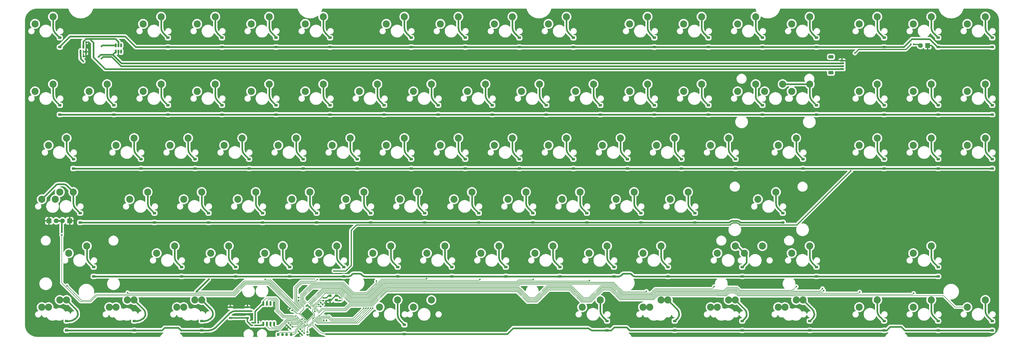
<source format=gbr>
%TF.GenerationSoftware,KiCad,Pcbnew,8.0.1*%
%TF.CreationDate,2025-12-30T16:32:45+09:00*%
%TF.ProjectId,rubrejaneTKL_RP2040_Piano,72756272-656a-4616-9e65-544b4c5f5250,rev?*%
%TF.SameCoordinates,Original*%
%TF.FileFunction,Copper,L2,Bot*%
%TF.FilePolarity,Positive*%
%FSLAX46Y46*%
G04 Gerber Fmt 4.6, Leading zero omitted, Abs format (unit mm)*
G04 Created by KiCad (PCBNEW 8.0.1) date 2025-12-30 16:32:45*
%MOMM*%
%LPD*%
G01*
G04 APERTURE LIST*
G04 Aperture macros list*
%AMRoundRect*
0 Rectangle with rounded corners*
0 $1 Rounding radius*
0 $2 $3 $4 $5 $6 $7 $8 $9 X,Y pos of 4 corners*
0 Add a 4 corners polygon primitive as box body*
4,1,4,$2,$3,$4,$5,$6,$7,$8,$9,$2,$3,0*
0 Add four circle primitives for the rounded corners*
1,1,$1+$1,$2,$3*
1,1,$1+$1,$4,$5*
1,1,$1+$1,$6,$7*
1,1,$1+$1,$8,$9*
0 Add four rect primitives between the rounded corners*
20,1,$1+$1,$2,$3,$4,$5,0*
20,1,$1+$1,$4,$5,$6,$7,0*
20,1,$1+$1,$6,$7,$8,$9,0*
20,1,$1+$1,$8,$9,$2,$3,0*%
G04 Aperture macros list end*
%TA.AperFunction,ComponentPad*%
%ADD10C,2.500000*%
%TD*%
%TA.AperFunction,ComponentPad*%
%ADD11C,1.690600*%
%TD*%
%TA.AperFunction,ComponentPad*%
%ADD12R,1.690600X1.690600*%
%TD*%
%TA.AperFunction,SMDPad,CuDef*%
%ADD13RoundRect,0.140000X0.170000X-0.140000X0.170000X0.140000X-0.170000X0.140000X-0.170000X-0.140000X0*%
%TD*%
%TA.AperFunction,SMDPad,CuDef*%
%ADD14RoundRect,0.225000X0.375000X-0.225000X0.375000X0.225000X-0.375000X0.225000X-0.375000X-0.225000X0*%
%TD*%
%TA.AperFunction,SMDPad,CuDef*%
%ADD15RoundRect,0.140000X0.140000X0.170000X-0.140000X0.170000X-0.140000X-0.170000X0.140000X-0.170000X0*%
%TD*%
%TA.AperFunction,SMDPad,CuDef*%
%ADD16RoundRect,0.140000X-0.021213X0.219203X-0.219203X0.021213X0.021213X-0.219203X0.219203X-0.021213X0*%
%TD*%
%TA.AperFunction,SMDPad,CuDef*%
%ADD17RoundRect,0.140000X-0.170000X0.140000X-0.170000X-0.140000X0.170000X-0.140000X0.170000X0.140000X0*%
%TD*%
%TA.AperFunction,SMDPad,CuDef*%
%ADD18R,1.000000X0.900000*%
%TD*%
%TA.AperFunction,SMDPad,CuDef*%
%ADD19RoundRect,0.140000X0.021213X-0.219203X0.219203X-0.021213X-0.021213X0.219203X-0.219203X0.021213X0*%
%TD*%
%TA.AperFunction,SMDPad,CuDef*%
%ADD20RoundRect,0.225000X0.225000X0.250000X-0.225000X0.250000X-0.225000X-0.250000X0.225000X-0.250000X0*%
%TD*%
%TA.AperFunction,SMDPad,CuDef*%
%ADD21RoundRect,0.150000X0.150000X-0.587500X0.150000X0.587500X-0.150000X0.587500X-0.150000X-0.587500X0*%
%TD*%
%TA.AperFunction,SMDPad,CuDef*%
%ADD22RoundRect,0.140000X-0.219203X-0.021213X-0.021213X-0.219203X0.219203X0.021213X0.021213X0.219203X0*%
%TD*%
%TA.AperFunction,SMDPad,CuDef*%
%ADD23RoundRect,0.150000X0.150000X-0.512500X0.150000X0.512500X-0.150000X0.512500X-0.150000X-0.512500X0*%
%TD*%
%TA.AperFunction,SMDPad,CuDef*%
%ADD24RoundRect,0.150000X0.625000X-0.150000X0.625000X0.150000X-0.625000X0.150000X-0.625000X-0.150000X0*%
%TD*%
%TA.AperFunction,SMDPad,CuDef*%
%ADD25RoundRect,0.250000X0.650000X-0.350000X0.650000X0.350000X-0.650000X0.350000X-0.650000X-0.350000X0*%
%TD*%
%TA.AperFunction,SMDPad,CuDef*%
%ADD26RoundRect,0.140000X-0.140000X-0.170000X0.140000X-0.170000X0.140000X0.170000X-0.140000X0.170000X0*%
%TD*%
%TA.AperFunction,SMDPad,CuDef*%
%ADD27RoundRect,0.150000X-0.150000X0.650000X-0.150000X-0.650000X0.150000X-0.650000X0.150000X0.650000X0*%
%TD*%
%TA.AperFunction,SMDPad,CuDef*%
%ADD28R,1.000000X0.750000*%
%TD*%
%TA.AperFunction,SMDPad,CuDef*%
%ADD29RoundRect,0.050000X-0.309359X0.238649X0.238649X-0.309359X0.309359X-0.238649X-0.238649X0.309359X0*%
%TD*%
%TA.AperFunction,SMDPad,CuDef*%
%ADD30RoundRect,0.050000X-0.309359X-0.238649X-0.238649X-0.309359X0.309359X0.238649X0.238649X0.309359X0*%
%TD*%
%TA.AperFunction,ComponentPad*%
%ADD31C,0.600000*%
%TD*%
%TA.AperFunction,SMDPad,CuDef*%
%ADD32RoundRect,0.144000X-2.059095X0.000000X0.000000X-2.059095X2.059095X0.000000X0.000000X2.059095X0*%
%TD*%
%TA.AperFunction,ViaPad*%
%ADD33C,0.600000*%
%TD*%
%TA.AperFunction,Conductor*%
%ADD34C,0.600000*%
%TD*%
%TA.AperFunction,Conductor*%
%ADD35C,0.500000*%
%TD*%
%TA.AperFunction,Conductor*%
%ADD36C,0.400000*%
%TD*%
%TA.AperFunction,Conductor*%
%ADD37C,0.200000*%
%TD*%
G04 APERTURE END LIST*
D10*
%TO.P,MX21,1,1*%
%TO.N,Col4*%
X147545000Y-106247500D03*
%TO.P,MX21,2,2*%
%TO.N,Net-(D21-A)*%
X153895000Y-103707500D03*
%TD*%
%TO.P,MX82,1,1*%
%TO.N,Col5*%
X192788750Y-182447500D03*
X204695000Y-182447500D03*
%TO.P,MX82,2,2*%
%TO.N,Net-(D82-A)*%
X199138750Y-179907500D03*
X211045000Y-179907500D03*
%TD*%
%TO.P,MX69,1,1*%
%TO.N,Col4*%
X171357500Y-163397500D03*
%TO.P,MX69,2,2*%
%TO.N,Net-(D69-A)*%
X177707500Y-160857500D03*
%TD*%
%TO.P,MX8,1,1*%
%TO.N,Col8*%
X233270000Y-82435000D03*
%TO.P,MX8,2,2*%
%TO.N,Net-(D8-A)*%
X239620000Y-79895000D03*
%TD*%
D11*
%TO.P,D94,1,K*%
%TO.N,Net-(D94-K)*%
X383447500Y-90055000D03*
D12*
%TO.P,D94,2,A*%
%TO.N,GND*%
X385987500Y-90055000D03*
%TD*%
D10*
%TO.P,MX47,1,1*%
%TO.N,Col12*%
X309470000Y-125297500D03*
%TO.P,MX47,2,2*%
%TO.N,Net-(D47-A)*%
X315820000Y-122757500D03*
%TD*%
%TO.P,MX75,1,1*%
%TO.N,Col10*%
X285657500Y-163397500D03*
%TO.P,MX75,2,2*%
%TO.N,Net-(D75-A)*%
X292007500Y-160857500D03*
%TD*%
%TO.P,MX81,1,1*%
%TO.N,Col2*%
X121351250Y-182447500D03*
X123732500Y-182447500D03*
%TO.P,MX81,2,2*%
%TO.N,Net-(D81-A)*%
X127701250Y-179907500D03*
X130082500Y-179907500D03*
%TD*%
%TO.P,MX12,1,1*%
%TO.N,Col13*%
X318995000Y-82435000D03*
%TO.P,MX12,2,2*%
%TO.N,Net-(D12-A)*%
X325345000Y-79895000D03*
%TD*%
%TO.P,MX35,1,1*%
%TO.N,Col0*%
X76107500Y-125297500D03*
%TO.P,MX35,2,2*%
%TO.N,Net-(D35-A)*%
X82457500Y-122757500D03*
%TD*%
%TO.P,MX56,1,1*%
%TO.N,Col4*%
X161832500Y-144347500D03*
%TO.P,MX56,2,2*%
%TO.N,Net-(D56-A)*%
X168182500Y-141807500D03*
%TD*%
%TO.P,MX85,1,1*%
%TO.N,Col11*%
X309470000Y-182447500D03*
X311851250Y-182447500D03*
%TO.P,MX85,2,2*%
%TO.N,Net-(D85-A)*%
X315820000Y-179907500D03*
X318201250Y-179907500D03*
%TD*%
%TO.P,MX73,1,1*%
%TO.N,Col8*%
X247557500Y-163397500D03*
%TO.P,MX73,2,2*%
%TO.N,Net-(D73-A)*%
X253907500Y-160857500D03*
%TD*%
%TO.P,MX74,1,1*%
%TO.N,Col9*%
X266607500Y-163397500D03*
%TO.P,MX74,2,2*%
%TO.N,Net-(D74-A)*%
X272957500Y-160857500D03*
%TD*%
%TO.P,MX1,1,1*%
%TO.N,Col0*%
X71345000Y-82435000D03*
%TO.P,MX1,2,2*%
%TO.N,Net-(D1-A)*%
X77695000Y-79895000D03*
%TD*%
%TO.P,MX63,1,1*%
%TO.N,Col11*%
X295182500Y-144347500D03*
%TO.P,MX63,2,2*%
%TO.N,Net-(D63-A)*%
X301532500Y-141807500D03*
%TD*%
%TO.P,MX44,1,1*%
%TO.N,Col9*%
X252320000Y-125297500D03*
%TO.P,MX44,2,2*%
%TO.N,Net-(D44-A)*%
X258670000Y-122757500D03*
%TD*%
%TO.P,MX62,1,1*%
%TO.N,Col10*%
X276132500Y-144347500D03*
%TO.P,MX62,2,2*%
%TO.N,Net-(D62-A)*%
X282482500Y-141807500D03*
%TD*%
%TO.P,MX18,1,1*%
%TO.N,Col1*%
X90395000Y-106247500D03*
%TO.P,MX18,2,2*%
%TO.N,Net-(D18-A)*%
X96745000Y-103707500D03*
%TD*%
%TO.P,MX83,1,1*%
%TO.N,Col9*%
X264226250Y-182447500D03*
%TO.P,MX83,2,2*%
%TO.N,Net-(D83-A)*%
X270576250Y-179907500D03*
%TD*%
%TO.P,MX64,1,1*%
%TO.N,Col12*%
X326138750Y-144347500D03*
%TO.P,MX64,2,2*%
%TO.N,Net-(D64-A)*%
X332488750Y-141807500D03*
%TD*%
%TO.P,MX52,1,1*%
%TO.N,Col0*%
X78488750Y-144347500D03*
X80076250Y-141807500D03*
%TO.P,MX52,2,2*%
%TO.N,Net-(D52-A)*%
X73726250Y-144347500D03*
X84838750Y-141807500D03*
%TD*%
%TO.P,MX25,1,1*%
%TO.N,Col8*%
X223745000Y-106247500D03*
%TO.P,MX25,2,2*%
%TO.N,Net-(D25-A)*%
X230095000Y-103707500D03*
%TD*%
%TO.P,MX41,1,1*%
%TO.N,Col6*%
X195170000Y-125297500D03*
%TO.P,MX41,2,2*%
%TO.N,Net-(D41-A)*%
X201520000Y-122757500D03*
%TD*%
%TO.P,MX22,1,1*%
%TO.N,Col5*%
X166595000Y-106247500D03*
%TO.P,MX22,2,2*%
%TO.N,Net-(D22-A)*%
X172945000Y-103707500D03*
%TD*%
%TO.P,MX60,1,1*%
%TO.N,Col8*%
X238032500Y-144347500D03*
%TO.P,MX60,2,2*%
%TO.N,Net-(D60-A)*%
X244382500Y-141807500D03*
%TD*%
%TO.P,MX68,1,1*%
%TO.N,Col3*%
X152307500Y-163397500D03*
%TO.P,MX68,2,2*%
%TO.N,Net-(D68-A)*%
X158657500Y-160857500D03*
%TD*%
%TO.P,MX80,1,1*%
%TO.N,Col1*%
X97538750Y-182447500D03*
X99920000Y-182447500D03*
%TO.P,MX80,2,2*%
%TO.N,Net-(D80-A)*%
X103888750Y-179907500D03*
X106270000Y-179907500D03*
%TD*%
%TO.P,MX30,1,1*%
%TO.N,Col13*%
X318995000Y-106247500D03*
%TO.P,MX30,2,2*%
%TO.N,Net-(D30-A)*%
X325345000Y-103707500D03*
%TD*%
%TO.P,MX61,1,1*%
%TO.N,Col9*%
X257082500Y-144347500D03*
%TO.P,MX61,2,2*%
%TO.N,Net-(D61-A)*%
X263432500Y-141807500D03*
%TD*%
%TO.P,MX54,1,1*%
%TO.N,Col2*%
X123732500Y-144347500D03*
%TO.P,MX54,2,2*%
%TO.N,Net-(D54-A)*%
X130082500Y-141807500D03*
%TD*%
%TO.P,MX78,1,1*%
%TO.N,Col16*%
X380907500Y-163397500D03*
%TO.P,MX78,2,2*%
%TO.N,Net-(D78-A)*%
X387257500Y-160857500D03*
%TD*%
%TO.P,MX24,1,1*%
%TO.N,Col7*%
X204695000Y-106247500D03*
%TO.P,MX24,2,2*%
%TO.N,Net-(D24-A)*%
X211045000Y-103707500D03*
%TD*%
%TO.P,MX51,1,1*%
%TO.N,Col17*%
X399957500Y-125297500D03*
%TO.P,MX51,2,2*%
%TO.N,Net-(D51-A)*%
X406307500Y-122757500D03*
%TD*%
%TO.P,MX48,1,1*%
%TO.N,Col13*%
X333282500Y-125297500D03*
%TO.P,MX48,2,2*%
%TO.N,Net-(D48-A)*%
X339632500Y-122757500D03*
%TD*%
%TO.P,MX26,1,1*%
%TO.N,Col9*%
X242795000Y-106247500D03*
%TO.P,MX26,2,2*%
%TO.N,Net-(D26-A)*%
X249145000Y-103707500D03*
%TD*%
%TO.P,MX17,1,1*%
%TO.N,Col0*%
X71345000Y-106247500D03*
%TO.P,MX17,2,2*%
%TO.N,Net-(D17-A)*%
X77695000Y-103707500D03*
%TD*%
%TO.P,MX67,1,1*%
%TO.N,Col2*%
X133257500Y-163397500D03*
%TO.P,MX67,2,2*%
%TO.N,Net-(D67-A)*%
X139607500Y-160857500D03*
%TD*%
%TO.P,MX29,1,1*%
%TO.N,Col12*%
X299945000Y-106247500D03*
%TO.P,MX29,2,2*%
%TO.N,Net-(D29-A)*%
X306295000Y-103707500D03*
%TD*%
%TO.P,MX87,1,1*%
%TO.N,Col15*%
X361857500Y-182447500D03*
%TO.P,MX87,2,2*%
%TO.N,Net-(D87-A)*%
X368207500Y-179907500D03*
%TD*%
%TO.P,MX5,1,1*%
%TO.N,Col5*%
X166595000Y-82435000D03*
%TO.P,MX5,2,2*%
%TO.N,Net-(D5-A)*%
X172945000Y-79895000D03*
%TD*%
%TO.P,MX15,1,1*%
%TO.N,Col16*%
X380907500Y-82435000D03*
%TO.P,MX15,2,2*%
%TO.N,Net-(D15-A)*%
X387257500Y-79895000D03*
%TD*%
%TO.P,MX86,1,1*%
%TO.N,Col12*%
X333282500Y-182447500D03*
X335663750Y-182447500D03*
%TO.P,MX86,2,2*%
%TO.N,Net-(D86-A)*%
X339632500Y-179907500D03*
X342013750Y-179907500D03*
%TD*%
%TO.P,MX55,1,1*%
%TO.N,Col3*%
X142782500Y-144347500D03*
%TO.P,MX55,2,2*%
%TO.N,Net-(D55-A)*%
X149132500Y-141807500D03*
%TD*%
%TO.P,MX84,1,1*%
%TO.N,Col10*%
X285657500Y-182447500D03*
X288038750Y-182447500D03*
%TO.P,MX84,2,2*%
%TO.N,Net-(D84-A)*%
X292007500Y-179907500D03*
X294388750Y-179907500D03*
%TD*%
%TO.P,MX53,1,1*%
%TO.N,Col1*%
X104682500Y-144347500D03*
%TO.P,MX53,2,2*%
%TO.N,Net-(D53-A)*%
X111032500Y-141807500D03*
%TD*%
%TO.P,MX79,1,1*%
%TO.N,Col0*%
X73726250Y-182447500D03*
X76107500Y-182447500D03*
%TO.P,MX79,2,2*%
%TO.N,Net-(D79-A)*%
X80076250Y-179907500D03*
X82457500Y-179907500D03*
%TD*%
%TO.P,MX14,1,1*%
%TO.N,Col15*%
X361857500Y-82435000D03*
%TO.P,MX14,2,2*%
%TO.N,Net-(D14-A)*%
X368207500Y-79895000D03*
%TD*%
%TO.P,MX10,1,1*%
%TO.N,Col11*%
X280895000Y-82435000D03*
%TO.P,MX10,2,2*%
%TO.N,Net-(D10-A)*%
X287245000Y-79895000D03*
%TD*%
%TO.P,MX2,1,1*%
%TO.N,Col2*%
X109445000Y-82435000D03*
%TO.P,MX2,2,2*%
%TO.N,Net-(D2-A)*%
X115795000Y-79895000D03*
%TD*%
%TO.P,MX7,1,1*%
%TO.N,Col7*%
X214220000Y-82435000D03*
%TO.P,MX7,2,2*%
%TO.N,Net-(D7-A)*%
X220570000Y-79895000D03*
%TD*%
%TO.P,MX31,1,1*%
%TO.N,Col14*%
X328520000Y-106247500D03*
X338045000Y-106247500D03*
%TO.P,MX31,2,2*%
%TO.N,Net-(D31-A)*%
X334870000Y-103707500D03*
X344395000Y-103707500D03*
%TD*%
%TO.P,MX77,1,1*%
%TO.N,Col12*%
X338045000Y-163397500D03*
%TO.P,MX77,2,2*%
%TO.N,Net-(D77-A)*%
X344395000Y-160857500D03*
%TD*%
%TO.P,MX57,1,1*%
%TO.N,Col5*%
X180882500Y-144347500D03*
%TO.P,MX57,2,2*%
%TO.N,Net-(D57-A)*%
X187232500Y-141807500D03*
%TD*%
%TO.P,MX20,1,1*%
%TO.N,Col3*%
X128495000Y-106247500D03*
%TO.P,MX20,2,2*%
%TO.N,Net-(D20-A)*%
X134845000Y-103707500D03*
%TD*%
%TO.P,MX16,1,1*%
%TO.N,Col17*%
X399957500Y-82435000D03*
%TO.P,MX16,2,2*%
%TO.N,Net-(D16-A)*%
X406307500Y-79895000D03*
%TD*%
%TO.P,MX58,1,1*%
%TO.N,Col6*%
X199932500Y-144347500D03*
%TO.P,MX58,2,2*%
%TO.N,Net-(D58-A)*%
X206282500Y-141807500D03*
%TD*%
%TO.P,MX89,1,1*%
%TO.N,Col17*%
X399957500Y-182447500D03*
%TO.P,MX89,2,2*%
%TO.N,Net-(D89-A)*%
X406307500Y-179907500D03*
%TD*%
%TO.P,MX46,1,1*%
%TO.N,Col11*%
X290420000Y-125297500D03*
%TO.P,MX46,2,2*%
%TO.N,Net-(D46-A)*%
X296770000Y-122757500D03*
%TD*%
%TO.P,MX34,1,1*%
%TO.N,Col17*%
X399957500Y-106247500D03*
%TO.P,MX34,2,2*%
%TO.N,Net-(D34-A)*%
X406307500Y-103707500D03*
%TD*%
%TO.P,MX40,1,1*%
%TO.N,Col5*%
X176120000Y-125297500D03*
%TO.P,MX40,2,2*%
%TO.N,Net-(D40-A)*%
X182470000Y-122757500D03*
%TD*%
%TO.P,MX59,1,1*%
%TO.N,Col7*%
X218982500Y-144347500D03*
%TO.P,MX59,2,2*%
%TO.N,Net-(D59-A)*%
X225332500Y-141807500D03*
%TD*%
%TO.P,MX19,1,1*%
%TO.N,Col2*%
X109445000Y-106247500D03*
%TO.P,MX19,2,2*%
%TO.N,Net-(D19-A)*%
X115795000Y-103707500D03*
%TD*%
%TO.P,MX28,1,1*%
%TO.N,Col11*%
X280895000Y-106247500D03*
%TO.P,MX28,2,2*%
%TO.N,Net-(D28-A)*%
X287245000Y-103707500D03*
%TD*%
%TO.P,MX76,1,1*%
%TO.N,Col11*%
X311851250Y-163397500D03*
X327726250Y-160857500D03*
%TO.P,MX76,2,2*%
%TO.N,Net-(D76-A)*%
X318201250Y-160857500D03*
X321376250Y-163397500D03*
%TD*%
%TO.P,MX72,1,1*%
%TO.N,Col7*%
X228507500Y-163397500D03*
%TO.P,MX72,2,2*%
%TO.N,Net-(D72-A)*%
X234857500Y-160857500D03*
%TD*%
%TO.P,MX33,1,1*%
%TO.N,Col16*%
X380907500Y-106247500D03*
%TO.P,MX33,2,2*%
%TO.N,Net-(D33-A)*%
X387257500Y-103707500D03*
%TD*%
%TO.P,MX32,1,1*%
%TO.N,Col15*%
X361857500Y-106247500D03*
%TO.P,MX32,2,2*%
%TO.N,Net-(D32-A)*%
X368207500Y-103707500D03*
%TD*%
%TO.P,MX49,1,1*%
%TO.N,Col15*%
X361857500Y-125297500D03*
%TO.P,MX49,2,2*%
%TO.N,Net-(D49-A)*%
X368207500Y-122757500D03*
%TD*%
%TO.P,MX88,1,1*%
%TO.N,Col16*%
X380907500Y-182447500D03*
%TO.P,MX88,2,2*%
%TO.N,Net-(D88-A)*%
X387257500Y-179907500D03*
%TD*%
%TO.P,MX4,1,1*%
%TO.N,Col4*%
X147545000Y-82435000D03*
%TO.P,MX4,2,2*%
%TO.N,Net-(D4-A)*%
X153895000Y-79895000D03*
%TD*%
%TO.P,MX23,1,1*%
%TO.N,Col6*%
X185645000Y-106247500D03*
%TO.P,MX23,2,2*%
%TO.N,Net-(D23-A)*%
X191995000Y-103707500D03*
%TD*%
%TO.P,MX39,1,1*%
%TO.N,Col4*%
X157070000Y-125297500D03*
%TO.P,MX39,2,2*%
%TO.N,Net-(D39-A)*%
X163420000Y-122757500D03*
%TD*%
%TO.P,MX27,1,1*%
%TO.N,Col10*%
X261845000Y-106247500D03*
%TO.P,MX27,2,2*%
%TO.N,Net-(D27-A)*%
X268195000Y-103707500D03*
%TD*%
%TO.P,MX3,1,1*%
%TO.N,Col3*%
X128495000Y-82435000D03*
%TO.P,MX3,2,2*%
%TO.N,Net-(D3-A)*%
X134845000Y-79895000D03*
%TD*%
%TO.P,MX66,1,1*%
%TO.N,Col1*%
X114207500Y-163397500D03*
%TO.P,MX66,2,2*%
%TO.N,Net-(D66-A)*%
X120557500Y-160857500D03*
%TD*%
%TO.P,MX43,1,1*%
%TO.N,Col8*%
X233270000Y-125297500D03*
%TO.P,MX43,2,2*%
%TO.N,Net-(D43-A)*%
X239620000Y-122757500D03*
%TD*%
D11*
%TO.P,D93,1,K*%
%TO.N,Net-(D93-K)*%
X78806250Y-151967500D03*
X81028750Y-151967500D03*
D12*
%TO.P,D93,2,A*%
%TO.N,GND*%
X76266250Y-151967500D03*
X83568750Y-151967500D03*
%TD*%
D10*
%TO.P,MX13,1,1*%
%TO.N,Col14*%
X338045000Y-82435000D03*
%TO.P,MX13,2,2*%
%TO.N,Net-(D13-A)*%
X344395000Y-79895000D03*
%TD*%
%TO.P,MX36,1,1*%
%TO.N,Col1*%
X99920000Y-125297500D03*
%TO.P,MX36,2,2*%
%TO.N,Net-(D36-A)*%
X106270000Y-122757500D03*
%TD*%
%TO.P,MX65,1,1*%
%TO.N,Col0*%
X83251250Y-163397500D03*
%TO.P,MX65,2,2*%
%TO.N,Net-(D65-A)*%
X89601250Y-160857500D03*
%TD*%
%TO.P,MX9,1,1*%
%TO.N,Col9*%
X252320000Y-82435000D03*
%TO.P,MX9,2,2*%
%TO.N,Net-(D9-A)*%
X258670000Y-79895000D03*
%TD*%
%TO.P,MX6,1,1*%
%TO.N,Col6*%
X195170000Y-82435000D03*
%TO.P,MX6,2,2*%
%TO.N,Net-(D6-A)*%
X201520000Y-79895000D03*
%TD*%
%TO.P,MX70,1,1*%
%TO.N,Col5*%
X190407500Y-163397500D03*
%TO.P,MX70,2,2*%
%TO.N,Net-(D70-A)*%
X196757500Y-160857500D03*
%TD*%
%TO.P,MX45,1,1*%
%TO.N,Col10*%
X271370000Y-125297500D03*
%TO.P,MX45,2,2*%
%TO.N,Net-(D45-A)*%
X277720000Y-122757500D03*
%TD*%
%TO.P,MX71,1,1*%
%TO.N,Col6*%
X209457500Y-163397500D03*
%TO.P,MX71,2,2*%
%TO.N,Net-(D71-A)*%
X215807500Y-160857500D03*
%TD*%
%TO.P,MX38,1,1*%
%TO.N,Col3*%
X138020000Y-125297500D03*
%TO.P,MX38,2,2*%
%TO.N,Net-(D38-A)*%
X144370000Y-122757500D03*
%TD*%
%TO.P,MX11,1,1*%
%TO.N,Col12*%
X299945000Y-82435000D03*
%TO.P,MX11,2,2*%
%TO.N,Net-(D11-A)*%
X306295000Y-79895000D03*
%TD*%
%TO.P,MX42,1,1*%
%TO.N,Col7*%
X214220000Y-125297500D03*
%TO.P,MX42,2,2*%
%TO.N,Net-(D42-A)*%
X220570000Y-122757500D03*
%TD*%
%TO.P,MX50,1,1*%
%TO.N,Col16*%
X380907500Y-125297500D03*
%TO.P,MX50,2,2*%
%TO.N,Net-(D50-A)*%
X387257500Y-122757500D03*
%TD*%
%TO.P,MX37,1,1*%
%TO.N,Col2*%
X118970000Y-125297500D03*
%TO.P,MX37,2,2*%
%TO.N,Net-(D37-A)*%
X125320000Y-122757500D03*
%TD*%
D13*
%TO.P,C16,1*%
%TO.N,GND*%
X173972500Y-180155000D03*
%TO.P,C16,2*%
%TO.N,Net-(C16-Pad2)*%
X173972500Y-179195000D03*
%TD*%
D14*
%TO.P,D74,1,K*%
%TO.N,Row4*%
X275362500Y-171587500D03*
%TO.P,D74,2,A*%
%TO.N,Net-(D74-A)*%
X275362500Y-168287500D03*
%TD*%
%TO.P,D31,1,K*%
%TO.N,Row1*%
X346800000Y-114437500D03*
%TO.P,D31,2,A*%
%TO.N,Net-(D31-A)*%
X346800000Y-111137500D03*
%TD*%
D15*
%TO.P,C5,1*%
%TO.N,GND*%
X174055000Y-187125000D03*
%TO.P,C5,2*%
%TO.N,+3V3*%
X173095000Y-187125000D03*
%TD*%
D14*
%TO.P,D68,1,K*%
%TO.N,Row4*%
X161062500Y-171587500D03*
%TO.P,D68,2,A*%
%TO.N,Net-(D68-A)*%
X161062500Y-168287500D03*
%TD*%
D16*
%TO.P,C10,1*%
%TO.N,+1V1*%
X160664411Y-188060589D03*
%TO.P,C10,2*%
%TO.N,GND*%
X159985589Y-188739411D03*
%TD*%
D14*
%TO.P,D69,1,K*%
%TO.N,Row4*%
X180112500Y-171587500D03*
%TO.P,D69,2,A*%
%TO.N,Net-(D69-A)*%
X180112500Y-168287500D03*
%TD*%
%TO.P,D15,1,K*%
%TO.N,Row0*%
X389662500Y-90625000D03*
%TO.P,D15,2,A*%
%TO.N,Net-(D15-A)*%
X389662500Y-87325000D03*
%TD*%
%TO.P,D37,1,K*%
%TO.N,Row2*%
X127725000Y-133487500D03*
%TO.P,D37,2,A*%
%TO.N,Net-(D37-A)*%
X127725000Y-130187500D03*
%TD*%
%TO.P,D66,1,K*%
%TO.N,Row4*%
X122962500Y-171587500D03*
%TO.P,D66,2,A*%
%TO.N,Net-(D66-A)*%
X122962500Y-168287500D03*
%TD*%
%TO.P,D75,1,K*%
%TO.N,Row4*%
X294412500Y-171587500D03*
%TO.P,D75,2,A*%
%TO.N,Net-(D75-A)*%
X294412500Y-168287500D03*
%TD*%
D17*
%TO.P,R5,1*%
%TO.N,Net-(D93-K)*%
X80750000Y-155995000D03*
%TO.P,R5,2*%
%TO.N,Net-(U3-GPIO0)*%
X80750000Y-156955000D03*
%TD*%
D14*
%TO.P,D20,1,K*%
%TO.N,Row1*%
X137250000Y-114437500D03*
%TO.P,D20,2,A*%
%TO.N,Net-(D20-A)*%
X137250000Y-111137500D03*
%TD*%
%TO.P,D88,1,K*%
%TO.N,Row5*%
X389662500Y-190637500D03*
%TO.P,D88,2,A*%
%TO.N,Net-(D88-A)*%
X389662500Y-187337500D03*
%TD*%
%TO.P,D84,1,K*%
%TO.N,Row5*%
X296793750Y-190637500D03*
%TO.P,D84,2,A*%
%TO.N,Net-(D84-A)*%
X296793750Y-187337500D03*
%TD*%
%TO.P,D36,1,K*%
%TO.N,Row2*%
X108675000Y-133487500D03*
%TO.P,D36,2,A*%
%TO.N,Net-(D36-A)*%
X108675000Y-130187500D03*
%TD*%
%TO.P,D34,1,K*%
%TO.N,Row1*%
X408712500Y-114437500D03*
%TO.P,D34,2,A*%
%TO.N,Net-(D34-A)*%
X408712500Y-111137500D03*
%TD*%
%TO.P,D52,1,K*%
%TO.N,Row3*%
X87243750Y-152537500D03*
%TO.P,D52,2,A*%
%TO.N,Net-(D52-A)*%
X87243750Y-149237500D03*
%TD*%
D15*
%TO.P,R8,1*%
%TO.N,Net-(D94-K)*%
X381050000Y-89640000D03*
%TO.P,R8,2*%
%TO.N,Net-(U3-GPIO24)*%
X380090000Y-89640000D03*
%TD*%
D14*
%TO.P,D38,1,K*%
%TO.N,Row2*%
X146775000Y-133487500D03*
%TO.P,D38,2,A*%
%TO.N,Net-(D38-A)*%
X146775000Y-130187500D03*
%TD*%
%TO.P,D58,1,K*%
%TO.N,Row3*%
X208687500Y-152537500D03*
%TO.P,D58,2,A*%
%TO.N,Net-(D58-A)*%
X208687500Y-149237500D03*
%TD*%
%TO.P,D11,1,K*%
%TO.N,Row0*%
X308700000Y-90625000D03*
%TO.P,D11,2,A*%
%TO.N,Net-(D11-A)*%
X308700000Y-87325000D03*
%TD*%
%TO.P,D83,1,K*%
%TO.N,Row5*%
X272981250Y-190637500D03*
%TO.P,D83,2,A*%
%TO.N,Net-(D83-A)*%
X272981250Y-187337500D03*
%TD*%
%TO.P,D2,1,K*%
%TO.N,Row0*%
X118200000Y-90625000D03*
%TO.P,D2,2,A*%
%TO.N,Net-(D2-A)*%
X118200000Y-87325000D03*
%TD*%
D13*
%TO.P,R4,1*%
%TO.N,Net-(BOOTSEL1-Pad2)*%
X147900000Y-188905000D03*
%TO.P,R4,2*%
%TO.N,/QSPI_SS*%
X147900000Y-187945000D03*
%TD*%
D14*
%TO.P,D46,1,K*%
%TO.N,Row2*%
X299175000Y-133487500D03*
%TO.P,D46,2,A*%
%TO.N,Net-(D46-A)*%
X299175000Y-130187500D03*
%TD*%
%TO.P,D9,1,K*%
%TO.N,Row0*%
X261075000Y-90625000D03*
%TO.P,D9,2,A*%
%TO.N,Net-(D9-A)*%
X261075000Y-87325000D03*
%TD*%
D13*
%TO.P,C2,1*%
%TO.N,GND*%
X167350000Y-192230000D03*
%TO.P,C2,2*%
%TO.N,+3V3*%
X167350000Y-191270000D03*
%TD*%
D14*
%TO.P,D63,1,K*%
%TO.N,Row3*%
X303937500Y-152537500D03*
%TO.P,D63,2,A*%
%TO.N,Net-(D63-A)*%
X303937500Y-149237500D03*
%TD*%
D18*
%TO.P,Y1,1,1*%
%TO.N,Net-(U3-XIN)*%
X177500000Y-179950000D03*
%TO.P,Y1,2,2*%
%TO.N,GND*%
X175350000Y-179950000D03*
%TO.P,Y1,3,3*%
%TO.N,Net-(C16-Pad2)*%
X175350000Y-178400000D03*
%TO.P,Y1,4,4*%
%TO.N,GND*%
X177500000Y-178400000D03*
%TD*%
D14*
%TO.P,D4,1,K*%
%TO.N,Row0*%
X156300000Y-90625000D03*
%TO.P,D4,2,A*%
%TO.N,Net-(D4-A)*%
X156300000Y-87325000D03*
%TD*%
%TO.P,D43,1,K*%
%TO.N,Row2*%
X242025000Y-133487500D03*
%TO.P,D43,2,A*%
%TO.N,Net-(D43-A)*%
X242025000Y-130187500D03*
%TD*%
%TO.P,D85,1,K*%
%TO.N,Row5*%
X320606250Y-190637500D03*
%TO.P,D85,2,A*%
%TO.N,Net-(D85-A)*%
X320606250Y-187337500D03*
%TD*%
D17*
%TO.P,R6,1*%
%TO.N,Net-(C16-Pad2)*%
X172942500Y-179195000D03*
%TO.P,R6,2*%
%TO.N,Net-(U3-XOUT)*%
X172942500Y-180155000D03*
%TD*%
D13*
%TO.P,R3,1*%
%TO.N,+3V3*%
X148950000Y-188905000D03*
%TO.P,R3,2*%
%TO.N,/QSPI_SS*%
X148950000Y-187945000D03*
%TD*%
D16*
%TO.P,C12,1*%
%TO.N,+1V1*%
X164839411Y-190235589D03*
%TO.P,C12,2*%
%TO.N,GND*%
X164160589Y-190914411D03*
%TD*%
D14*
%TO.P,D89,1,K*%
%TO.N,Row5*%
X408712500Y-190637500D03*
%TO.P,D89,2,A*%
%TO.N,Net-(D89-A)*%
X408712500Y-187337500D03*
%TD*%
D19*
%TO.P,C1,1*%
%TO.N,GND*%
X165510589Y-192264411D03*
%TO.P,C1,2*%
%TO.N,+3V3*%
X166189411Y-191585589D03*
%TD*%
D14*
%TO.P,D3,1,K*%
%TO.N,Row0*%
X137250000Y-90625000D03*
%TO.P,D3,2,A*%
%TO.N,Net-(D3-A)*%
X137250000Y-87325000D03*
%TD*%
%TO.P,D6,1,K*%
%TO.N,Row0*%
X203925000Y-90625000D03*
%TO.P,D6,2,A*%
%TO.N,Net-(D6-A)*%
X203925000Y-87325000D03*
%TD*%
%TO.P,D18,1,K*%
%TO.N,Row1*%
X99150000Y-114437500D03*
%TO.P,D18,2,A*%
%TO.N,Net-(D18-A)*%
X99150000Y-111137500D03*
%TD*%
%TO.P,D47,1,K*%
%TO.N,Row2*%
X318225000Y-133487500D03*
%TO.P,D47,2,A*%
%TO.N,Net-(D47-A)*%
X318225000Y-130187500D03*
%TD*%
%TO.P,D82,1,K*%
%TO.N,Row5*%
X201525000Y-191975000D03*
%TO.P,D82,2,A*%
%TO.N,Net-(D82-A)*%
X201525000Y-188675000D03*
%TD*%
%TO.P,D27,1,K*%
%TO.N,Row1*%
X270600000Y-114437500D03*
%TO.P,D27,2,A*%
%TO.N,Net-(D27-A)*%
X270600000Y-111137500D03*
%TD*%
%TO.P,D19,1,K*%
%TO.N,Row1*%
X118200000Y-114437500D03*
%TO.P,D19,2,A*%
%TO.N,Net-(D19-A)*%
X118200000Y-111137500D03*
%TD*%
D17*
%TO.P,C15,1*%
%TO.N,GND*%
X178900000Y-179195000D03*
%TO.P,C15,2*%
%TO.N,Net-(U3-XIN)*%
X178900000Y-180155000D03*
%TD*%
D16*
%TO.P,C6,1*%
%TO.N,GND*%
X171989411Y-180835589D03*
%TO.P,C6,2*%
%TO.N,+3V3*%
X171310589Y-181514411D03*
%TD*%
D14*
%TO.P,D42,1,K*%
%TO.N,Row2*%
X222975000Y-133487500D03*
%TO.P,D42,2,A*%
%TO.N,Net-(D42-A)*%
X222975000Y-130187500D03*
%TD*%
D20*
%TO.P,R1,1*%
%TO.N,DP*%
X158575000Y-192125000D03*
%TO.P,R1,2*%
%TO.N,Net-(U3-USB_DP)*%
X157025000Y-192125000D03*
%TD*%
D14*
%TO.P,D25,1,K*%
%TO.N,Row1*%
X232500000Y-114437500D03*
%TO.P,D25,2,A*%
%TO.N,Net-(D25-A)*%
X232500000Y-111137500D03*
%TD*%
%TO.P,D56,1,K*%
%TO.N,Row3*%
X170587500Y-152537500D03*
%TO.P,D56,2,A*%
%TO.N,Net-(D56-A)*%
X170587500Y-149237500D03*
%TD*%
%TO.P,D59,1,K*%
%TO.N,Row3*%
X227737500Y-152537500D03*
%TO.P,D59,2,A*%
%TO.N,Net-(D59-A)*%
X227737500Y-149237500D03*
%TD*%
%TO.P,D50,1,K*%
%TO.N,Row2*%
X389662500Y-133487500D03*
%TO.P,D50,2,A*%
%TO.N,Net-(D50-A)*%
X389662500Y-130187500D03*
%TD*%
D21*
%TO.P,U1,1,GND*%
%TO.N,GND*%
X89300000Y-92275000D03*
%TO.P,U1,2,VO*%
%TO.N,+3V3*%
X87400000Y-92275000D03*
%TO.P,U1,3,VI*%
%TO.N,VBUS*%
X88350000Y-90399999D03*
%TD*%
D14*
%TO.P,D53,1,K*%
%TO.N,Row3*%
X113437500Y-152537500D03*
%TO.P,D53,2,A*%
%TO.N,Net-(D53-A)*%
X113437500Y-149237500D03*
%TD*%
%TO.P,D10,1,K*%
%TO.N,Row0*%
X289650000Y-90625000D03*
%TO.P,D10,2,A*%
%TO.N,Net-(D10-A)*%
X289650000Y-87325000D03*
%TD*%
%TO.P,D29,1,K*%
%TO.N,Row1*%
X308700000Y-114437500D03*
%TO.P,D29,2,A*%
%TO.N,Net-(D29-A)*%
X308700000Y-111137500D03*
%TD*%
%TO.P,D78,1,K*%
%TO.N,Row4*%
X389662500Y-171587500D03*
%TO.P,D78,2,A*%
%TO.N,Net-(D78-A)*%
X389662500Y-168287500D03*
%TD*%
%TO.P,D45,1,K*%
%TO.N,Row2*%
X280125000Y-133487500D03*
%TO.P,D45,2,A*%
%TO.N,Net-(D45-A)*%
X280125000Y-130187500D03*
%TD*%
%TO.P,D26,1,K*%
%TO.N,Row1*%
X251550000Y-114437500D03*
%TO.P,D26,2,A*%
%TO.N,Net-(D26-A)*%
X251550000Y-111137500D03*
%TD*%
%TO.P,D86,1,K*%
%TO.N,Row5*%
X344418750Y-190637500D03*
%TO.P,D86,2,A*%
%TO.N,Net-(D86-A)*%
X344418750Y-187337500D03*
%TD*%
%TO.P,D65,1,K*%
%TO.N,Row4*%
X92006250Y-171587500D03*
%TO.P,D65,2,A*%
%TO.N,Net-(D65-A)*%
X92006250Y-168287500D03*
%TD*%
%TO.P,D40,1,K*%
%TO.N,Row2*%
X184875000Y-133487500D03*
%TO.P,D40,2,A*%
%TO.N,Net-(D40-A)*%
X184875000Y-130187500D03*
%TD*%
%TO.P,D73,1,K*%
%TO.N,Row4*%
X256312500Y-171587500D03*
%TO.P,D73,2,A*%
%TO.N,Net-(D73-A)*%
X256312500Y-168287500D03*
%TD*%
%TO.P,D51,1,K*%
%TO.N,Row2*%
X408712500Y-133487500D03*
%TO.P,D51,2,A*%
%TO.N,Net-(D51-A)*%
X408712500Y-130187500D03*
%TD*%
D13*
%TO.P,C8,1*%
%TO.N,+3V3*%
X150000000Y-188905000D03*
%TO.P,C8,2*%
%TO.N,GND*%
X150000000Y-187945000D03*
%TD*%
D14*
%TO.P,D64,1,K*%
%TO.N,Row3*%
X334893750Y-152537500D03*
%TO.P,D64,2,A*%
%TO.N,Net-(D64-A)*%
X334893750Y-149237500D03*
%TD*%
D22*
%TO.P,C17,1*%
%TO.N,GND*%
X161260589Y-182860589D03*
%TO.P,C17,2*%
%TO.N,+3V3*%
X161939411Y-183539411D03*
%TD*%
D14*
%TO.P,D23,1,K*%
%TO.N,Row1*%
X194400000Y-114437500D03*
%TO.P,D23,2,A*%
%TO.N,Net-(D23-A)*%
X194400000Y-111137500D03*
%TD*%
%TO.P,D87,1,K*%
%TO.N,Row5*%
X370612500Y-190637500D03*
%TO.P,D87,2,A*%
%TO.N,Net-(D87-A)*%
X370612500Y-187337500D03*
%TD*%
%TO.P,D12,1,K*%
%TO.N,Row0*%
X327750000Y-90625000D03*
%TO.P,D12,2,A*%
%TO.N,Net-(D12-A)*%
X327750000Y-87325000D03*
%TD*%
%TO.P,D44,1,K*%
%TO.N,Row2*%
X261075000Y-133487500D03*
%TO.P,D44,2,A*%
%TO.N,Net-(D44-A)*%
X261075000Y-130187500D03*
%TD*%
%TO.P,D57,1,K*%
%TO.N,Row3*%
X189637500Y-152537500D03*
%TO.P,D57,2,A*%
%TO.N,Net-(D57-A)*%
X189637500Y-149237500D03*
%TD*%
%TO.P,D76,1,K*%
%TO.N,Row4*%
X320606250Y-171587500D03*
%TO.P,D76,2,A*%
%TO.N,Net-(D76-A)*%
X320606250Y-168287500D03*
%TD*%
%TO.P,D80,1,K*%
%TO.N,Row5*%
X106293750Y-190637500D03*
%TO.P,D80,2,A*%
%TO.N,Net-(D80-A)*%
X106293750Y-187337500D03*
%TD*%
%TO.P,D32,1,K*%
%TO.N,Row1*%
X370612500Y-114437500D03*
%TO.P,D32,2,A*%
%TO.N,Net-(D32-A)*%
X370612500Y-111137500D03*
%TD*%
D16*
%TO.P,C9,1*%
%TO.N,+3V3*%
X165514411Y-190910589D03*
%TO.P,C9,2*%
%TO.N,GND*%
X164835589Y-191589411D03*
%TD*%
D17*
%TO.P,C7,1*%
%TO.N,GND*%
X164275000Y-179095000D03*
%TO.P,C7,2*%
%TO.N,+3V3*%
X164275000Y-180055000D03*
%TD*%
D14*
%TO.P,D79,1,K*%
%TO.N,Row5*%
X82481250Y-190637500D03*
%TO.P,D79,2,A*%
%TO.N,Net-(D79-A)*%
X82481250Y-187337500D03*
%TD*%
%TO.P,D60,1,K*%
%TO.N,Row3*%
X246787500Y-152537500D03*
%TO.P,D60,2,A*%
%TO.N,Net-(D60-A)*%
X246787500Y-149237500D03*
%TD*%
%TO.P,D33,1,K*%
%TO.N,Row1*%
X389662500Y-114437500D03*
%TO.P,D33,2,A*%
%TO.N,Net-(D33-A)*%
X389662500Y-111137500D03*
%TD*%
D23*
%TO.P,U4,1,IO1*%
%TO.N,unconnected-(U4-IO1-Pad1)*%
X101674999Y-92237500D03*
%TO.P,U4,2,VN*%
%TO.N,GND*%
X100725000Y-92237500D03*
%TO.P,U4,3,IO2*%
%TO.N,DP*%
X99775001Y-92237500D03*
%TO.P,U4,4,IO3*%
%TO.N,DM*%
X99775001Y-89962500D03*
%TO.P,U4,5,VP*%
%TO.N,VBUS*%
X100725000Y-89962500D03*
%TO.P,U4,6,IO4*%
%TO.N,unconnected-(U4-IO4-Pad6)*%
X101674999Y-89962500D03*
%TD*%
D14*
%TO.P,D24,1,K*%
%TO.N,Row1*%
X213450000Y-114437500D03*
%TO.P,D24,2,A*%
%TO.N,Net-(D24-A)*%
X213450000Y-111137500D03*
%TD*%
%TO.P,D81,1,K*%
%TO.N,Row5*%
X130106250Y-190637500D03*
%TO.P,D81,2,A*%
%TO.N,Net-(D81-A)*%
X130106250Y-187337500D03*
%TD*%
%TO.P,D41,1,K*%
%TO.N,Row2*%
X203925000Y-133487500D03*
%TO.P,D41,2,A*%
%TO.N,Net-(D41-A)*%
X203925000Y-130187500D03*
%TD*%
%TO.P,D5,1,K*%
%TO.N,Row0*%
X175350000Y-90625000D03*
%TO.P,D5,2,A*%
%TO.N,Net-(D5-A)*%
X175350000Y-87325000D03*
%TD*%
%TO.P,D14,1,K*%
%TO.N,Row0*%
X370612500Y-90625000D03*
%TO.P,D14,2,A*%
%TO.N,Net-(D14-A)*%
X370612500Y-87325000D03*
%TD*%
D24*
%TO.P,J1,1,Pin_1*%
%TO.N,VBUS*%
X355761250Y-98381250D03*
%TO.P,J1,2,Pin_2*%
%TO.N,DM*%
X355761250Y-97381250D03*
%TO.P,J1,3,Pin_3*%
%TO.N,DP*%
X355761250Y-96381250D03*
%TO.P,J1,4,Pin_4*%
%TO.N,GND*%
X355761250Y-95381250D03*
D25*
%TO.P,J1,MP*%
%TO.N,N/C*%
X351886250Y-99681250D03*
X351886250Y-94081250D03*
%TD*%
D14*
%TO.P,D71,1,K*%
%TO.N,Row4*%
X218212500Y-171587500D03*
%TO.P,D71,2,A*%
%TO.N,Net-(D71-A)*%
X218212500Y-168287500D03*
%TD*%
D26*
%TO.P,C14,1*%
%TO.N,+3V3*%
X87420000Y-93862500D03*
%TO.P,C14,2*%
%TO.N,GND*%
X88380000Y-93862500D03*
%TD*%
D14*
%TO.P,D7,1,K*%
%TO.N,Row0*%
X222975000Y-90625000D03*
%TO.P,D7,2,A*%
%TO.N,Net-(D7-A)*%
X222975000Y-87325000D03*
%TD*%
%TO.P,D70,1,K*%
%TO.N,Row4*%
X199162500Y-171587500D03*
%TO.P,D70,2,A*%
%TO.N,Net-(D70-A)*%
X199162500Y-168287500D03*
%TD*%
D19*
%TO.P,C11,1*%
%TO.N,+1V1*%
X171985589Y-182189411D03*
%TO.P,C11,2*%
%TO.N,GND*%
X172664411Y-181510589D03*
%TD*%
D14*
%TO.P,D28,1,K*%
%TO.N,Row1*%
X289650000Y-114437500D03*
%TO.P,D28,2,A*%
%TO.N,Net-(D28-A)*%
X289650000Y-111137500D03*
%TD*%
%TO.P,D8,1,K*%
%TO.N,Row0*%
X242025000Y-90625000D03*
%TO.P,D8,2,A*%
%TO.N,Net-(D8-A)*%
X242025000Y-87325000D03*
%TD*%
%TO.P,D16,1,K*%
%TO.N,Row0*%
X408712500Y-90625000D03*
%TO.P,D16,2,A*%
%TO.N,Net-(D16-A)*%
X408712500Y-87325000D03*
%TD*%
%TO.P,D13,1,K*%
%TO.N,Row0*%
X346800000Y-90625000D03*
%TO.P,D13,2,A*%
%TO.N,Net-(D13-A)*%
X346800000Y-87325000D03*
%TD*%
%TO.P,D55,1,K*%
%TO.N,Row3*%
X151537500Y-152537500D03*
%TO.P,D55,2,A*%
%TO.N,Net-(D55-A)*%
X151537500Y-149237500D03*
%TD*%
%TO.P,D30,1,K*%
%TO.N,Row1*%
X327750000Y-114437500D03*
%TO.P,D30,2,A*%
%TO.N,Net-(D30-A)*%
X327750000Y-111137500D03*
%TD*%
%TO.P,D48,1,K*%
%TO.N,Row2*%
X342037500Y-133487500D03*
%TO.P,D48,2,A*%
%TO.N,Net-(D48-A)*%
X342037500Y-130187500D03*
%TD*%
D20*
%TO.P,R2,1*%
%TO.N,Net-(U3-USB_DM)*%
X161575000Y-192125000D03*
%TO.P,R2,2*%
%TO.N,DM*%
X160025000Y-192125000D03*
%TD*%
D14*
%TO.P,D77,1,K*%
%TO.N,Row4*%
X346800000Y-171587500D03*
%TO.P,D77,2,A*%
%TO.N,Net-(D77-A)*%
X346800000Y-168287500D03*
%TD*%
%TO.P,D17,1,K*%
%TO.N,Row1*%
X80100000Y-114437500D03*
%TO.P,D17,2,A*%
%TO.N,Net-(D17-A)*%
X80100000Y-111137500D03*
%TD*%
%TO.P,D49,1,K*%
%TO.N,Row2*%
X370612500Y-133487500D03*
%TO.P,D49,2,A*%
%TO.N,Net-(D49-A)*%
X370612500Y-130187500D03*
%TD*%
%TO.P,D35,1,K*%
%TO.N,Row2*%
X84862500Y-133487500D03*
%TO.P,D35,2,A*%
%TO.N,Net-(D35-A)*%
X84862500Y-130187500D03*
%TD*%
%TO.P,D22,1,K*%
%TO.N,Row1*%
X175350000Y-114437500D03*
%TO.P,D22,2,A*%
%TO.N,Net-(D22-A)*%
X175350000Y-111137500D03*
%TD*%
%TO.P,D21,1,K*%
%TO.N,Row1*%
X156300000Y-114437500D03*
%TO.P,D21,2,A*%
%TO.N,Net-(D21-A)*%
X156300000Y-111137500D03*
%TD*%
D27*
%TO.P,U2,1,~{CS}*%
%TO.N,/QSPI_SS*%
X151795000Y-181150000D03*
%TO.P,U2,2,DO(IO1)*%
%TO.N,/QSPI_SD1*%
X153065000Y-181150000D03*
%TO.P,U2,3,IO2*%
%TO.N,/QSPI_SD2*%
X154335000Y-181150000D03*
%TO.P,U2,4,GND*%
%TO.N,GND*%
X155605000Y-181150000D03*
%TO.P,U2,5,DI(IO0)*%
%TO.N,/QSPI_SD0*%
X155605000Y-188350000D03*
%TO.P,U2,6,CLK*%
%TO.N,/QSPI_SCLK*%
X154335000Y-188350000D03*
%TO.P,U2,7,IO3*%
%TO.N,/QSPI_SD3*%
X153065000Y-188350000D03*
%TO.P,U2,8,VCC*%
%TO.N,+3V3*%
X151795000Y-188350000D03*
%TD*%
D14*
%TO.P,D54,1,K*%
%TO.N,Row3*%
X132487500Y-152537500D03*
%TO.P,D54,2,A*%
%TO.N,Net-(D54-A)*%
X132487500Y-149237500D03*
%TD*%
D28*
%TO.P,BOOTSEL1,1,1*%
%TO.N,GND*%
X146223750Y-182492501D03*
X140223750Y-182492501D03*
%TO.P,BOOTSEL1,2,2*%
%TO.N,Net-(BOOTSEL1-Pad2)*%
X146223750Y-186242501D03*
X140223750Y-186242501D03*
%TD*%
D29*
%TO.P,U3,1,IOVDD*%
%TO.N,+3V3*%
X163052721Y-184307798D03*
%TO.P,U3,2,GPIO0*%
%TO.N,Net-(U3-GPIO0)*%
X163335564Y-184024955D03*
%TO.P,U3,3,GPIO1*%
%TO.N,Col0*%
X163618406Y-183742113D03*
%TO.P,U3,4,GPIO2*%
%TO.N,Col1*%
X163901249Y-183459270D03*
%TO.P,U3,5,GPIO3*%
%TO.N,Col2*%
X164184092Y-183176427D03*
%TO.P,U3,6,GPIO4*%
%TO.N,Col3*%
X164466934Y-182893585D03*
%TO.P,U3,7,GPIO5*%
%TO.N,Col4*%
X164749777Y-182610742D03*
%TO.P,U3,8,GPIO6*%
%TO.N,Col5*%
X165032620Y-182327899D03*
%TO.P,U3,9,GPIO7*%
%TO.N,Col6*%
X165315463Y-182045056D03*
%TO.P,U3,10,IOVDD*%
%TO.N,+3V3*%
X165598305Y-181762214D03*
%TO.P,U3,11,GPIO8*%
%TO.N,Col7*%
X165881148Y-181479371D03*
%TO.P,U3,12,GPIO9*%
%TO.N,Col8*%
X166163991Y-181196528D03*
%TO.P,U3,13,GPIO10*%
%TO.N,Col9*%
X166446833Y-180913686D03*
%TO.P,U3,14,GPIO11*%
%TO.N,Col10*%
X166729676Y-180630843D03*
D30*
%TO.P,U3,15,GPIO12*%
%TO.N,Col11*%
X167914080Y-180630843D03*
%TO.P,U3,16,GPIO13*%
%TO.N,Col12*%
X168196923Y-180913686D03*
%TO.P,U3,17,GPIO14*%
%TO.N,Col13*%
X168479765Y-181196528D03*
%TO.P,U3,18,GPIO15*%
%TO.N,Col14*%
X168762608Y-181479371D03*
%TO.P,U3,19,TESTEN*%
%TO.N,GND*%
X169045451Y-181762214D03*
%TO.P,U3,20,XIN*%
%TO.N,Net-(U3-XIN)*%
X169328293Y-182045056D03*
%TO.P,U3,21,XOUT*%
%TO.N,Net-(U3-XOUT)*%
X169611136Y-182327899D03*
%TO.P,U3,22,IOVDD*%
%TO.N,+3V3*%
X169893979Y-182610742D03*
%TO.P,U3,23,DVDD*%
%TO.N,+1V1*%
X170176822Y-182893585D03*
%TO.P,U3,24,SWCLK*%
%TO.N,SWCLK*%
X170459664Y-183176427D03*
%TO.P,U3,25,SWD*%
%TO.N,SWD*%
X170742507Y-183459270D03*
%TO.P,U3,26,RUN*%
%TO.N,unconnected-(U3-RUN-Pad26)*%
X171025350Y-183742113D03*
%TO.P,U3,27,GPIO16*%
%TO.N,Col15*%
X171308192Y-184024955D03*
%TO.P,U3,28,GPIO17*%
%TO.N,Col16*%
X171591035Y-184307798D03*
D29*
%TO.P,U3,29,GPIO18*%
%TO.N,Col17*%
X171591035Y-185492202D03*
%TO.P,U3,30,GPIO19*%
%TO.N,Row0*%
X171308192Y-185775045D03*
%TO.P,U3,31,GPIO20*%
%TO.N,Row1*%
X171025350Y-186057887D03*
%TO.P,U3,32,GPIO21*%
%TO.N,Row2*%
X170742507Y-186340730D03*
%TO.P,U3,33,IOVDD*%
%TO.N,+3V3*%
X170459664Y-186623573D03*
%TO.P,U3,34,GPIO22*%
%TO.N,Row3*%
X170176822Y-186906415D03*
%TO.P,U3,35,GPIO23*%
%TO.N,Row4*%
X169893979Y-187189258D03*
%TO.P,U3,36,GPIO24*%
%TO.N,Net-(U3-GPIO24)*%
X169611136Y-187472101D03*
%TO.P,U3,37,GPIO25*%
%TO.N,unconnected-(U3-GPIO25-Pad37)*%
X169328293Y-187754944D03*
%TO.P,U3,38,GPIO26_ADC0*%
%TO.N,unconnected-(U3-GPIO26_ADC0-Pad38)*%
X169045451Y-188037786D03*
%TO.P,U3,39,GPIO27_ADC1*%
%TO.N,Row5*%
X168762608Y-188320629D03*
%TO.P,U3,40,GPIO28_ADC2*%
%TO.N,unconnected-(U3-GPIO28_ADC2-Pad40)*%
X168479765Y-188603472D03*
%TO.P,U3,41,GPIO29_ADC3*%
%TO.N,unconnected-(U3-GPIO29_ADC3-Pad41)*%
X168196923Y-188886314D03*
%TO.P,U3,42,IOVDD*%
%TO.N,+3V3*%
X167914080Y-189169157D03*
D30*
%TO.P,U3,43,ADC_AVDD*%
X166729676Y-189169157D03*
%TO.P,U3,44,VREG_IN*%
X166446833Y-188886314D03*
%TO.P,U3,45,VREG_VOUT*%
%TO.N,+1V1*%
X166163991Y-188603472D03*
%TO.P,U3,46,USB_DM*%
%TO.N,Net-(U3-USB_DM)*%
X165881148Y-188320629D03*
%TO.P,U3,47,USB_DP*%
%TO.N,Net-(U3-USB_DP)*%
X165598305Y-188037786D03*
%TO.P,U3,48,USB_VDD*%
%TO.N,+3V3*%
X165315463Y-187754944D03*
%TO.P,U3,49,IOVDD*%
X165032620Y-187472101D03*
%TO.P,U3,50,DVDD*%
%TO.N,+1V1*%
X164749777Y-187189258D03*
%TO.P,U3,51,QSPI_SD3*%
%TO.N,/QSPI_SD3*%
X164466934Y-186906415D03*
%TO.P,U3,52,QSPI_SCLK*%
%TO.N,/QSPI_SCLK*%
X164184092Y-186623573D03*
%TO.P,U3,53,QSPI_SD0*%
%TO.N,/QSPI_SD0*%
X163901249Y-186340730D03*
%TO.P,U3,54,QSPI_SD2*%
%TO.N,/QSPI_SD2*%
X163618406Y-186057887D03*
%TO.P,U3,55,QSPI_SD1*%
%TO.N,/QSPI_SD1*%
X163335564Y-185775045D03*
%TO.P,U3,56,QSPI_SS*%
%TO.N,/QSPI_SS*%
X163052721Y-185492202D03*
D31*
%TO.P,U3,57,GND*%
%TO.N,GND*%
X167321878Y-183096878D03*
X166420317Y-183998439D03*
X165518756Y-184900000D03*
X168223439Y-183998439D03*
X167321878Y-184900000D03*
D32*
X167321878Y-184900000D03*
D31*
X166420317Y-185801561D03*
X169125000Y-184900000D03*
X168223439Y-185801561D03*
X167321878Y-186703122D03*
%TD*%
D14*
%TO.P,D1,1,K*%
%TO.N,Row0*%
X80100000Y-90625000D03*
%TO.P,D1,2,A*%
%TO.N,Net-(D1-A)*%
X80100000Y-87325000D03*
%TD*%
%TO.P,D61,1,K*%
%TO.N,Row3*%
X265837500Y-152537500D03*
%TO.P,D61,2,A*%
%TO.N,Net-(D61-A)*%
X265837500Y-149237500D03*
%TD*%
%TO.P,D72,1,K*%
%TO.N,Row4*%
X237262500Y-171587500D03*
%TO.P,D72,2,A*%
%TO.N,Net-(D72-A)*%
X237262500Y-168287500D03*
%TD*%
D19*
%TO.P,C3,1*%
%TO.N,GND*%
X161329093Y-190082915D03*
%TO.P,C3,2*%
%TO.N,+3V3*%
X162007915Y-189404093D03*
%TD*%
D14*
%TO.P,D67,1,K*%
%TO.N,Row4*%
X142012500Y-171587500D03*
%TO.P,D67,2,A*%
%TO.N,Net-(D67-A)*%
X142012500Y-168287500D03*
%TD*%
D26*
%TO.P,C13,1*%
%TO.N,VBUS*%
X88350000Y-88862500D03*
%TO.P,C13,2*%
%TO.N,GND*%
X89310000Y-88862500D03*
%TD*%
D19*
%TO.P,C4,1*%
%TO.N,GND*%
X160657342Y-189411164D03*
%TO.P,C4,2*%
%TO.N,+3V3*%
X161336164Y-188732342D03*
%TD*%
D14*
%TO.P,D39,1,K*%
%TO.N,Row2*%
X165825000Y-133487500D03*
%TO.P,D39,2,A*%
%TO.N,Net-(D39-A)*%
X165825000Y-130187500D03*
%TD*%
%TO.P,D62,1,K*%
%TO.N,Row3*%
X284887500Y-152537500D03*
%TO.P,D62,2,A*%
%TO.N,Net-(D62-A)*%
X284887500Y-149237500D03*
%TD*%
D33*
%TO.N,GND*%
X332225000Y-173350000D03*
X289650000Y-92925000D03*
X137200000Y-93075000D03*
X167375000Y-179325000D03*
X161550000Y-174725000D03*
X158425000Y-181950000D03*
X178500000Y-172725000D03*
X408800000Y-116950000D03*
X107975000Y-111075000D03*
X169425000Y-177025000D03*
X109475000Y-116100000D03*
X117550000Y-144000000D03*
X194475000Y-116875000D03*
X407925000Y-154950000D03*
X358000000Y-154775000D03*
X175300000Y-93125000D03*
X332225000Y-175250000D03*
X151825000Y-183700000D03*
X284925000Y-155025000D03*
X179500000Y-184975000D03*
X346750000Y-93175000D03*
X360550000Y-116875000D03*
X154475000Y-176850000D03*
X107841614Y-116057536D03*
X175600000Y-181625000D03*
X344550000Y-192200000D03*
X280000000Y-135875000D03*
X300350000Y-174425000D03*
X80125000Y-116800000D03*
X216200000Y-180825000D03*
X184700000Y-135975000D03*
X251550000Y-116825000D03*
X292600000Y-174425000D03*
X127700000Y-135975000D03*
X154500000Y-178175000D03*
X158450000Y-183500000D03*
X304000000Y-154950000D03*
X333700000Y-192200000D03*
X243750000Y-175450000D03*
X137325000Y-116850000D03*
X408825000Y-93125000D03*
X370500000Y-92975000D03*
X174100000Y-184975000D03*
X118125000Y-93125000D03*
X370525000Y-116900000D03*
X302600000Y-184925000D03*
X241975000Y-135950000D03*
X164275000Y-179100000D03*
X99225000Y-116900000D03*
X156350000Y-116800000D03*
X265800000Y-154975000D03*
X164600000Y-176750000D03*
X367225000Y-192200000D03*
X172000000Y-180825000D03*
X213525000Y-116925000D03*
X177775000Y-181625000D03*
X170400000Y-154900000D03*
X156200000Y-93025000D03*
X389725000Y-116925000D03*
X242025000Y-93250000D03*
X334875000Y-155000000D03*
X408775000Y-135850000D03*
X161800000Y-173175000D03*
X84775000Y-135975000D03*
X322225000Y-175250000D03*
X226200000Y-190825000D03*
X204000000Y-93000000D03*
X155230000Y-191280000D03*
X180000000Y-181625000D03*
X168275000Y-178250000D03*
X157075000Y-173175000D03*
X79975000Y-93125000D03*
X360600000Y-98675000D03*
X151325000Y-155025000D03*
X154925000Y-183700000D03*
X299075000Y-135775000D03*
X174055000Y-187125000D03*
X164825000Y-191600000D03*
X92025000Y-174025000D03*
X246700000Y-155025000D03*
X327800000Y-116950000D03*
X108625000Y-135975000D03*
X134575000Y-175700000D03*
X327600000Y-93075000D03*
X173425000Y-172725000D03*
X165800000Y-136000000D03*
X249375000Y-175450000D03*
X159950000Y-181950000D03*
X165500000Y-192275000D03*
X119100000Y-144000000D03*
X318150000Y-135950000D03*
X89100000Y-155475000D03*
X117550000Y-131350000D03*
X289550000Y-116800000D03*
X119100000Y-131350000D03*
X140450000Y-175700000D03*
X175950000Y-172725000D03*
X227775000Y-154950000D03*
X216200000Y-190825000D03*
X270525000Y-116950000D03*
X184350000Y-183550000D03*
X355650000Y-192200000D03*
X114450000Y-155100000D03*
X159975000Y-183500000D03*
X352375000Y-184900000D03*
X236200000Y-190825000D03*
X255600000Y-184850000D03*
X175225000Y-116875000D03*
X261025000Y-93000000D03*
X308700000Y-92975000D03*
X226200000Y-180825000D03*
X132550000Y-155050000D03*
X140450000Y-173525000D03*
X167350000Y-192250000D03*
X261025000Y-136050000D03*
X347450000Y-116975000D03*
X236200000Y-180825000D03*
X208625000Y-154950000D03*
X203900000Y-135975000D03*
X134575000Y-173525000D03*
X223075000Y-92950000D03*
X389125000Y-192200000D03*
X147100000Y-184750000D03*
X326475000Y-184925000D03*
X122900000Y-174050000D03*
X189475000Y-154975000D03*
X223100000Y-135975000D03*
X284350000Y-174425000D03*
X146725000Y-135900000D03*
X322225000Y-173350000D03*
X158150000Y-174750000D03*
X148930000Y-190760000D03*
X232375000Y-116950000D03*
X333550000Y-111925000D03*
X190275000Y-173400000D03*
X109400000Y-111075000D03*
X308900000Y-174425000D03*
X389700000Y-93025000D03*
X118375000Y-116700000D03*
X308675000Y-116850000D03*
X187075000Y-176325000D03*
X341950000Y-135875000D03*
X99425000Y-155350000D03*
X278800000Y-184875000D03*
X169060000Y-190240000D03*
%TO.N,+3V3*%
X148950000Y-188905000D03*
X161336164Y-188732342D03*
X88350000Y-95637500D03*
%TO.N,+1V1*%
X169984779Y-184016646D03*
X165533392Y-186678448D03*
X166494472Y-187608444D03*
%TO.N,DP*%
X158550000Y-192125000D03*
X93705000Y-94030000D03*
%TO.N,DM*%
X160025000Y-192125000D03*
X94705000Y-94687359D03*
X94705000Y-90325000D03*
%TO.N,Col4*%
X170825000Y-172700000D03*
%TO.N,Col11*%
X310704350Y-175216240D03*
%TO.N,Col3*%
X152480000Y-172618600D03*
%TO.N,Row4*%
X190425012Y-182825000D03*
X189600000Y-171587500D03*
%TO.N,Row2*%
X168185000Y-133487500D03*
X188825006Y-182825000D03*
%TO.N,Col0*%
X82609353Y-174899522D03*
%TO.N,Col10*%
X286848125Y-176849999D03*
%TO.N,Col9*%
X266762500Y-173018600D03*
%TO.N,Row1*%
X188025003Y-182825000D03*
X158260000Y-114437500D03*
%TO.N,Col7*%
X228187500Y-172612500D03*
%TO.N,Row0*%
X187225000Y-182825000D03*
X157650000Y-90625000D03*
%TO.N,Col8*%
X246920000Y-172618600D03*
%TO.N,Col2*%
X132615603Y-172518272D03*
X128191938Y-176941938D03*
%TO.N,Col14*%
X349325000Y-176625000D03*
%TO.N,Col13*%
X348918629Y-175900000D03*
%TO.N,Col5*%
X191667500Y-173225000D03*
%TO.N,Col1*%
X103985687Y-177335687D03*
%TO.N,Col6*%
X209375000Y-172387500D03*
%TO.N,Row3*%
X173575000Y-152537500D03*
X189625009Y-182825000D03*
%TO.N,Col12*%
X339668150Y-175216240D03*
%TO.N,Row5*%
X173860000Y-191975000D03*
X147625000Y-183800000D03*
%TO.N,Col15*%
X362012500Y-177100000D03*
%TO.N,Col16*%
X381062500Y-177575000D03*
%TO.N,Net-(U3-GPIO24)*%
X358907500Y-134287500D03*
X176675000Y-169650000D03*
X360325000Y-92750000D03*
X169375254Y-186385669D03*
%TD*%
D34*
%TO.N,Net-(D1-A)*%
X77705000Y-79912071D02*
X77705000Y-83803018D01*
X78501896Y-85726896D02*
X80100000Y-87325000D01*
X77700000Y-79900000D02*
X77695000Y-79895000D01*
X77699999Y-79900001D02*
G75*
G02*
X77705011Y-79912071I-12099J-12099D01*
G01*
X78501896Y-85726896D02*
G75*
G02*
X77704995Y-83803018I1923904J1923896D01*
G01*
%TO.N,Net-(D2-A)*%
X115800000Y-79900000D02*
X115795000Y-79895000D01*
X115805000Y-79912071D02*
X115805000Y-83803018D01*
X116601896Y-85726896D02*
X118200000Y-87325000D01*
X116601896Y-85726896D02*
G75*
G02*
X115804995Y-83803018I1923904J1923896D01*
G01*
X115799999Y-79900001D02*
G75*
G02*
X115805011Y-79912071I-12099J-12099D01*
G01*
%TO.N,Net-(D3-A)*%
X134855000Y-79912071D02*
X134855000Y-83803018D01*
X135651896Y-85726896D02*
X137250000Y-87325000D01*
X134850000Y-79900000D02*
X134845000Y-79895000D01*
X134855000Y-83803018D02*
G75*
G03*
X135651900Y-85726892I2720800J18D01*
G01*
X134849999Y-79900001D02*
G75*
G02*
X134855011Y-79912071I-12099J-12099D01*
G01*
%TO.N,Net-(D4-A)*%
X153895000Y-83618018D02*
X153895000Y-79895000D01*
X156238128Y-87088128D02*
X154691896Y-85541896D01*
X156300000Y-87237500D02*
X156300000Y-87325000D01*
X156238128Y-87088128D02*
G75*
G02*
X156299983Y-87237500I-149428J-149372D01*
G01*
X153895000Y-83618018D02*
G75*
G03*
X154691900Y-85541892I2720800J18D01*
G01*
%TO.N,Net-(D5-A)*%
X173751896Y-85726896D02*
X175350000Y-87325000D01*
X172955000Y-79912071D02*
X172955000Y-83803018D01*
X172950000Y-79900000D02*
X172945000Y-79895000D01*
X172955000Y-83803018D02*
G75*
G03*
X173751900Y-85726892I2720800J18D01*
G01*
X172949999Y-79900001D02*
G75*
G02*
X172955011Y-79912071I-12099J-12099D01*
G01*
%TO.N,Net-(D6-A)*%
X201530000Y-79912071D02*
X201530000Y-83803018D01*
X202326896Y-85726896D02*
X203925000Y-87325000D01*
X201525000Y-79900000D02*
X201520000Y-79895000D01*
X202326896Y-85726896D02*
G75*
G02*
X201529995Y-83803018I1923904J1923896D01*
G01*
X201524999Y-79900001D02*
G75*
G02*
X201530011Y-79912071I-12099J-12099D01*
G01*
%TO.N,Net-(D7-A)*%
X220580000Y-79912071D02*
X220580000Y-83803018D01*
X221376896Y-85726896D02*
X222975000Y-87325000D01*
X220575000Y-79900000D02*
X220570000Y-79895000D01*
X220580000Y-79912071D02*
G75*
G03*
X220574992Y-79900008I-17100J-29D01*
G01*
X220580000Y-83803018D02*
G75*
G03*
X221376900Y-85726892I2720800J18D01*
G01*
%TO.N,Net-(D8-A)*%
X239625000Y-79900000D02*
X239620000Y-79895000D01*
X239630000Y-79912071D02*
X239630000Y-83803018D01*
X240426896Y-85726896D02*
X242025000Y-87325000D01*
X239624999Y-79900001D02*
G75*
G02*
X239630011Y-79912071I-12099J-12099D01*
G01*
X240426896Y-85726896D02*
G75*
G02*
X239629995Y-83803018I1923904J1923896D01*
G01*
%TO.N,Net-(D9-A)*%
X259476896Y-85726896D02*
X261075000Y-87325000D01*
X258675000Y-79900000D02*
X258670000Y-79895000D01*
X258680000Y-79912071D02*
X258680000Y-83803018D01*
X258680000Y-83803018D02*
G75*
G03*
X259476900Y-85726892I2720800J18D01*
G01*
X258680000Y-79912071D02*
G75*
G03*
X258674992Y-79900008I-17100J-29D01*
G01*
%TO.N,Net-(D10-A)*%
X287255000Y-79912071D02*
X287255000Y-83803018D01*
X288051896Y-85726896D02*
X289650000Y-87325000D01*
X287250000Y-79900000D02*
X287245000Y-79895000D01*
X287249999Y-79900001D02*
G75*
G02*
X287255011Y-79912071I-12099J-12099D01*
G01*
X288051896Y-85726896D02*
G75*
G02*
X287254995Y-83803018I1923904J1923896D01*
G01*
%TO.N,Net-(D11-A)*%
X306300000Y-79900000D02*
X306295000Y-79895000D01*
X306305000Y-79912071D02*
X306305000Y-83803018D01*
X307101896Y-85726896D02*
X308700000Y-87325000D01*
X306305000Y-79912071D02*
G75*
G03*
X306299992Y-79900008I-17100J-29D01*
G01*
X306305000Y-83803018D02*
G75*
G03*
X307101900Y-85726892I2720800J18D01*
G01*
%TO.N,Net-(D12-A)*%
X325350000Y-79900000D02*
X325345000Y-79895000D01*
X326151896Y-85726896D02*
X327750000Y-87325000D01*
X325355000Y-79912071D02*
X325355000Y-83803018D01*
X325349999Y-79900001D02*
G75*
G02*
X325355011Y-79912071I-12099J-12099D01*
G01*
X326151896Y-85726896D02*
G75*
G02*
X325354995Y-83803018I1923904J1923896D01*
G01*
%TO.N,Net-(D13-A)*%
X344400000Y-79900000D02*
X344395000Y-79895000D01*
X345201896Y-85726896D02*
X346800000Y-87325000D01*
X344405000Y-79912071D02*
X344405000Y-83803018D01*
X344405000Y-83803018D02*
G75*
G03*
X345201900Y-85726892I2720800J18D01*
G01*
X344405000Y-79912071D02*
G75*
G03*
X344399992Y-79900008I-17100J-29D01*
G01*
%TO.N,Net-(D14-A)*%
X368212500Y-79900000D02*
X368207500Y-79895000D01*
X368217500Y-79912071D02*
X368217500Y-83803018D01*
X369014396Y-85726896D02*
X370612500Y-87325000D01*
X369014396Y-85726896D02*
G75*
G02*
X368217495Y-83803018I1923904J1923896D01*
G01*
X368212499Y-79900001D02*
G75*
G02*
X368217511Y-79912071I-12099J-12099D01*
G01*
%TO.N,Net-(D15-A)*%
X387267500Y-79912071D02*
X387267500Y-83803018D01*
X388064396Y-85726896D02*
X389662500Y-87325000D01*
X387262500Y-79900000D02*
X387257500Y-79895000D01*
X387267500Y-83803018D02*
G75*
G03*
X388064400Y-85726892I2720800J18D01*
G01*
X387267500Y-79912071D02*
G75*
G03*
X387262492Y-79900008I-17100J-29D01*
G01*
%TO.N,Net-(D16-A)*%
X406317500Y-79912071D02*
X406317500Y-83803018D01*
X407114396Y-85726896D02*
X408712500Y-87325000D01*
X406312500Y-79900000D02*
X406307500Y-79895000D01*
X407114396Y-85726896D02*
G75*
G02*
X406317495Y-83803018I1923904J1923896D01*
G01*
X406317500Y-79912071D02*
G75*
G03*
X406312492Y-79900008I-17100J-29D01*
G01*
%TO.N,Net-(D17-A)*%
X77705000Y-103724571D02*
X77705000Y-107615518D01*
X78501896Y-109539396D02*
X80100000Y-111137500D01*
X77700000Y-103712500D02*
X77695000Y-103707500D01*
X77699999Y-103712501D02*
G75*
G02*
X77705011Y-103724571I-12099J-12099D01*
G01*
X78501896Y-109539396D02*
G75*
G02*
X77704995Y-107615518I1923904J1923896D01*
G01*
%TO.N,Net-(D18-A)*%
X96750000Y-103712500D02*
X96745000Y-103707500D01*
X96755000Y-103724571D02*
X96755000Y-107615518D01*
X97551896Y-109539396D02*
X99150000Y-111137500D01*
X96755000Y-103724571D02*
G75*
G03*
X96749992Y-103712508I-17100J-29D01*
G01*
X96755000Y-107615518D02*
G75*
G03*
X97551900Y-109539392I2720800J18D01*
G01*
%TO.N,Net-(D19-A)*%
X115800000Y-103712500D02*
X115795000Y-103707500D01*
X116601896Y-109539396D02*
X118200000Y-111137500D01*
X115805000Y-103724571D02*
X115805000Y-107615518D01*
X115799999Y-103712501D02*
G75*
G02*
X115805011Y-103724571I-12099J-12099D01*
G01*
X116601896Y-109539396D02*
G75*
G02*
X115804995Y-107615518I1923904J1923896D01*
G01*
%TO.N,Net-(D20-A)*%
X135651896Y-109539396D02*
X137250000Y-111137500D01*
X134850000Y-103712500D02*
X134845000Y-103707500D01*
X134855000Y-103724571D02*
X134855000Y-107615518D01*
X134855000Y-103724571D02*
G75*
G03*
X134849992Y-103712508I-17100J-29D01*
G01*
X134855000Y-107615518D02*
G75*
G03*
X135651900Y-109539392I2720800J18D01*
G01*
%TO.N,Net-(D21-A)*%
X153905000Y-103724571D02*
X153905000Y-107615518D01*
X153900000Y-103712500D02*
X153895000Y-103707500D01*
X154701896Y-109539396D02*
X156300000Y-111137500D01*
X153899999Y-103712501D02*
G75*
G02*
X153905011Y-103724571I-12099J-12099D01*
G01*
X154701896Y-109539396D02*
G75*
G02*
X153904995Y-107615518I1923904J1923896D01*
G01*
%TO.N,Net-(D22-A)*%
X173751896Y-109539396D02*
X175350000Y-111137500D01*
X172950000Y-103712500D02*
X172945000Y-103707500D01*
X172955000Y-103724571D02*
X172955000Y-107615518D01*
X172955000Y-107615518D02*
G75*
G03*
X173751900Y-109539392I2720800J18D01*
G01*
X172955000Y-103724571D02*
G75*
G03*
X172949992Y-103712508I-17100J-29D01*
G01*
%TO.N,Net-(D23-A)*%
X192000000Y-103712500D02*
X191995000Y-103707500D01*
X192801896Y-109539396D02*
X194400000Y-111137500D01*
X192005000Y-103724571D02*
X192005000Y-107615518D01*
X191999999Y-103712501D02*
G75*
G02*
X192005011Y-103724571I-12099J-12099D01*
G01*
X192801896Y-109539396D02*
G75*
G02*
X192004995Y-107615518I1923904J1923896D01*
G01*
%TO.N,Net-(D24-A)*%
X211050000Y-103712500D02*
X211045000Y-103707500D01*
X211055000Y-103724571D02*
X211055000Y-107615518D01*
X211851896Y-109539396D02*
X213450000Y-111137500D01*
X211049999Y-103712501D02*
G75*
G02*
X211055011Y-103724571I-12099J-12099D01*
G01*
X211055000Y-107615518D02*
G75*
G03*
X211851900Y-109539392I2720800J18D01*
G01*
%TO.N,Net-(D25-A)*%
X230100000Y-103712500D02*
X230095000Y-103707500D01*
X230105000Y-103724571D02*
X230105000Y-107615518D01*
X230901896Y-109539396D02*
X232500000Y-111137500D01*
X230901896Y-109539396D02*
G75*
G02*
X230104995Y-107615518I1923904J1923896D01*
G01*
X230099999Y-103712501D02*
G75*
G02*
X230105011Y-103724571I-12099J-12099D01*
G01*
%TO.N,Net-(D26-A)*%
X249150000Y-103712500D02*
X249145000Y-103707500D01*
X249155000Y-103724571D02*
X249155000Y-107615518D01*
X249951896Y-109539396D02*
X251550000Y-111137500D01*
X249149999Y-103712501D02*
G75*
G02*
X249155011Y-103724571I-12099J-12099D01*
G01*
X249155000Y-107615518D02*
G75*
G03*
X249951900Y-109539392I2720800J18D01*
G01*
%TO.N,Net-(D27-A)*%
X268200000Y-103712500D02*
X268195000Y-103707500D01*
X268205000Y-103724571D02*
X268205000Y-107615518D01*
X269001896Y-109539396D02*
X270600000Y-111137500D01*
X268199999Y-103712501D02*
G75*
G02*
X268205011Y-103724571I-12099J-12099D01*
G01*
X269001896Y-109539396D02*
G75*
G02*
X268204995Y-107615518I1923904J1923896D01*
G01*
%TO.N,Net-(D28-A)*%
X288051896Y-109539396D02*
X289650000Y-111137500D01*
X287250000Y-103712500D02*
X287245000Y-103707500D01*
X287255000Y-103724571D02*
X287255000Y-107615518D01*
X287249999Y-103712501D02*
G75*
G02*
X287255011Y-103724571I-12099J-12099D01*
G01*
X287255000Y-107615518D02*
G75*
G03*
X288051900Y-109539392I2720800J18D01*
G01*
%TO.N,Net-(D29-A)*%
X307101896Y-109539396D02*
X308700000Y-111137500D01*
X306305000Y-107615518D02*
X306305000Y-103724571D01*
X306300000Y-103712500D02*
X306295000Y-103707500D01*
X306299999Y-103712501D02*
G75*
G02*
X306305011Y-103724571I-12099J-12099D01*
G01*
X306305000Y-107615518D02*
G75*
G03*
X307101900Y-109539392I2720800J18D01*
G01*
%TO.N,Net-(D30-A)*%
X325350000Y-103712500D02*
X325355000Y-103724571D01*
X325345000Y-103707500D02*
X325350000Y-103712500D01*
X325940787Y-109493541D02*
X327584746Y-111137500D01*
X327584746Y-111137500D02*
X327750000Y-111137500D01*
X325355000Y-103724571D02*
X325355000Y-108079327D01*
X325940787Y-109493541D02*
G75*
G02*
X325354981Y-108079327I1414213J1414241D01*
G01*
%TO.N,Net-(D31-A)*%
X344405000Y-103724571D02*
X344405000Y-107615518D01*
X345201896Y-109539396D02*
X346800000Y-111137500D01*
X344387928Y-103707500D02*
X334870000Y-103707500D01*
X344387928Y-103707500D02*
G75*
G02*
X344399992Y-103712508I-28J-17100D01*
G01*
X344399999Y-103712501D02*
G75*
G02*
X344405011Y-103724571I-12099J-12099D01*
G01*
X345201896Y-109539396D02*
G75*
G02*
X344404995Y-107615518I1923904J1923896D01*
G01*
%TO.N,Net-(D32-A)*%
X368217500Y-103724571D02*
X368217500Y-107615518D01*
X369014396Y-109539396D02*
X370612500Y-111137500D01*
X368212500Y-103712500D02*
X368207500Y-103707500D01*
X368212499Y-103712501D02*
G75*
G02*
X368217511Y-103724571I-12099J-12099D01*
G01*
X368217500Y-107615518D02*
G75*
G03*
X369014400Y-109539392I2720800J18D01*
G01*
%TO.N,Net-(D33-A)*%
X387262500Y-103712500D02*
X387257500Y-103707500D01*
X387267500Y-103724571D02*
X387267500Y-107615518D01*
X388064396Y-109539396D02*
X389662500Y-111137500D01*
X387267500Y-103724571D02*
G75*
G03*
X387262492Y-103712508I-17100J-29D01*
G01*
X387267500Y-107615518D02*
G75*
G03*
X388064400Y-109539392I2720800J18D01*
G01*
%TO.N,Net-(D34-A)*%
X406317500Y-103724571D02*
X406317500Y-107615518D01*
X407114396Y-109539396D02*
X408712500Y-111137500D01*
X406312500Y-103712500D02*
X406307500Y-103707500D01*
X406317500Y-107615518D02*
G75*
G03*
X407114400Y-109539392I2720800J18D01*
G01*
X406312499Y-103712501D02*
G75*
G02*
X406317511Y-103724571I-12099J-12099D01*
G01*
%TO.N,Net-(D35-A)*%
X82462500Y-122762500D02*
X82457500Y-122757500D01*
X83264396Y-128589396D02*
X84862500Y-130187500D01*
X82467500Y-126665518D02*
X82467500Y-122774571D01*
X82467500Y-126665518D02*
G75*
G03*
X83264400Y-128589392I2720800J18D01*
G01*
X82462499Y-122762501D02*
G75*
G02*
X82467511Y-122774571I-12099J-12099D01*
G01*
%TO.N,Net-(D36-A)*%
X106275000Y-122762500D02*
X106270000Y-122757500D01*
X106280000Y-122774571D02*
X106280000Y-126665518D01*
X107076896Y-128589396D02*
X108675000Y-130187500D01*
X106274999Y-122762501D02*
G75*
G02*
X106280011Y-122774571I-12099J-12099D01*
G01*
X106280000Y-126665518D02*
G75*
G03*
X107076900Y-128589392I2720800J18D01*
G01*
%TO.N,Net-(D37-A)*%
X125330000Y-122774571D02*
X125330000Y-126665518D01*
X126126896Y-128589396D02*
X127725000Y-130187500D01*
X125325000Y-122762500D02*
X125320000Y-122757500D01*
X125330000Y-122774571D02*
G75*
G03*
X125324992Y-122762508I-17100J-29D01*
G01*
X125330000Y-126665518D02*
G75*
G03*
X126126900Y-128589392I2720800J18D01*
G01*
%TO.N,Net-(D38-A)*%
X145176896Y-128589396D02*
X146775000Y-130187500D01*
X144375000Y-122762500D02*
X144370000Y-122757500D01*
X144380000Y-122774571D02*
X144380000Y-126665518D01*
X144380000Y-126665518D02*
G75*
G03*
X145176900Y-128589392I2720800J18D01*
G01*
X144374999Y-122762501D02*
G75*
G02*
X144380011Y-122774571I-12099J-12099D01*
G01*
%TO.N,Net-(D39-A)*%
X163425000Y-122762500D02*
X163420000Y-122757500D01*
X163430000Y-122774571D02*
X163430000Y-126665518D01*
X164226896Y-128589396D02*
X165825000Y-130187500D01*
X163430000Y-126665518D02*
G75*
G03*
X164226900Y-128589392I2720800J18D01*
G01*
X163430000Y-122774571D02*
G75*
G03*
X163424992Y-122762508I-17100J-29D01*
G01*
%TO.N,Net-(D40-A)*%
X183276896Y-128589396D02*
X184875000Y-130187500D01*
X182475000Y-122762500D02*
X182470000Y-122757500D01*
X182480000Y-122774571D02*
X182480000Y-126665518D01*
X182480000Y-126665518D02*
G75*
G03*
X183276900Y-128589392I2720800J18D01*
G01*
X182474999Y-122762501D02*
G75*
G02*
X182480011Y-122774571I-12099J-12099D01*
G01*
%TO.N,Net-(D41-A)*%
X202326896Y-128589396D02*
X203925000Y-130187500D01*
X201525000Y-122762500D02*
X201520000Y-122757500D01*
X201530000Y-122774571D02*
X201530000Y-126665518D01*
X201530000Y-126665518D02*
G75*
G03*
X202326900Y-128589392I2720800J18D01*
G01*
X201530000Y-122774571D02*
G75*
G03*
X201524992Y-122762508I-17100J-29D01*
G01*
%TO.N,Net-(D42-A)*%
X221376896Y-128589396D02*
X222975000Y-130187500D01*
X220575000Y-122762500D02*
X220570000Y-122757500D01*
X220580000Y-126665518D02*
X220580000Y-122774571D01*
X221376896Y-128589396D02*
G75*
G02*
X220579995Y-126665518I1923904J1923896D01*
G01*
X220574999Y-122762501D02*
G75*
G02*
X220580011Y-122774571I-12099J-12099D01*
G01*
%TO.N,Net-(D43-A)*%
X239630000Y-122774571D02*
X239630000Y-126665518D01*
X240426896Y-128589396D02*
X242025000Y-130187500D01*
X239625000Y-122762500D02*
X239620000Y-122757500D01*
X239630000Y-126665518D02*
G75*
G03*
X240426900Y-128589392I2720800J18D01*
G01*
X239630000Y-122774571D02*
G75*
G03*
X239624992Y-122762508I-17100J-29D01*
G01*
%TO.N,Net-(D44-A)*%
X259476896Y-128589396D02*
X261075000Y-130187500D01*
X258675000Y-122762500D02*
X258670000Y-122757500D01*
X258680000Y-122774571D02*
X258680000Y-126665518D01*
X258674999Y-122762501D02*
G75*
G02*
X258680011Y-122774571I-12099J-12099D01*
G01*
X259476896Y-128589396D02*
G75*
G02*
X258679995Y-126665518I1923904J1923896D01*
G01*
%TO.N,Net-(D45-A)*%
X278526896Y-128589396D02*
X280125000Y-130187500D01*
X277725000Y-122762500D02*
X277720000Y-122757500D01*
X277730000Y-122774571D02*
X277730000Y-126665518D01*
X278526896Y-128589396D02*
G75*
G02*
X277729995Y-126665518I1923904J1923896D01*
G01*
X277730000Y-122774571D02*
G75*
G03*
X277724992Y-122762508I-17100J-29D01*
G01*
%TO.N,Net-(D46-A)*%
X296775000Y-122762500D02*
X296770000Y-122757500D01*
X296780000Y-122774571D02*
X296780000Y-126665518D01*
X297576896Y-128589396D02*
X299175000Y-130187500D01*
X297576896Y-128589396D02*
G75*
G02*
X296779995Y-126665518I1923904J1923896D01*
G01*
X296774999Y-122762501D02*
G75*
G02*
X296780011Y-122774571I-12099J-12099D01*
G01*
%TO.N,Net-(D47-A)*%
X316626896Y-128589396D02*
X318225000Y-130187500D01*
X315825000Y-122762500D02*
X315820000Y-122757500D01*
X315830000Y-122774571D02*
X315830000Y-126665518D01*
X315830000Y-122774571D02*
G75*
G03*
X315824992Y-122762508I-17100J-29D01*
G01*
X315830000Y-126665518D02*
G75*
G03*
X316626900Y-128589392I2720800J18D01*
G01*
%TO.N,Net-(D48-A)*%
X339637500Y-122762500D02*
X339632500Y-122757500D01*
X339642500Y-122774571D02*
X339642500Y-126665518D01*
X340439396Y-128589396D02*
X342037500Y-130187500D01*
X339637499Y-122762501D02*
G75*
G02*
X339642511Y-122774571I-12099J-12099D01*
G01*
X340439396Y-128589396D02*
G75*
G02*
X339642495Y-126665518I1923904J1923896D01*
G01*
%TO.N,Net-(D49-A)*%
X368212500Y-122762500D02*
X368207500Y-122757500D01*
X368217500Y-122774571D02*
X368217500Y-126665518D01*
X369014396Y-128589396D02*
X370612500Y-130187500D01*
X368217500Y-126665518D02*
G75*
G03*
X369014400Y-128589392I2720800J18D01*
G01*
X368217500Y-122774571D02*
G75*
G03*
X368212492Y-122762508I-17100J-29D01*
G01*
%TO.N,Net-(D50-A)*%
X388064396Y-128589396D02*
X389662500Y-130187500D01*
X387267500Y-122774571D02*
X387267500Y-126665518D01*
X387262500Y-122762500D02*
X387257500Y-122757500D01*
X387267500Y-126665518D02*
G75*
G03*
X388064400Y-128589392I2720800J18D01*
G01*
X387262499Y-122762501D02*
G75*
G02*
X387267511Y-122774571I-12099J-12099D01*
G01*
%TO.N,Net-(D51-A)*%
X407114396Y-128589396D02*
X408712500Y-130187500D01*
X406317500Y-122774571D02*
X406317500Y-126665518D01*
X406312500Y-122762500D02*
X406307500Y-122757500D01*
X406317500Y-126665518D02*
G75*
G03*
X407114400Y-128589392I2720800J18D01*
G01*
X406317500Y-122774571D02*
G75*
G03*
X406312492Y-122762508I-17100J-29D01*
G01*
%TO.N,Net-(D52-A)*%
X84838750Y-145705518D02*
X84848750Y-145715518D01*
X79665172Y-139025000D02*
X81300735Y-139025000D01*
X85645646Y-147639396D02*
X87243750Y-149237500D01*
X84838750Y-141807500D02*
X84838750Y-145705518D01*
X73731250Y-144342500D02*
X73726250Y-144347500D01*
X73726250Y-144347500D02*
X78612874Y-139460876D01*
X82590480Y-139559230D02*
X84838750Y-141807500D01*
X73731250Y-144342500D02*
G75*
G02*
X73743321Y-144337524I12050J-12100D01*
G01*
X85645646Y-147639396D02*
G75*
G02*
X84848730Y-145715518I1923854J1923896D01*
G01*
X84848750Y-141824571D02*
G75*
G03*
X84843731Y-141812519I-17050J-29D01*
G01*
X82590480Y-139559230D02*
G75*
G03*
X81300735Y-139024983I-1289780J-1289770D01*
G01*
X78612874Y-139460876D02*
G75*
G02*
X79665172Y-139024988I1052326J-1052324D01*
G01*
X84831678Y-141807500D02*
G75*
G02*
X84843766Y-141812483I22J-17100D01*
G01*
%TO.N,Net-(D53-A)*%
X111042500Y-141824571D02*
X111042500Y-145715518D01*
X111839396Y-147639396D02*
X113437500Y-149237500D01*
X111037500Y-141812500D02*
X111032500Y-141807500D01*
X111037499Y-141812501D02*
G75*
G02*
X111042511Y-141824571I-12099J-12099D01*
G01*
X111839396Y-147639396D02*
G75*
G02*
X111042495Y-145715518I1923904J1923896D01*
G01*
%TO.N,Net-(D54-A)*%
X130092500Y-141824571D02*
X130092500Y-145715518D01*
X130087500Y-141812500D02*
X130082500Y-141807500D01*
X130889396Y-147639396D02*
X132487500Y-149237500D01*
X130087499Y-141812501D02*
G75*
G02*
X130092511Y-141824571I-12099J-12099D01*
G01*
X130092500Y-145715518D02*
G75*
G03*
X130889400Y-147639392I2720800J18D01*
G01*
%TO.N,Net-(D55-A)*%
X149939396Y-147639396D02*
X151537500Y-149237500D01*
X149137500Y-141812500D02*
X149132500Y-141807500D01*
X149142500Y-141824571D02*
X149142500Y-145715518D01*
X149142500Y-141824571D02*
G75*
G03*
X149137492Y-141812508I-17100J-29D01*
G01*
X149939396Y-147639396D02*
G75*
G02*
X149142495Y-145715518I1923904J1923896D01*
G01*
%TO.N,Net-(D56-A)*%
X168187500Y-141812500D02*
X168182500Y-141807500D01*
X168989396Y-147639396D02*
X170587500Y-149237500D01*
X168192500Y-141824571D02*
X168192500Y-145715518D01*
X168192500Y-145715518D02*
G75*
G03*
X168989400Y-147639392I2720800J18D01*
G01*
X168187499Y-141812501D02*
G75*
G02*
X168192511Y-141824571I-12099J-12099D01*
G01*
%TO.N,Net-(D57-A)*%
X188039396Y-147639396D02*
X189637500Y-149237500D01*
X187237500Y-141812500D02*
X187232500Y-141807500D01*
X187242500Y-141824571D02*
X187242500Y-145715518D01*
X188039396Y-147639396D02*
G75*
G02*
X187242495Y-145715518I1923904J1923896D01*
G01*
X187237499Y-141812501D02*
G75*
G02*
X187242511Y-141824571I-12099J-12099D01*
G01*
%TO.N,Net-(D58-A)*%
X207089396Y-147639396D02*
X208687500Y-149237500D01*
X206287500Y-141812500D02*
X206282500Y-141807500D01*
X206292500Y-141824571D02*
X206292500Y-145715518D01*
X207089396Y-147639396D02*
G75*
G02*
X206292495Y-145715518I1923904J1923896D01*
G01*
X206287499Y-141812501D02*
G75*
G02*
X206292511Y-141824571I-12099J-12099D01*
G01*
%TO.N,Net-(D59-A)*%
X225337500Y-141812500D02*
X225332500Y-141807500D01*
X225342500Y-145715518D02*
X225342500Y-141824571D01*
X226139396Y-147639396D02*
X227737500Y-149237500D01*
X225342500Y-145715518D02*
G75*
G03*
X226139400Y-147639392I2720800J18D01*
G01*
X225337499Y-141812501D02*
G75*
G02*
X225342511Y-141824571I-12099J-12099D01*
G01*
%TO.N,Net-(D60-A)*%
X246787500Y-149150000D02*
X246787500Y-149237500D01*
X244382500Y-145530518D02*
X244382500Y-141807500D01*
X246725628Y-149000628D02*
X245179396Y-147454396D01*
X246787500Y-149150000D02*
G75*
G03*
X246725640Y-149000616I-211300J0D01*
G01*
X244382500Y-145530518D02*
G75*
G03*
X245179400Y-147454392I2720800J18D01*
G01*
%TO.N,Net-(D61-A)*%
X263437500Y-141812500D02*
X263432500Y-141807500D01*
X263442500Y-141824571D02*
X263442500Y-145715518D01*
X264239396Y-147639396D02*
X265837500Y-149237500D01*
X263442500Y-145715518D02*
G75*
G03*
X264239400Y-147639392I2720800J18D01*
G01*
X263442500Y-141824571D02*
G75*
G03*
X263437492Y-141812508I-17100J-29D01*
G01*
%TO.N,Net-(D62-A)*%
X282492500Y-141824571D02*
X282492500Y-145715518D01*
X283289396Y-147639396D02*
X284887500Y-149237500D01*
X282487500Y-141812500D02*
X282482500Y-141807500D01*
X283289396Y-147639396D02*
G75*
G02*
X282492495Y-145715518I1923904J1923896D01*
G01*
X282487499Y-141812501D02*
G75*
G02*
X282492511Y-141824571I-12099J-12099D01*
G01*
%TO.N,Net-(D63-A)*%
X302339396Y-147639396D02*
X303937500Y-149237500D01*
X301542500Y-141824571D02*
X301542500Y-145715518D01*
X301537500Y-141812500D02*
X301532500Y-141807500D01*
X301542500Y-141824571D02*
G75*
G03*
X301537492Y-141812508I-17100J-29D01*
G01*
X301542500Y-145715518D02*
G75*
G03*
X302339400Y-147639392I2720800J18D01*
G01*
%TO.N,Net-(D64-A)*%
X332493750Y-141812500D02*
X332488750Y-141807500D01*
X333295646Y-147639396D02*
X334893750Y-149237500D01*
X332498750Y-141824571D02*
X332498750Y-145715518D01*
X333295646Y-147639396D02*
G75*
G02*
X332498730Y-145715518I1923854J1923896D01*
G01*
X332493750Y-141812500D02*
G75*
G02*
X332498776Y-141824571I-12050J-12100D01*
G01*
%TO.N,Net-(D65-A)*%
X89606250Y-160862500D02*
X89601250Y-160857500D01*
X90408146Y-166689396D02*
X92006250Y-168287500D01*
X89611250Y-160874571D02*
X89611250Y-164765518D01*
X89611250Y-160874571D02*
G75*
G03*
X89606231Y-160862519I-17050J-29D01*
G01*
X89611250Y-164765518D02*
G75*
G03*
X90408160Y-166689382I2720750J18D01*
G01*
%TO.N,Net-(D66-A)*%
X121364396Y-166689396D02*
X122962500Y-168287500D01*
X120567500Y-160874571D02*
X120567500Y-164765518D01*
X120562500Y-160862500D02*
X120557500Y-160857500D01*
X120567500Y-160874571D02*
G75*
G03*
X120562492Y-160862508I-17100J-29D01*
G01*
X120567500Y-164765518D02*
G75*
G03*
X121364400Y-166689392I2720800J18D01*
G01*
%TO.N,Net-(D67-A)*%
X140414396Y-166689396D02*
X142012500Y-168287500D01*
X139617500Y-160874571D02*
X139617500Y-164765518D01*
X139612500Y-160862500D02*
X139607500Y-160857500D01*
X139612499Y-160862501D02*
G75*
G02*
X139617511Y-160874571I-12099J-12099D01*
G01*
X140414396Y-166689396D02*
G75*
G02*
X139617495Y-164765518I1923904J1923896D01*
G01*
%TO.N,Net-(D68-A)*%
X158667500Y-164765518D02*
X158667500Y-160874571D01*
X159464396Y-166689396D02*
X161062500Y-168287500D01*
X158662500Y-160862500D02*
X158657500Y-160857500D01*
X158667500Y-164765518D02*
G75*
G03*
X159464400Y-166689392I2720800J18D01*
G01*
X158667500Y-160874571D02*
G75*
G03*
X158662492Y-160862508I-17100J-29D01*
G01*
%TO.N,Net-(D69-A)*%
X178514396Y-166689396D02*
X180112500Y-168287500D01*
X177712500Y-160862500D02*
X177707500Y-160857500D01*
X177717500Y-160874571D02*
X177717500Y-164765518D01*
X178514396Y-166689396D02*
G75*
G02*
X177717495Y-164765518I1923904J1923896D01*
G01*
X177712499Y-160862501D02*
G75*
G02*
X177717511Y-160874571I-12099J-12099D01*
G01*
%TO.N,Net-(D70-A)*%
X196767500Y-160874571D02*
X196767500Y-164765518D01*
X197564396Y-166689396D02*
X199162500Y-168287500D01*
X196762500Y-160862500D02*
X196757500Y-160857500D01*
X196767500Y-160874571D02*
G75*
G03*
X196762492Y-160862508I-17100J-29D01*
G01*
X196767500Y-164765518D02*
G75*
G03*
X197564400Y-166689392I2720800J18D01*
G01*
%TO.N,Net-(D71-A)*%
X216614396Y-166689396D02*
X218212500Y-168287500D01*
X215812500Y-160862500D02*
X215807500Y-160857500D01*
X215817500Y-160874571D02*
X215817500Y-164765518D01*
X216614396Y-166689396D02*
G75*
G02*
X215817495Y-164765518I1923904J1923896D01*
G01*
X215812499Y-160862501D02*
G75*
G02*
X215817511Y-160874571I-12099J-12099D01*
G01*
%TO.N,Net-(D72-A)*%
X235664396Y-166689396D02*
X237262500Y-168287500D01*
X234862500Y-160862500D02*
X234857500Y-160857500D01*
X234867500Y-160874571D02*
X234867500Y-164765518D01*
X234867500Y-160874571D02*
G75*
G03*
X234862492Y-160862508I-17100J-29D01*
G01*
X234867500Y-164765518D02*
G75*
G03*
X235664400Y-166689392I2720800J18D01*
G01*
%TO.N,Net-(D73-A)*%
X253912500Y-160862500D02*
X253907500Y-160857500D01*
X254714396Y-166689396D02*
X256312500Y-168287500D01*
X253917500Y-160874571D02*
X253917500Y-164765518D01*
X254714396Y-166689396D02*
G75*
G02*
X253917495Y-164765518I1923904J1923896D01*
G01*
X253912499Y-160862501D02*
G75*
G02*
X253917511Y-160874571I-12099J-12099D01*
G01*
%TO.N,Net-(D74-A)*%
X272962500Y-160862500D02*
X272957500Y-160857500D01*
X272967500Y-164765518D02*
X272967500Y-160874571D01*
X273764396Y-166689396D02*
X275362500Y-168287500D01*
X272967500Y-164765518D02*
G75*
G03*
X273764400Y-166689392I2720800J18D01*
G01*
X272967500Y-160874571D02*
G75*
G03*
X272962492Y-160862508I-17100J-29D01*
G01*
%TO.N,Net-(D75-A)*%
X292017500Y-164765518D02*
X292017500Y-160874571D01*
X292814396Y-166689396D02*
X294412500Y-168287500D01*
X292012500Y-160862500D02*
X292007500Y-160857500D01*
X292017500Y-164765518D02*
G75*
G03*
X292814400Y-166689392I2720800J18D01*
G01*
X292012499Y-160862501D02*
G75*
G02*
X292017511Y-160874571I-12099J-12099D01*
G01*
%TO.N,Net-(D76-A)*%
X322166250Y-166727500D02*
X320606250Y-168287500D01*
X321376250Y-163397500D02*
X321376250Y-163401250D01*
X321376250Y-163401250D02*
X322166250Y-164191250D01*
X320523623Y-168287500D02*
X320606250Y-168287500D01*
X318836250Y-160857500D02*
X321376250Y-163397500D01*
X318201250Y-160857500D02*
X318836250Y-160857500D01*
X322166250Y-164191250D02*
X322166250Y-166727500D01*
X320382569Y-168229073D02*
G75*
G03*
X320523623Y-168287477I141031J141073D01*
G01*
%TO.N,Net-(D77-A)*%
X345201896Y-166689396D02*
X346800000Y-168287500D01*
X344400000Y-160862500D02*
X344395000Y-160857500D01*
X344405000Y-160874571D02*
X344405000Y-164765518D01*
X344399999Y-160862501D02*
G75*
G02*
X344405011Y-160874571I-12099J-12099D01*
G01*
X345201896Y-166689396D02*
G75*
G02*
X344404995Y-164765518I1923904J1923896D01*
G01*
%TO.N,Net-(D78-A)*%
X388064396Y-166689396D02*
X389662500Y-168287500D01*
X387267500Y-160874571D02*
X387267500Y-164765518D01*
X387262500Y-160862500D02*
X387257500Y-160857500D01*
X387262499Y-160862501D02*
G75*
G02*
X387267511Y-160874571I-12099J-12099D01*
G01*
X387267500Y-164765518D02*
G75*
G03*
X388064400Y-166689392I2720800J18D01*
G01*
%TO.N,Net-(D79-A)*%
X80076250Y-179907500D02*
X80086250Y-179917500D01*
X86082023Y-185918231D02*
X85434031Y-186566221D01*
X83572002Y-187337500D02*
X82481250Y-187337500D01*
X85819601Y-183269601D02*
X82457500Y-179907500D01*
X86422495Y-185096275D02*
X86422500Y-184725127D01*
X85819600Y-183269602D02*
G75*
G02*
X86422487Y-184725127I-1455500J-1455498D01*
G01*
X86082023Y-185918231D02*
G75*
G03*
X86422451Y-185096275I-822023J821931D01*
G01*
X85434031Y-186566221D02*
G75*
G02*
X83572002Y-187337502I-1862031J1862021D01*
G01*
%TO.N,Net-(D80-A)*%
X107384502Y-187337500D02*
X106293750Y-187337500D01*
X103888750Y-179907500D02*
X103898750Y-179917500D01*
X109881918Y-185930835D02*
X109246532Y-186566221D01*
X110234995Y-185078446D02*
X110235000Y-184725127D01*
X109632101Y-183269601D02*
X106270000Y-179907500D01*
X107384502Y-187337500D02*
G75*
G03*
X109246530Y-186566219I-2J2633300D01*
G01*
X109632100Y-183269602D02*
G75*
G02*
X110234987Y-184725127I-1455500J-1455498D01*
G01*
X110234995Y-185078446D02*
G75*
G02*
X109881905Y-185930822I-1205495J46D01*
G01*
%TO.N,Net-(D81-A)*%
X133659677Y-185965576D02*
X133059032Y-186566221D01*
X131197002Y-187337500D02*
X130106250Y-187337500D01*
X127701250Y-179907500D02*
X127711250Y-179917500D01*
X133444601Y-183269601D02*
X130082500Y-179907500D01*
X134047500Y-184725127D02*
X134047496Y-185029316D01*
X133659676Y-185965575D02*
G75*
G03*
X134047494Y-185029316I-936276J936275D01*
G01*
X133059032Y-186566221D02*
G75*
G02*
X131197002Y-187337503I-1862032J1862021D01*
G01*
X134047500Y-184725127D02*
G75*
G03*
X133444610Y-183269592I-2058400J27D01*
G01*
%TO.N,Net-(D82-A)*%
X199148750Y-179917500D02*
X199138750Y-179907500D01*
X199148750Y-185035333D02*
X199148750Y-179917500D01*
X201525000Y-188675000D02*
X200042121Y-187192121D01*
X199143750Y-179912500D02*
X199138750Y-179907500D01*
X199148750Y-179924571D02*
G75*
G03*
X199143731Y-179912519I-17050J-29D01*
G01*
X200042122Y-187192120D02*
G75*
G02*
X199148725Y-185035333I2156778J2156820D01*
G01*
%TO.N,Net-(D83-A)*%
X270586250Y-179924571D02*
X270586250Y-183815518D01*
X271383146Y-185739396D02*
X272981250Y-187337500D01*
X270581250Y-179912500D02*
X270576250Y-179907500D01*
X270586250Y-183815518D02*
G75*
G03*
X271383160Y-185739382I2720750J18D01*
G01*
X270581250Y-179912500D02*
G75*
G02*
X270586276Y-179924571I-12050J-12100D01*
G01*
%TO.N,Net-(D84-A)*%
X297957877Y-186173372D02*
X296793750Y-187337500D01*
X298353750Y-184825000D02*
X298353750Y-185217648D01*
X297680230Y-183198980D02*
X294388750Y-179907500D01*
X297957877Y-186173372D02*
G75*
G03*
X298353798Y-185217648I-955677J955772D01*
G01*
X298353750Y-184825000D02*
G75*
G03*
X297680232Y-183198978I-2299550J0D01*
G01*
%TO.N,Net-(D85-A)*%
X321492730Y-183198980D02*
X318201250Y-179907500D01*
X321821572Y-186122177D02*
X320606250Y-187337500D01*
X322166250Y-185290049D02*
X322166250Y-184825000D01*
X322166250Y-185290049D02*
G75*
G02*
X321821556Y-186122161I-1176850J49D01*
G01*
X322166250Y-184825000D02*
G75*
G03*
X321492732Y-183198978I-2299550J0D01*
G01*
%TO.N,Net-(D86-A)*%
X345586993Y-186169256D02*
X344418750Y-187337500D01*
X345305230Y-183198980D02*
X342013750Y-179907500D01*
X345978750Y-185223470D02*
X345978750Y-184825000D01*
X345305230Y-183198980D02*
G75*
G02*
X345978746Y-184825000I-1626030J-1626020D01*
G01*
X345586993Y-186169256D02*
G75*
G03*
X345978727Y-185223470I-945793J945756D01*
G01*
%TO.N,Net-(D87-A)*%
X368212500Y-179912500D02*
X368207500Y-179907500D01*
X368217500Y-179924571D02*
X368217500Y-183815518D01*
X369014396Y-185739396D02*
X370612500Y-187337500D01*
X368217500Y-179924571D02*
G75*
G03*
X368212492Y-179912508I-17100J-29D01*
G01*
X368217500Y-183815518D02*
G75*
G03*
X369014400Y-185739392I2720800J18D01*
G01*
%TO.N,Net-(D88-A)*%
X388064396Y-185739396D02*
X389662500Y-187337500D01*
X387267500Y-179924571D02*
X387267500Y-183815518D01*
X387262500Y-179912500D02*
X387257500Y-179907500D01*
X387267500Y-183815518D02*
G75*
G03*
X388064400Y-185739392I2720800J18D01*
G01*
X387267500Y-179924571D02*
G75*
G03*
X387262492Y-179912508I-17100J-29D01*
G01*
%TO.N,Net-(D89-A)*%
X406317500Y-179924571D02*
X406317500Y-183815518D01*
X406312500Y-179912500D02*
X406307500Y-179907500D01*
X407114396Y-185739396D02*
X408712500Y-187337500D01*
X406317500Y-183815518D02*
G75*
G03*
X407114400Y-185739392I2720800J18D01*
G01*
X406312499Y-179912501D02*
G75*
G02*
X406317511Y-179924571I-12099J-12099D01*
G01*
D35*
%TO.N,Net-(BOOTSEL1-Pad2)*%
X146223750Y-186242501D02*
X140223750Y-186242501D01*
X146223750Y-187538749D02*
X146223750Y-186242501D01*
X147590001Y-188905000D02*
X146223750Y-187538749D01*
X147900000Y-188905000D02*
X147590001Y-188905000D01*
D34*
%TO.N,GND*%
X155605000Y-183020000D02*
X154925000Y-183700000D01*
D36*
X173972500Y-180155000D02*
X175145000Y-180155000D01*
D37*
X172000000Y-180846178D02*
X172664411Y-181510589D01*
D36*
X175650000Y-179950000D02*
X177200000Y-178400000D01*
D37*
X164160589Y-190914411D02*
X164160589Y-190935589D01*
D36*
X177500000Y-178400000D02*
X178105000Y-178400000D01*
D37*
X168667957Y-182139710D02*
X168279046Y-182139710D01*
X155960000Y-190550000D02*
X155230000Y-191280000D01*
D34*
X155605000Y-181150000D02*
X155605000Y-183020000D01*
D37*
X159985589Y-188739411D02*
X158175000Y-190550000D01*
D34*
X140223750Y-182492501D02*
X146223750Y-182492501D01*
D36*
X175145000Y-180155000D02*
X175350000Y-179950000D01*
X178105000Y-178400000D02*
X178900000Y-179195000D01*
D37*
X172664411Y-181510589D02*
X172664411Y-181463089D01*
X168279046Y-182139710D02*
X167321878Y-183096878D01*
X164160589Y-190935589D02*
X164825000Y-191600000D01*
X158175000Y-190550000D02*
X155960000Y-190550000D01*
D36*
X175350000Y-179950000D02*
X175650000Y-179950000D01*
D37*
X172000000Y-180825000D02*
X172000000Y-180846178D01*
D36*
X177200000Y-178400000D02*
X177500000Y-178400000D01*
D37*
X169045451Y-181762214D02*
X168667957Y-182139710D01*
X172664411Y-181463089D02*
X173972500Y-180155000D01*
X171978822Y-180825000D02*
X172000000Y-180825000D01*
X171989411Y-180835589D02*
X171978822Y-180825000D01*
%TO.N,+3V3*%
X170459664Y-186623573D02*
X171188632Y-187352541D01*
X167350000Y-189733237D02*
X167350000Y-191270000D01*
X166189411Y-191585589D02*
X166189411Y-189709422D01*
X162007915Y-189404093D02*
X163666313Y-189404093D01*
X169893979Y-182610742D02*
X171279721Y-181225000D01*
X163854719Y-188650000D02*
X165032620Y-187472101D01*
X172867459Y-187352541D02*
X173095000Y-187125000D01*
D35*
X148950000Y-188905000D02*
X150000000Y-188905000D01*
D37*
X167123833Y-188775000D02*
X166729676Y-189169157D01*
X163052721Y-184307798D02*
X163430217Y-184685294D01*
X164815962Y-185081090D02*
X166659872Y-186925000D01*
X165514411Y-189818736D02*
X166446833Y-188886314D01*
X163666313Y-189404093D02*
X165315463Y-187754944D01*
X171188632Y-187352541D02*
X172867459Y-187352541D01*
X169150000Y-183354721D02*
X169893979Y-182610742D01*
X167140788Y-187405916D02*
X167502968Y-187405916D01*
X165514411Y-190910589D02*
X165514411Y-189818736D01*
X161418506Y-188650000D02*
X163854719Y-188650000D01*
X167300000Y-188775000D02*
X167123833Y-188775000D01*
D34*
X87420000Y-94707500D02*
X88350000Y-95637500D01*
D37*
X166446833Y-188886314D02*
X166729676Y-189169157D01*
D34*
X87400000Y-92275000D02*
X87400000Y-93842500D01*
D37*
X166075000Y-182238909D02*
X166075000Y-183050000D01*
X166145407Y-186925000D02*
X166659872Y-186925000D01*
X162444923Y-183700000D02*
X162100000Y-183700000D01*
X169827794Y-185081090D02*
X169827794Y-184718910D01*
D34*
X87420000Y-93862500D02*
X87420000Y-94707500D01*
D37*
X165315463Y-187754944D02*
X166145407Y-186925000D01*
D35*
X151240000Y-188905000D02*
X151795000Y-188350000D01*
D37*
X167914080Y-189169157D02*
X167350000Y-189733237D01*
X164275000Y-180438909D02*
X165598305Y-181762214D01*
X169150000Y-184041116D02*
X169150000Y-183354721D01*
X162444923Y-183700000D02*
X163052721Y-184307798D01*
X161336164Y-188732342D02*
X161418506Y-188650000D01*
X167225000Y-188480078D02*
X167225000Y-187683884D01*
X167914080Y-189169157D02*
X167519922Y-188775000D01*
X169827794Y-184718910D02*
X169150000Y-184041116D01*
X166075000Y-183050000D02*
X164815962Y-184309038D01*
X169827794Y-185991705D02*
X169827794Y-185081090D01*
X167519922Y-188775000D02*
X167300000Y-188775000D01*
X165032620Y-187472101D02*
X165315463Y-187754944D01*
D35*
X150000000Y-188905000D02*
X151240000Y-188905000D01*
D37*
X164815962Y-184309038D02*
X164815962Y-185081090D01*
X167502968Y-187405916D02*
X169827794Y-185081090D01*
X170459664Y-186623573D02*
X169827794Y-185991705D01*
X167225000Y-187683884D02*
X167502968Y-187405916D01*
X164420166Y-184685294D02*
X164815962Y-185081090D01*
X164275000Y-180080000D02*
X164275000Y-180438909D01*
X162100000Y-183700000D02*
X161939411Y-183539411D01*
X165598305Y-181762214D02*
X166075000Y-182238909D01*
X166659872Y-186925000D02*
X167140788Y-187405916D01*
X167519922Y-188775000D02*
X167225000Y-188480078D01*
X163430217Y-184685294D02*
X164420166Y-184685294D01*
X166189411Y-189709422D02*
X166729676Y-189169157D01*
%TO.N,+1V1*%
X163689034Y-188250000D02*
X164749777Y-187189258D01*
X170880996Y-182189411D02*
X171985589Y-182189411D01*
X160664411Y-188060589D02*
X161511396Y-188060589D01*
X166541487Y-187655459D02*
X166494472Y-187608444D01*
X164839411Y-190235589D02*
X165037400Y-190037600D01*
X169984779Y-184016646D02*
X169799325Y-183831192D01*
X161511396Y-188060589D02*
X161700807Y-188250000D01*
X166163991Y-188603472D02*
X166541487Y-188225978D01*
X165037400Y-190037600D02*
X165037400Y-189730063D01*
X165260587Y-186678448D02*
X164749777Y-187189258D01*
X165533392Y-186678448D02*
X165260587Y-186678448D01*
X166541487Y-188225978D02*
X166541487Y-187655459D01*
X169799325Y-183271082D02*
X170176822Y-182893585D01*
X165037400Y-189730063D02*
X166163991Y-188603472D01*
X161700807Y-188250000D02*
X163689034Y-188250000D01*
X169799325Y-183831192D02*
X169799325Y-183271082D01*
X170176822Y-182893585D02*
X170880996Y-182189411D01*
D34*
%TO.N,VBUS*%
X91910000Y-89040000D02*
X90650000Y-87780000D01*
X88350000Y-88862500D02*
X88350000Y-88603524D01*
X90650000Y-87780000D02*
X90650000Y-87675000D01*
X99675000Y-87675000D02*
X100725000Y-88725000D01*
X100725000Y-88725000D02*
X100725000Y-89962500D01*
X89278524Y-87675000D02*
X90650000Y-87675000D01*
X355761250Y-98381250D02*
X96071250Y-98381250D01*
X91910000Y-94220000D02*
X91910000Y-89040000D01*
X88350000Y-90399999D02*
X88350000Y-88862500D01*
X88350000Y-88603524D02*
X89278524Y-87675000D01*
X90650000Y-87675000D02*
X99675000Y-87675000D01*
X96071250Y-98381250D02*
X91910000Y-94220000D01*
D37*
%TO.N,Net-(U3-XIN)*%
X173551366Y-177650000D02*
X178350000Y-177650000D01*
X179600000Y-178900000D02*
X179600000Y-180000000D01*
X172332500Y-178868866D02*
X173551366Y-177650000D01*
X172332500Y-179040849D02*
X172332500Y-178868866D01*
D36*
X178900000Y-180155000D02*
X177705000Y-180155000D01*
D37*
X178350000Y-177650000D02*
X179600000Y-178900000D01*
D36*
X177705000Y-180155000D02*
X177500000Y-179950000D01*
D37*
X179600000Y-180000000D02*
X179445000Y-180155000D01*
X179445000Y-180155000D02*
X178900000Y-180155000D01*
X169328293Y-182045056D02*
X172332500Y-179040849D01*
D36*
%TO.N,Net-(C16-Pad2)*%
X174767500Y-178400000D02*
X173972500Y-179195000D01*
X172942500Y-179195000D02*
X173972500Y-179195000D01*
X175350000Y-178400000D02*
X174767500Y-178400000D01*
D34*
%TO.N,DP*%
X355761250Y-96381250D02*
X101798751Y-96381250D01*
X96347500Y-93297500D02*
X94437500Y-93297500D01*
X98715001Y-93297500D02*
X99775001Y-92237500D01*
X101798751Y-96381250D02*
X98715001Y-93297500D01*
X94437500Y-93297500D02*
X93705000Y-94030000D01*
X96347500Y-93297500D02*
X98715001Y-93297500D01*
D37*
%TO.N,Net-(U3-USB_DP)*%
X165598305Y-188037786D02*
X163098642Y-190537451D01*
X162825000Y-191350000D02*
X157800000Y-191350000D01*
X157800000Y-191350000D02*
X157025000Y-192125000D01*
X163098642Y-190537451D02*
X163098642Y-191076358D01*
X163098642Y-191076358D02*
X162825000Y-191350000D01*
D34*
%TO.N,DM*%
X95294859Y-94097500D02*
X94705000Y-94687359D01*
X355761250Y-97381250D02*
X101667381Y-97381250D01*
X99775001Y-89962500D02*
X95067500Y-89962500D01*
X98383631Y-94097500D02*
X95294859Y-94097500D01*
X95067500Y-89962500D02*
X94705000Y-90325000D01*
X101667381Y-97381250D02*
X98383631Y-94097500D01*
D37*
%TO.N,Net-(U3-USB_DM)*%
X161575000Y-192125000D02*
X162615685Y-192125000D01*
X162615685Y-192125000D02*
X163498642Y-191242043D01*
X163498642Y-190703136D02*
X165881148Y-188320629D01*
X163498642Y-191242043D02*
X163498642Y-190703136D01*
%TO.N,/QSPI_SS*%
X157005000Y-179978077D02*
X157005000Y-183353529D01*
D35*
X148950000Y-183995000D02*
X151795000Y-181150000D01*
D37*
X159050114Y-185398642D02*
X162243565Y-185398642D01*
X156276923Y-179250000D02*
X157005000Y-179978077D01*
X157005000Y-183353529D02*
X159050114Y-185398642D01*
X162494923Y-185650000D02*
X162894921Y-185650000D01*
X151795000Y-181150000D02*
X151795000Y-180350001D01*
D35*
X148950000Y-187945000D02*
X148950000Y-183995000D01*
X148950000Y-187945000D02*
X147900000Y-187945000D01*
D37*
X162894921Y-185650000D02*
X163052721Y-185492202D01*
X162243565Y-185398642D02*
X162494923Y-185650000D01*
X152895001Y-179250000D02*
X156276923Y-179250000D01*
X151795000Y-180350001D02*
X152895001Y-179250000D01*
%TO.N,Net-(U3-XOUT)*%
X172942500Y-180155000D02*
X171784035Y-180155000D01*
X171784035Y-180155000D02*
X169611136Y-182327899D01*
%TO.N,/QSPI_SD3*%
X161415136Y-187398642D02*
X161866493Y-187850000D01*
X153065000Y-188350000D02*
X153065000Y-189149999D01*
X153065000Y-189149999D02*
X154065001Y-190150000D01*
X157712332Y-190150000D02*
X160463688Y-187398642D01*
X160463688Y-187398642D02*
X161415136Y-187398642D01*
X161866493Y-187850000D02*
X163523349Y-187850000D01*
X163523349Y-187850000D02*
X164466934Y-186906415D01*
X154065001Y-190150000D02*
X157712332Y-190150000D01*
%TO.N,/QSPI_SD0*%
X160132318Y-186598642D02*
X161746508Y-186598642D01*
X163266979Y-186975000D02*
X163901249Y-186340730D01*
X157380960Y-189350000D02*
X160132318Y-186598642D01*
X161746508Y-186598642D02*
X162122865Y-186975000D01*
X155605000Y-189155000D02*
X155800000Y-189350000D01*
X155605000Y-188350000D02*
X155605000Y-189155000D01*
X155800000Y-189350000D02*
X157380960Y-189350000D01*
X162122865Y-186975000D02*
X163266979Y-186975000D01*
%TO.N,/QSPI_SD2*%
X156205000Y-180309448D02*
X156205000Y-183684901D01*
X161912193Y-186198642D02*
X162288551Y-186575000D01*
X154335000Y-181150000D02*
X154335000Y-180350001D01*
X154335000Y-180350001D02*
X154635001Y-180050000D01*
X154635001Y-180050000D02*
X155945552Y-180050000D01*
X163101293Y-186575000D02*
X163618406Y-186057887D01*
X162288551Y-186575000D02*
X163101293Y-186575000D01*
X155945552Y-180050000D02*
X156205000Y-180309448D01*
X156205000Y-183684901D02*
X158718743Y-186198642D01*
X158718743Y-186198642D02*
X161912193Y-186198642D01*
%TO.N,/QSPI_SD1*%
X156605000Y-183519215D02*
X158884428Y-185798642D01*
X153065000Y-180350001D02*
X153765001Y-179650000D01*
X162077879Y-185798642D02*
X162454237Y-186175000D01*
X153065000Y-181150000D02*
X153065000Y-180350001D01*
X153765001Y-179650000D02*
X156111237Y-179650000D01*
X162454237Y-186175000D02*
X162935609Y-186175000D01*
X156605000Y-180143763D02*
X156605000Y-183519215D01*
X162935609Y-186175000D02*
X163335564Y-185775045D01*
X158884428Y-185798642D02*
X162077879Y-185798642D01*
X156111237Y-179650000D02*
X156605000Y-180143763D01*
%TO.N,/QSPI_SCLK*%
X161580822Y-186998643D02*
X161957179Y-187375000D01*
X161957179Y-187375000D02*
X163432665Y-187375000D01*
X160298003Y-186998642D02*
X161580822Y-186998643D01*
X154335000Y-189149999D02*
X154935001Y-189750000D01*
X163432665Y-187375000D02*
X164184092Y-186623573D01*
X154335000Y-188350000D02*
X154335000Y-189149999D01*
X154935001Y-189750000D02*
X157546646Y-189750000D01*
X157546646Y-189750000D02*
X160298003Y-186998642D01*
%TO.N,Col4*%
X170275000Y-173250000D02*
X170825000Y-172700000D01*
X162865000Y-175460000D02*
X165075001Y-173250000D01*
X165075001Y-173250000D02*
X170275000Y-173250000D01*
X162865000Y-180725962D02*
X162865000Y-175460000D01*
X164749777Y-182610742D02*
X162865000Y-180725962D01*
%TO.N,Col11*%
X289874787Y-175957500D02*
X288382288Y-177449999D01*
X241621814Y-174587500D02*
X194355890Y-174587500D01*
X288382288Y-177449999D02*
X278504700Y-177450000D01*
X194355890Y-174587500D02*
X189268384Y-179675000D01*
X278504700Y-177450000D02*
X275073300Y-174018600D01*
X182641738Y-179675000D02*
X179016736Y-176050000D01*
X242190715Y-174018600D02*
X241621814Y-174587500D01*
X172494924Y-176050000D02*
X167914080Y-180630843D01*
X275073300Y-174018600D02*
X242190715Y-174018600D01*
X309963090Y-175957500D02*
X289874787Y-175957500D01*
X310704350Y-175216240D02*
X309963090Y-175957500D01*
X179016736Y-176050000D02*
X172494924Y-176050000D01*
X189268384Y-179675000D02*
X182641738Y-179675000D01*
%TO.N,Col3*%
X154391951Y-172818600D02*
X152680000Y-172818600D01*
X164466934Y-182893585D02*
X154391951Y-172818600D01*
X152680000Y-172818600D02*
X152480000Y-172618600D01*
%TO.N,Row4*%
X170857263Y-188152541D02*
X185156472Y-188152541D01*
D34*
X185685786Y-170625000D02*
X183739214Y-170625000D01*
D37*
X185156472Y-188152541D02*
X190425012Y-182884001D01*
D34*
X189600000Y-171587500D02*
X277173286Y-171587500D01*
X282701714Y-171587500D02*
X389662500Y-171587500D01*
X277880393Y-171294607D02*
X278257107Y-170917893D01*
D37*
X169893979Y-187189258D02*
X170857263Y-188152541D01*
D34*
X189598512Y-171586012D02*
X187378369Y-171586012D01*
D37*
X190425012Y-182884001D02*
X190425012Y-182825000D01*
D34*
X186769607Y-171294607D02*
X186392893Y-170917893D01*
X183032107Y-170917893D02*
X182655393Y-171294607D01*
X278964214Y-170625000D02*
X280910786Y-170625000D01*
X281617893Y-170917893D02*
X281994607Y-171294607D01*
X189600000Y-171587500D02*
X189598512Y-171586012D01*
X181948286Y-171587500D02*
X92006250Y-171587500D01*
X186392893Y-170917893D02*
G75*
G03*
X185685786Y-170625010I-707093J-707107D01*
G01*
X187378369Y-171586011D02*
G75*
G02*
X186769610Y-171294604I115531J1022911D01*
G01*
X280910786Y-170625000D02*
G75*
G02*
X281617900Y-170917886I14J-1000000D01*
G01*
X278257107Y-170917893D02*
G75*
G02*
X278964214Y-170625010I707093J-707107D01*
G01*
X182655393Y-171294607D02*
G75*
G02*
X181948286Y-171587490I-707093J707107D01*
G01*
X277173286Y-171587500D02*
G75*
G03*
X277880400Y-171294614I14J1000000D01*
G01*
X281994607Y-171294607D02*
G75*
G03*
X282701714Y-171587490I707093J707107D01*
G01*
X183739214Y-170625000D02*
G75*
G03*
X183032100Y-170917886I-14J-1000000D01*
G01*
D37*
%TO.N,Row2*%
X174743628Y-186375000D02*
X175721169Y-187352541D01*
D34*
X84862500Y-133487500D02*
X408712500Y-133487500D01*
D37*
X188825006Y-182873526D02*
X188825006Y-182825000D01*
X170742507Y-186340730D02*
X171354318Y-186952541D01*
X172305051Y-186952541D02*
X172882592Y-186375000D01*
X171354318Y-186952541D02*
X172305051Y-186952541D01*
X172882592Y-186375000D02*
X174743628Y-186375000D01*
X175721169Y-187352541D02*
X184345991Y-187352541D01*
X184345991Y-187352541D02*
X188825006Y-182873526D01*
%TO.N,Col0*%
X90727983Y-180096168D02*
X92866651Y-177957500D01*
X87805998Y-180096168D02*
X90727983Y-180096168D01*
X153894893Y-174018600D02*
X163618406Y-183742113D01*
X141523290Y-177957500D02*
X145462189Y-174018600D01*
X82609353Y-174899522D02*
X87805998Y-180096168D01*
X145462189Y-174018600D02*
X153894893Y-174018600D01*
X92866651Y-177957500D02*
X141523290Y-177957500D01*
%TO.N,Col10*%
X194190201Y-174187500D02*
X241456128Y-174187500D01*
X166099416Y-180000584D02*
X166099416Y-178675584D01*
X182807423Y-179275000D02*
X189102698Y-179275000D01*
X275238986Y-173618600D02*
X278670385Y-177050000D01*
X278670385Y-177050000D02*
X286648125Y-177049999D01*
X286648125Y-177049999D02*
X286848125Y-176849999D01*
X241456128Y-174187500D02*
X242025030Y-173618600D01*
X189102698Y-179275000D02*
X194190201Y-174187500D01*
X169125000Y-175650000D02*
X179182422Y-175650000D01*
X166099416Y-178675584D02*
X169125000Y-175650000D01*
X242025030Y-173618600D02*
X275238986Y-173618600D01*
X179182422Y-175650000D02*
X182807423Y-179275000D01*
X166729676Y-180630843D02*
X166099416Y-180000584D01*
%TO.N,Col9*%
X241290444Y-173787500D02*
X241859345Y-173218600D01*
X168959314Y-175250000D02*
X179348108Y-175250000D01*
X182973108Y-178875000D02*
X188937012Y-178875000D01*
X166446833Y-180913686D02*
X165699416Y-180166269D01*
X165699416Y-180166269D02*
X165699416Y-178509898D01*
X165699416Y-178509898D02*
X168959314Y-175250000D01*
X241859345Y-173218600D02*
X266562500Y-173218600D01*
X266562500Y-173218600D02*
X266762500Y-173018600D01*
X188937012Y-178875000D02*
X194024516Y-173787500D01*
X179348108Y-175250000D02*
X182973108Y-178875000D01*
X194024516Y-173787500D02*
X241290444Y-173787500D01*
%TO.N,Row1*%
X183945988Y-186952541D02*
X188025003Y-182873526D01*
X188025003Y-182873526D02*
X188025003Y-182825000D01*
X172139366Y-186552541D02*
X172716906Y-185975000D01*
X172716906Y-185975000D02*
X174909314Y-185975000D01*
X175886855Y-186952541D02*
X183945988Y-186952541D01*
D34*
X408712500Y-114437500D02*
X80100000Y-114437500D01*
D37*
X171025350Y-186057887D02*
X171520001Y-186552541D01*
X171520001Y-186552541D02*
X172139366Y-186552541D01*
X174909314Y-185975000D02*
X175886855Y-186952541D01*
%TO.N,Col7*%
X227812500Y-172987500D02*
X228187500Y-172612500D01*
X164899416Y-178178527D02*
X168627944Y-174450000D01*
X193693146Y-172987500D02*
X227812500Y-172987500D01*
X165881148Y-181479371D02*
X164899416Y-180497639D01*
X183304478Y-178075000D02*
X188605640Y-178075000D01*
X179679479Y-174450000D02*
X183304478Y-178075000D01*
X164899416Y-180497639D02*
X164899416Y-178178527D01*
X188605640Y-178075000D02*
X193693146Y-172987500D01*
X168627944Y-174450000D02*
X179679479Y-174450000D01*
%TO.N,Row0*%
X171973680Y-186152541D02*
X171685686Y-186152541D01*
D34*
X386624606Y-87840000D02*
X389409606Y-90625000D01*
X106825000Y-90625000D02*
X103075000Y-86875000D01*
X389409606Y-90625000D02*
X408712500Y-90625000D01*
X157650000Y-90625000D02*
X377625000Y-90625000D01*
X157650000Y-90625000D02*
X106825000Y-90625000D01*
D37*
X183497459Y-186552541D02*
X176052541Y-186552541D01*
X187225000Y-182825000D02*
X183497459Y-186552541D01*
D34*
X377625000Y-90625000D02*
X380410000Y-87840000D01*
X103075000Y-86875000D02*
X83675000Y-86875000D01*
D37*
X175075000Y-185575000D02*
X172551221Y-185575000D01*
D34*
X380410000Y-87840000D02*
X386624606Y-87840000D01*
X83675000Y-86875000D02*
X79925000Y-90625000D01*
D37*
X171685686Y-186152541D02*
X171308192Y-185775045D01*
X172551221Y-185575000D02*
X171973680Y-186152541D01*
X176052541Y-186552541D02*
X175075000Y-185575000D01*
%TO.N,Col8*%
X183138793Y-178475000D02*
X188771326Y-178475000D01*
X241693656Y-172818600D02*
X246720000Y-172818600D01*
X165299416Y-180331954D02*
X165299416Y-178344213D01*
X166163991Y-181196528D02*
X165299416Y-180331954D01*
X179513793Y-174850000D02*
X183138793Y-178475000D01*
X165299416Y-178344213D02*
X168793629Y-174850000D01*
X193858831Y-173387500D02*
X241124756Y-173387500D01*
X241124756Y-173387500D02*
X241693656Y-172818600D01*
X246720000Y-172818600D02*
X246920000Y-172618600D01*
X188771326Y-178475000D02*
X193858831Y-173387500D01*
X168793629Y-174850000D02*
X179513793Y-174850000D01*
%TO.N,Col2*%
X145130817Y-173218601D02*
X154226265Y-173218600D01*
X154226265Y-173218600D02*
X164184092Y-183176427D01*
X141191918Y-177157500D02*
X145130817Y-173218601D01*
D34*
X132615603Y-172518273D02*
X132615603Y-172518272D01*
D37*
X128407500Y-177157500D02*
X141191918Y-177157500D01*
D34*
X128191938Y-176941938D02*
X132615603Y-172518273D01*
D37*
X128191938Y-176941938D02*
X128407500Y-177157500D01*
%TO.N,Col14*%
X260230640Y-175218600D02*
X252023112Y-175218600D01*
X338493412Y-177157499D02*
X338344511Y-177306400D01*
X245462190Y-179506400D02*
X241743289Y-175787499D01*
X312195030Y-177306401D02*
X312046129Y-177157500D01*
X247735311Y-179506400D02*
X245462190Y-179506400D01*
X182144682Y-180875000D02*
X178519678Y-177250000D01*
X278007645Y-178650000D02*
X274576242Y-175218600D01*
X274576242Y-175218600D02*
X271079362Y-175218600D01*
X252023112Y-175218600D02*
X247735311Y-179506400D01*
X189765442Y-180875000D02*
X182144682Y-180875000D01*
D34*
X338040000Y-106242500D02*
X338045000Y-106247500D01*
D37*
X348792501Y-177157499D02*
X338493412Y-177157499D01*
X172991980Y-177250000D02*
X168762608Y-181479371D01*
X264518440Y-179506400D02*
X260230640Y-175218600D01*
X319568628Y-177306400D02*
X318512228Y-176250000D01*
X271079362Y-175218600D02*
X266791561Y-179506400D01*
X266791561Y-179506400D02*
X264518440Y-179506400D01*
X312046129Y-177157500D02*
X290371843Y-177157500D01*
X338344511Y-177306400D02*
X319568628Y-177306400D01*
X349325000Y-176625000D02*
X348792501Y-177157499D01*
X194852945Y-175787500D02*
X189765442Y-180875000D01*
X288879343Y-178649999D02*
X278007645Y-178650000D01*
X178519678Y-177250000D02*
X172991980Y-177250000D01*
X318512228Y-176250000D02*
X315606896Y-176250000D01*
X314550495Y-177306400D02*
X312195030Y-177306401D01*
X241743289Y-175787499D02*
X194852945Y-175787500D01*
X315606896Y-176250000D02*
X314550495Y-177306400D01*
X290371843Y-177157500D02*
X288879343Y-178649999D01*
D34*
X338039999Y-106242501D02*
G75*
G03*
X338027928Y-106237489I-12099J-12099D01*
G01*
D37*
%TO.N,Col13*%
X314384810Y-176906400D02*
X312360715Y-176906400D01*
X189599756Y-180475000D02*
X182310367Y-180475000D01*
X318677914Y-175850000D02*
X315441210Y-175850000D01*
X245627875Y-179106400D02*
X241908973Y-175387499D01*
X251857424Y-174818600D02*
X247569625Y-179106400D01*
X278173330Y-178250000D02*
X274741928Y-174818600D01*
X172826292Y-176850000D02*
X168479765Y-181196528D01*
X338327727Y-176757499D02*
X338178825Y-176906400D01*
X312360715Y-176906400D02*
X312211814Y-176757500D01*
X264684125Y-179106400D02*
X260396326Y-174818600D01*
X260396326Y-174818600D02*
X251857424Y-174818600D01*
X288713657Y-178249999D02*
X278173330Y-178250000D01*
X338178825Y-176906400D02*
X319734314Y-176906400D01*
X178685364Y-176850000D02*
X172826292Y-176850000D01*
X247569625Y-179106400D02*
X245627875Y-179106400D01*
X194687260Y-175387500D02*
X189599756Y-180475000D01*
X241908973Y-175387499D02*
X194687260Y-175387500D01*
X312211814Y-176757500D02*
X290206158Y-176757500D01*
X315441210Y-175850000D02*
X314384810Y-176906400D01*
X182310367Y-180475000D02*
X178685364Y-176850000D01*
X290206158Y-176757500D02*
X288713657Y-178249999D01*
X270913676Y-174818600D02*
X266625875Y-179106400D01*
X319734314Y-176906400D02*
X318677914Y-175850000D01*
X348061130Y-176757499D02*
X338327727Y-176757499D01*
X274741928Y-174818600D02*
X270913676Y-174818600D01*
X348918629Y-175900000D02*
X348061130Y-176757499D01*
X266625875Y-179106400D02*
X264684125Y-179106400D01*
%TO.N,Col5*%
X191667500Y-173881768D02*
X191667500Y-173225000D01*
X188274268Y-177275000D02*
X191667500Y-173881768D01*
X163265000Y-180560277D02*
X163265000Y-175625686D01*
X165032620Y-182327899D02*
X163265000Y-180560277D01*
X183635849Y-177275000D02*
X188274268Y-177275000D01*
X165240686Y-173650000D02*
X180010851Y-173650000D01*
X163265000Y-175625686D02*
X165240686Y-173650000D01*
X180010851Y-173650000D02*
X183635849Y-177275000D01*
%TO.N,Col1*%
X141357604Y-177557500D02*
X145296503Y-173618601D01*
X103985687Y-177335687D02*
X104207500Y-177557500D01*
X145296503Y-173618601D02*
X154060579Y-173618600D01*
X104207500Y-177557500D02*
X141357604Y-177557500D01*
X154060579Y-173618600D02*
X163901249Y-183459270D01*
%TO.N,Col6*%
X165406375Y-174050000D02*
X179845165Y-174050000D01*
X183470163Y-177675000D02*
X188439954Y-177675000D01*
X179845165Y-174050000D02*
X183470163Y-177675000D01*
X165315463Y-182045056D02*
X163665000Y-180394592D01*
X193527455Y-172587500D02*
X209175000Y-172587500D01*
X163665000Y-180394592D02*
X163665000Y-175791374D01*
X188439954Y-177675000D02*
X193527455Y-172587500D01*
X163665000Y-175791374D02*
X165406375Y-174050000D01*
X209175000Y-172587500D02*
X209375000Y-172387500D01*
D34*
%TO.N,Row3*%
X173575000Y-152537500D02*
X87243750Y-152537500D01*
X316231945Y-152445158D02*
X316139603Y-152537500D01*
X319881897Y-152537500D02*
X319812615Y-152468218D01*
X318702033Y-151968600D02*
X317382461Y-151968600D01*
D37*
X189625009Y-182873526D02*
X189625009Y-182825000D01*
X170176822Y-186906415D02*
X171022948Y-187752541D01*
D34*
X316139603Y-152537500D02*
X173575000Y-152537500D01*
X334893750Y-152537500D02*
X319881897Y-152537500D01*
D37*
X171022948Y-187752541D02*
X184745994Y-187752541D01*
D34*
X319812615Y-152468218D02*
X319745033Y-152400634D01*
D37*
X184745994Y-187752541D02*
X189625009Y-182873526D01*
D34*
X319745033Y-152400634D02*
G75*
G03*
X318702033Y-151968576I-1043033J-1042966D01*
G01*
X316231945Y-152445158D02*
G75*
G02*
X317382461Y-151968579I1150555J-1150542D01*
G01*
D37*
%TO.N,Col12*%
X338526891Y-176357499D02*
X338162042Y-176357499D01*
X312526400Y-176506400D02*
X312377500Y-176357500D01*
X172660607Y-176450000D02*
X168196923Y-180913686D01*
X274907614Y-174418600D02*
X242356400Y-174418600D01*
X314219125Y-176506400D02*
X312526400Y-176506400D01*
X312377500Y-176357500D02*
X290040472Y-176357500D01*
X194521575Y-174987500D02*
X189434070Y-180075000D01*
X278339015Y-177850000D02*
X274907614Y-174418600D01*
X290040472Y-176357500D02*
X288547974Y-177849999D01*
X288547974Y-177849999D02*
X278339015Y-177850000D01*
X189434070Y-180075000D02*
X182476052Y-180075000D01*
X338013140Y-176506400D02*
X319900000Y-176506400D01*
X315275525Y-175450000D02*
X314219125Y-176506400D01*
X318843600Y-175450000D02*
X315275525Y-175450000D01*
X178851050Y-176450000D02*
X172660607Y-176450000D01*
X241787500Y-174987500D02*
X194521575Y-174987500D01*
X319900000Y-176506400D02*
X318843600Y-175450000D01*
X338162042Y-176357499D02*
X338013140Y-176506400D01*
X339668150Y-175216240D02*
X338526891Y-176357499D01*
X242356400Y-174418600D02*
X241787500Y-174987500D01*
X182476052Y-180075000D02*
X178851050Y-176450000D01*
%TO.N,Row5*%
X173860000Y-191975000D02*
X173659620Y-191975000D01*
D34*
X371525000Y-190637500D02*
X372737500Y-189425000D01*
X239851501Y-189898499D02*
X266099865Y-189898499D01*
X377912500Y-190637500D02*
X408712500Y-190637500D01*
X201525000Y-191975000D02*
X237775000Y-191975000D01*
X173860000Y-191975000D02*
X201525000Y-191975000D01*
X376700000Y-189425000D02*
X377912500Y-190637500D01*
X274412500Y-190637500D02*
X275450000Y-189600000D01*
X122775000Y-190650000D02*
X130093750Y-190650000D01*
X267667294Y-190637500D02*
X274412500Y-190637500D01*
X82481250Y-190637500D02*
X82493750Y-190650000D01*
X280900000Y-190637500D02*
X371525000Y-190637500D01*
X130093750Y-190650000D02*
X130106250Y-190637500D01*
X266806972Y-190191392D02*
X266960187Y-190344607D01*
X82493750Y-190650000D02*
X116075000Y-190650000D01*
D37*
X171538299Y-191096320D02*
X168762608Y-188320629D01*
D34*
X279862500Y-189600000D02*
X280900000Y-190637500D01*
X121875000Y-189750000D02*
X122775000Y-190650000D01*
X116075000Y-190650000D02*
X116975000Y-189750000D01*
X142033892Y-183800000D02*
X147625000Y-183800000D01*
X116975000Y-189750000D02*
X121875000Y-189750000D01*
X134832431Y-189758820D02*
X139912572Y-184678679D01*
X275450000Y-189600000D02*
X279862500Y-189600000D01*
X237775000Y-191975000D02*
X239851501Y-189898499D01*
X130106250Y-190637500D02*
X132711110Y-190637500D01*
X372737500Y-189425000D02*
X376700000Y-189425000D01*
D37*
X173659620Y-191975000D02*
G75*
G02*
X171538289Y-191096330I-20J3000000D01*
G01*
D34*
X266099865Y-189898499D02*
G75*
G02*
X266806989Y-190191375I35J-1000001D01*
G01*
X139912573Y-184678680D02*
G75*
G02*
X142033892Y-183799995I2121327J-2121320D01*
G01*
X266960187Y-190344607D02*
G75*
G03*
X267667294Y-190637504I707113J707107D01*
G01*
X134832431Y-189758820D02*
G75*
G02*
X132711110Y-190637507I-2121331J2121320D01*
G01*
D37*
%TO.N,Col15*%
X314716182Y-177706400D02*
X312029345Y-177706401D01*
X289045028Y-179050000D02*
X277841960Y-179050000D01*
X312029345Y-177706401D02*
X311880443Y-177557500D01*
X311880443Y-177557500D02*
X290537529Y-177557500D01*
X362012500Y-177100000D02*
X361555001Y-177557499D01*
X182125000Y-181275000D02*
X180515000Y-182885000D01*
X180515000Y-182885000D02*
X172448147Y-182885000D01*
X195018630Y-176187500D02*
X189931128Y-181275000D01*
X338510197Y-177706400D02*
X319402943Y-177706400D01*
X271245046Y-175618600D02*
X266957247Y-179906400D01*
X277841960Y-179050000D02*
X274410558Y-175618600D01*
X361555001Y-177557499D02*
X338659098Y-177557499D01*
X338659098Y-177557499D02*
X338510197Y-177706400D01*
X319402943Y-177706400D02*
X318346542Y-176650000D01*
X241577603Y-176187499D02*
X195018630Y-176187500D01*
X264352755Y-179906400D02*
X260064954Y-175618600D01*
X266957247Y-179906400D02*
X264352755Y-179906400D01*
X245296505Y-179906400D02*
X241577603Y-176187499D01*
X318346542Y-176650000D02*
X315772582Y-176650000D01*
X247900997Y-179906400D02*
X245296505Y-179906400D01*
X172448147Y-182885000D02*
X171308192Y-184024955D01*
X252188798Y-175618600D02*
X247900997Y-179906400D01*
X274410558Y-175618600D02*
X271245046Y-175618600D01*
X315772582Y-176650000D02*
X314716182Y-177706400D01*
X290537529Y-177557500D02*
X289045028Y-179050000D01*
X189931128Y-181275000D02*
X182125000Y-181275000D01*
X260064954Y-175618600D02*
X252188798Y-175618600D01*
%TO.N,Col16*%
X338824783Y-177957500D02*
X338675882Y-178106400D01*
X289210715Y-179449999D02*
X277676275Y-179450000D01*
X314881868Y-178106400D02*
X311863660Y-178106401D01*
X195184315Y-176587500D02*
X190096815Y-181674999D01*
X264187070Y-180306400D02*
X259899268Y-176018600D01*
X315938267Y-177050000D02*
X314881868Y-178106400D01*
X182290686Y-181675000D02*
X180680686Y-183285000D01*
X180680686Y-183285000D02*
X172613833Y-183285000D01*
X241411917Y-176587499D02*
X195184315Y-176587500D01*
X267122933Y-180306400D02*
X264187070Y-180306400D01*
X259899268Y-176018600D02*
X252354482Y-176018600D01*
X277676275Y-179450000D02*
X274244872Y-176018600D01*
X290703214Y-177957500D02*
X289210715Y-179449999D01*
X318180856Y-177050000D02*
X315938267Y-177050000D01*
X274244872Y-176018600D02*
X271410732Y-176018600D01*
X338675882Y-178106400D02*
X319237258Y-178106400D01*
X381062500Y-177575000D02*
X380680000Y-177957500D01*
X311863660Y-178106401D02*
X311714758Y-177957500D01*
X245130820Y-180306400D02*
X241411917Y-176587499D01*
X311714758Y-177957500D02*
X290703214Y-177957500D01*
X380680000Y-177957500D02*
X338824783Y-177957500D01*
X252354482Y-176018600D02*
X248066683Y-180306400D01*
X271410732Y-176018600D02*
X267122933Y-180306400D01*
X319237258Y-178106400D02*
X318180856Y-177050000D01*
X172613833Y-183285000D02*
X171591035Y-184307798D01*
X190096815Y-181674999D02*
X182290686Y-181675000D01*
X248066683Y-180306400D02*
X245130820Y-180306400D01*
%TO.N,Col17*%
X173398238Y-183685000D02*
X180846372Y-183685000D01*
X311549073Y-178357500D02*
X311697975Y-178506401D01*
X264021385Y-180706400D02*
X267288619Y-180706400D01*
X182456372Y-182075000D02*
X190262501Y-182074999D01*
X315047554Y-178506400D02*
X316103953Y-177450000D01*
X391581991Y-178357500D02*
X395671991Y-182447500D01*
X244965135Y-180706400D02*
X248232369Y-180706400D01*
X318015171Y-177450000D02*
X319071573Y-178506400D01*
X277510590Y-179850000D02*
X289376401Y-179849999D01*
X274079188Y-176418600D02*
X277510590Y-179850000D01*
X248232369Y-180706400D02*
X252520168Y-176418600D01*
X195350000Y-176987500D02*
X241246231Y-176987499D01*
X338841568Y-178506400D02*
X338990468Y-178357500D01*
X395671991Y-182447500D02*
X399957500Y-182447500D01*
X319071573Y-178506400D02*
X338841568Y-178506400D01*
X180846372Y-183685000D02*
X182456372Y-182075000D01*
X271576420Y-176418600D02*
X274079188Y-176418600D01*
X267288619Y-180706400D02*
X271576420Y-176418600D01*
X171591035Y-185492202D02*
X173398238Y-183685000D01*
X311697975Y-178506401D02*
X315047554Y-178506400D01*
X316103953Y-177450000D02*
X318015171Y-177450000D01*
X290868900Y-178357500D02*
X311549073Y-178357500D01*
X241246231Y-176987499D02*
X244965135Y-180706400D01*
X289376401Y-179849999D02*
X290868900Y-178357500D01*
X252520168Y-176418600D02*
X259733584Y-176418600D01*
X259733584Y-176418600D02*
X264021385Y-180706400D01*
X338990468Y-178357500D02*
X391581991Y-178357500D01*
X190262501Y-182074999D02*
X195350000Y-176987500D01*
%TO.N,Net-(U3-GPIO0)*%
X93032337Y-178357500D02*
X141688975Y-178357500D01*
X80750000Y-156955000D02*
X80750000Y-173888698D01*
X90893669Y-180496168D02*
X93032337Y-178357500D01*
X141688975Y-178357500D02*
X145627875Y-174418600D01*
X80750000Y-173888698D02*
X87357470Y-180496168D01*
X153729207Y-174418600D02*
X163335564Y-184024955D01*
X145627875Y-174418600D02*
X153729207Y-174418600D01*
X87357470Y-180496168D02*
X90893669Y-180496168D01*
D36*
%TO.N,Net-(U3-GPIO24)*%
X339807500Y-153387500D02*
X319741947Y-153387500D01*
X319741947Y-153387500D02*
X319315940Y-152961493D01*
X180825000Y-169650000D02*
X182750000Y-167725000D01*
X316705560Y-152961493D02*
X316279553Y-153387500D01*
X317121685Y-152709353D02*
X316940139Y-152784558D01*
X319081372Y-152784537D02*
X318899822Y-152709330D01*
X176675000Y-169650000D02*
X180825000Y-169650000D01*
X378255000Y-91475000D02*
X380090000Y-89640000D01*
X360325000Y-92750000D02*
X361600000Y-91475000D01*
X361600000Y-91475000D02*
X378255000Y-91475000D01*
D37*
X169611136Y-187472101D02*
X169233640Y-187094607D01*
D36*
X317314414Y-152671011D02*
X317121685Y-152709353D01*
X317412667Y-152668600D02*
X317314414Y-152671011D01*
X318707088Y-152670987D02*
X318608833Y-152668600D01*
X316940139Y-152784558D02*
X316776753Y-152893735D01*
X319244762Y-152893717D02*
X319081372Y-152784537D01*
X182750000Y-167725000D02*
X182750000Y-155287500D01*
X316776753Y-152893735D02*
X316705560Y-152961493D01*
X318899822Y-152709330D02*
X318707088Y-152670987D01*
X358907500Y-134287500D02*
X339807500Y-153387500D01*
D37*
X169233640Y-187094607D02*
X169233640Y-186527283D01*
D36*
X319315940Y-152961493D02*
X319244762Y-152893717D01*
D37*
X169233640Y-186527283D02*
X169375254Y-186385669D01*
D36*
X316279553Y-153387500D02*
X184650000Y-153387500D01*
X318608833Y-152668600D02*
X317412667Y-152668600D01*
X182750000Y-155287500D02*
X184650000Y-153387500D01*
D34*
%TO.N,Net-(D93-K)*%
X81028750Y-151967500D02*
X80750000Y-152246250D01*
X80750000Y-152246250D02*
X80750000Y-155995000D01*
X81028750Y-151967500D02*
X78806250Y-151967500D01*
D36*
%TO.N,Net-(D94-K)*%
X383032500Y-89640000D02*
X383447500Y-90055000D01*
X381050000Y-89640000D02*
X383032500Y-89640000D01*
%TD*%
%TA.AperFunction,Conductor*%
%TO.N,GND*%
G36*
X405000000Y-160000000D02*
G01*
X388783725Y-160000000D01*
X388707886Y-159868643D01*
X388544305Y-159663519D01*
X388544304Y-159663518D01*
X388544301Y-159663514D01*
X388351979Y-159485067D01*
X388135204Y-159337272D01*
X388135200Y-159337270D01*
X388135197Y-159337268D01*
X388135196Y-159337267D01*
X387898825Y-159223438D01*
X387898827Y-159223438D01*
X387648123Y-159146106D01*
X387648119Y-159146105D01*
X387648115Y-159146104D01*
X387523323Y-159127294D01*
X387388687Y-159107000D01*
X387388682Y-159107000D01*
X387126318Y-159107000D01*
X387126312Y-159107000D01*
X386964747Y-159131353D01*
X386866885Y-159146104D01*
X386866882Y-159146105D01*
X386866876Y-159146106D01*
X386616173Y-159223438D01*
X386379803Y-159337267D01*
X386379802Y-159337268D01*
X386163020Y-159485067D01*
X385970698Y-159663514D01*
X385807114Y-159868643D01*
X385731275Y-160000000D01*
X365000000Y-160000000D01*
X365000000Y-135000000D01*
X405000000Y-135000000D01*
X405000000Y-160000000D01*
G37*
%TD.AperFunction*%
%TD*%
%TA.AperFunction,Conductor*%
%TO.N,GND*%
G36*
X139161400Y-186664440D02*
G01*
X139217333Y-186706312D01*
X139234248Y-186737289D01*
X139279952Y-186859829D01*
X139279956Y-186859836D01*
X139366202Y-186975045D01*
X139366205Y-186975048D01*
X139481414Y-187061294D01*
X139481421Y-187061298D01*
X139616267Y-187111592D01*
X139616266Y-187111592D01*
X139623194Y-187112336D01*
X139675877Y-187118001D01*
X140771622Y-187118000D01*
X140831233Y-187111592D01*
X140966081Y-187061297D01*
X141024274Y-187017734D01*
X141089739Y-186993317D01*
X141098585Y-186993001D01*
X145348917Y-186993001D01*
X145415956Y-187012686D01*
X145423161Y-187017685D01*
X145423508Y-187017945D01*
X145465408Y-187073854D01*
X145473250Y-187117250D01*
X145473250Y-187612667D01*
X145473250Y-187612669D01*
X145473249Y-187612669D01*
X145502090Y-187757656D01*
X145502093Y-187757666D01*
X145558663Y-187894239D01*
X145558664Y-187894240D01*
X145558666Y-187894244D01*
X145580404Y-187926777D01*
X145639712Y-188015540D01*
X145640801Y-188017169D01*
X145640802Y-188017170D01*
X147111585Y-189487952D01*
X147111587Y-189487954D01*
X147134467Y-189503241D01*
X147165111Y-189523716D01*
X147234506Y-189570084D01*
X147262753Y-189581784D01*
X147262754Y-189581785D01*
X147262755Y-189581785D01*
X147371089Y-189626659D01*
X147487242Y-189649763D01*
X147506469Y-189653587D01*
X147516082Y-189655500D01*
X147516083Y-189655500D01*
X147516084Y-189655500D01*
X147517934Y-189655500D01*
X147522096Y-189656092D01*
X147522143Y-189656097D01*
X147522142Y-189656099D01*
X147552528Y-189660423D01*
X147629007Y-189682643D01*
X147665310Y-189685500D01*
X147665318Y-189685500D01*
X148134682Y-189685500D01*
X148134690Y-189685500D01*
X148170993Y-189682643D01*
X148170995Y-189682642D01*
X148170997Y-189682642D01*
X148212947Y-189670454D01*
X148326395Y-189637494D01*
X148361879Y-189616508D01*
X148429602Y-189599325D01*
X148488120Y-189616508D01*
X148523605Y-189637494D01*
X148558379Y-189647597D01*
X148679002Y-189682642D01*
X148679005Y-189682642D01*
X148679007Y-189682643D01*
X148715310Y-189685500D01*
X148735763Y-189685500D01*
X148763629Y-189690236D01*
X148763953Y-189688818D01*
X148770743Y-189690367D01*
X148770745Y-189690368D01*
X148770746Y-189690368D01*
X148770750Y-189690369D01*
X148949996Y-189710565D01*
X148950000Y-189710565D01*
X148950004Y-189710565D01*
X149129249Y-189690369D01*
X149129251Y-189690368D01*
X149129255Y-189690368D01*
X149129258Y-189690366D01*
X149136047Y-189688818D01*
X149136370Y-189690236D01*
X149164237Y-189685500D01*
X149184682Y-189685500D01*
X149184690Y-189685500D01*
X149220993Y-189682643D01*
X149297471Y-189660423D01*
X149332066Y-189655500D01*
X149617934Y-189655500D01*
X149652528Y-189660423D01*
X149729007Y-189682643D01*
X149765310Y-189685500D01*
X149765318Y-189685500D01*
X150234682Y-189685500D01*
X150234690Y-189685500D01*
X150270993Y-189682643D01*
X150347471Y-189660423D01*
X150382066Y-189655500D01*
X151313919Y-189655500D01*
X151353648Y-189647597D01*
X151436003Y-189631215D01*
X151494786Y-189633755D01*
X151542431Y-189647598D01*
X151579306Y-189650500D01*
X151579314Y-189650500D01*
X152010686Y-189650500D01*
X152010694Y-189650500D01*
X152047569Y-189647598D01*
X152047571Y-189647597D01*
X152047573Y-189647597D01*
X152113937Y-189628316D01*
X152205398Y-189601744D01*
X152346865Y-189518081D01*
X152346870Y-189518075D01*
X152353031Y-189513298D01*
X152354933Y-189515750D01*
X152403579Y-189489155D01*
X152473274Y-189494104D01*
X152505695Y-189514940D01*
X152506969Y-189513298D01*
X152513138Y-189518083D01*
X152654593Y-189601739D01*
X152654595Y-189601739D01*
X152654602Y-189601744D01*
X152654609Y-189601746D01*
X152655632Y-189602189D01*
X152657503Y-189603460D01*
X152661317Y-189605716D01*
X152661175Y-189605955D01*
X152694081Y-189628316D01*
X152703349Y-189637584D01*
X152703355Y-189637589D01*
X153580140Y-190514374D01*
X153580150Y-190514385D01*
X153584480Y-190518715D01*
X153584481Y-190518716D01*
X153696285Y-190630520D01*
X153696287Y-190630521D01*
X153696291Y-190630524D01*
X153754310Y-190664021D01*
X153754315Y-190664023D01*
X153833210Y-190709574D01*
X153833211Y-190709575D01*
X153833213Y-190709575D01*
X153833216Y-190709577D01*
X153985944Y-190750501D01*
X153985947Y-190750501D01*
X154151654Y-190750501D01*
X154151670Y-190750500D01*
X157250902Y-190750500D01*
X157317941Y-190770185D01*
X157363696Y-190822989D01*
X157373640Y-190892147D01*
X157344615Y-190955703D01*
X157338596Y-190962167D01*
X157252358Y-191048406D01*
X157187582Y-191113182D01*
X157126259Y-191146666D01*
X157099901Y-191149500D01*
X156751662Y-191149500D01*
X156751644Y-191149501D01*
X156652292Y-191159650D01*
X156652289Y-191159651D01*
X156491305Y-191212996D01*
X156491294Y-191213001D01*
X156346959Y-191302029D01*
X156346955Y-191302032D01*
X156227032Y-191421955D01*
X156227029Y-191421959D01*
X156138001Y-191566294D01*
X156137996Y-191566305D01*
X156084651Y-191727290D01*
X156074501Y-191826643D01*
X156074500Y-191826660D01*
X156074500Y-192423337D01*
X156074501Y-192423355D01*
X156084650Y-192522707D01*
X156084651Y-192522710D01*
X156137996Y-192683694D01*
X156138001Y-192683705D01*
X156162405Y-192723269D01*
X156180846Y-192790661D01*
X156159924Y-192857325D01*
X156106282Y-192902094D01*
X156056867Y-192912366D01*
X153426614Y-192912366D01*
X153415422Y-192911860D01*
X153400946Y-192910548D01*
X153377930Y-192908462D01*
X153377929Y-192908462D01*
X153377923Y-192908462D01*
X153365860Y-192910550D01*
X153344723Y-192912366D01*
X153332474Y-192912366D01*
X153296108Y-192922110D01*
X153285169Y-192924517D01*
X153248078Y-192930937D01*
X153248073Y-192930939D01*
X153236959Y-192936079D01*
X153217007Y-192943305D01*
X153205182Y-192946473D01*
X153172577Y-192965297D01*
X153162634Y-192970453D01*
X153128463Y-192986257D01*
X153119054Y-192994102D01*
X153101659Y-193006241D01*
X153091052Y-193012365D01*
X153091049Y-193012367D01*
X153077048Y-193026368D01*
X153015723Y-193059850D01*
X152946032Y-193054862D01*
X152890100Y-193012987D01*
X152865686Y-192947522D01*
X152880542Y-192879250D01*
X152881967Y-192876712D01*
X152940403Y-192775500D01*
X152949909Y-192759035D01*
X152949914Y-192759025D01*
X152949915Y-192759024D01*
X153038932Y-192544117D01*
X153099137Y-192319429D01*
X153129500Y-192088806D01*
X153129500Y-191856192D01*
X153099137Y-191625569D01*
X153038932Y-191400881D01*
X153036496Y-191395001D01*
X152985461Y-191271789D01*
X152949915Y-191185974D01*
X152949911Y-191185967D01*
X152949911Y-191185966D01*
X152833612Y-190984532D01*
X152833608Y-190984525D01*
X152777077Y-190910852D01*
X152692003Y-190799981D01*
X152691997Y-190799974D01*
X152527521Y-190635498D01*
X152527517Y-190635495D01*
X152342982Y-190493897D01*
X152342975Y-190493892D01*
X152342974Y-190493891D01*
X152342967Y-190493887D01*
X152342966Y-190493886D01*
X152141532Y-190377587D01*
X152141521Y-190377582D01*
X151926620Y-190288567D01*
X151814274Y-190258464D01*
X151701930Y-190228362D01*
X151641819Y-190220448D01*
X151471314Y-190197999D01*
X151471307Y-190197999D01*
X151238693Y-190197999D01*
X151238685Y-190197999D01*
X151044612Y-190223551D01*
X151008070Y-190228362D01*
X150951898Y-190243413D01*
X150783379Y-190288567D01*
X150568478Y-190377582D01*
X150568467Y-190377587D01*
X150367033Y-190493886D01*
X150367017Y-190493897D01*
X150182482Y-190635495D01*
X150182479Y-190635498D01*
X150018002Y-190799974D01*
X150017996Y-190799981D01*
X149876398Y-190984516D01*
X149876387Y-190984532D01*
X149760088Y-191185966D01*
X149760083Y-191185977D01*
X149671068Y-191400878D01*
X149637407Y-191526504D01*
X149610863Y-191625569D01*
X149608393Y-191644331D01*
X149580500Y-191856184D01*
X149580500Y-192088813D01*
X149604115Y-192268179D01*
X149610863Y-192319429D01*
X149621090Y-192357595D01*
X149671068Y-192544119D01*
X149760083Y-192759020D01*
X149760088Y-192759031D01*
X149828020Y-192876691D01*
X149844493Y-192944591D01*
X149821641Y-193010618D01*
X149766720Y-193053808D01*
X149697166Y-193060450D01*
X149635064Y-193028434D01*
X149632952Y-193026372D01*
X149618949Y-193012369D01*
X149618947Y-193012367D01*
X149615892Y-193010603D01*
X149608338Y-193006241D01*
X149590932Y-192994094D01*
X149590930Y-192994092D01*
X149581533Y-192986257D01*
X149581531Y-192986256D01*
X149581530Y-192986255D01*
X149581531Y-192986255D01*
X149547364Y-192970453D01*
X149537420Y-192965297D01*
X149504819Y-192946475D01*
X149504813Y-192946472D01*
X149492985Y-192943303D01*
X149473033Y-192936076D01*
X149461925Y-192930939D01*
X149461921Y-192930937D01*
X149424832Y-192924518D01*
X149413888Y-192922110D01*
X149377526Y-192912367D01*
X149377525Y-192912367D01*
X149365279Y-192912367D01*
X149344131Y-192910550D01*
X149344125Y-192910549D01*
X149332068Y-192908462D01*
X149294573Y-192911861D01*
X149283380Y-192912367D01*
X148670349Y-192912367D01*
X148659160Y-192911861D01*
X148659138Y-192911859D01*
X148621658Y-192908463D01*
X148621657Y-192908463D01*
X148621656Y-192908463D01*
X148611889Y-192910154D01*
X148609616Y-192910548D01*
X148609610Y-192910549D01*
X148588454Y-192912367D01*
X148576219Y-192912367D01*
X148539852Y-192922112D01*
X148528916Y-192924519D01*
X148491804Y-192930944D01*
X148480698Y-192936081D01*
X148460752Y-192943306D01*
X148448931Y-192946474D01*
X148416309Y-192965306D01*
X148406379Y-192970456D01*
X148372195Y-192986269D01*
X148362799Y-192994104D01*
X148345401Y-193006246D01*
X148334809Y-193012362D01*
X148334800Y-193012368D01*
X148320798Y-193026370D01*
X148259473Y-193059852D01*
X148189782Y-193054864D01*
X148133850Y-193012989D01*
X148109436Y-192947524D01*
X148124292Y-192879252D01*
X148125730Y-192876691D01*
X148193665Y-192759025D01*
X148282682Y-192544118D01*
X148342887Y-192319430D01*
X148373250Y-192088807D01*
X148373250Y-191856193D01*
X148342887Y-191625570D01*
X148282682Y-191400882D01*
X148282680Y-191400878D01*
X148224854Y-191261273D01*
X148193665Y-191185975D01*
X148193663Y-191185972D01*
X148193661Y-191185967D01*
X148077362Y-190984533D01*
X148077361Y-190984532D01*
X148077358Y-190984526D01*
X147978001Y-190855041D01*
X147935753Y-190799982D01*
X147935747Y-190799975D01*
X147771274Y-190635502D01*
X147771267Y-190635496D01*
X147586732Y-190493898D01*
X147586730Y-190493896D01*
X147586724Y-190493892D01*
X147586719Y-190493889D01*
X147586716Y-190493887D01*
X147385282Y-190377588D01*
X147385271Y-190377583D01*
X147170370Y-190288568D01*
X147058024Y-190258465D01*
X146945680Y-190228363D01*
X146894430Y-190221615D01*
X146715064Y-190198000D01*
X146715057Y-190198000D01*
X146482443Y-190198000D01*
X146482435Y-190198000D01*
X146277444Y-190224989D01*
X146251820Y-190228363D01*
X146212611Y-190238869D01*
X146027129Y-190288568D01*
X145812228Y-190377583D01*
X145812217Y-190377588D01*
X145610783Y-190493887D01*
X145610767Y-190493898D01*
X145426232Y-190635496D01*
X145426225Y-190635502D01*
X145261752Y-190799975D01*
X145261746Y-190799982D01*
X145120148Y-190984517D01*
X145120137Y-190984533D01*
X145003838Y-191185967D01*
X145003833Y-191185978D01*
X144914818Y-191400879D01*
X144880279Y-191529782D01*
X144854613Y-191625570D01*
X144852215Y-191643787D01*
X144824250Y-191856185D01*
X144824250Y-192088814D01*
X144841124Y-192216977D01*
X144854613Y-192319430D01*
X144882455Y-192423337D01*
X144914818Y-192544120D01*
X145003833Y-192759021D01*
X145003838Y-192759032D01*
X145071767Y-192876687D01*
X145088240Y-192944587D01*
X145065388Y-193010614D01*
X145010466Y-193053805D01*
X144940913Y-193060446D01*
X144878810Y-193028430D01*
X144876699Y-193026368D01*
X144862699Y-193012368D01*
X144862697Y-193012366D01*
X144852099Y-193006247D01*
X144852096Y-193006245D01*
X144834693Y-192994099D01*
X144825295Y-192986263D01*
X144825290Y-192986260D01*
X144791117Y-192970454D01*
X144781174Y-192965298D01*
X144748569Y-192946473D01*
X144736743Y-192943304D01*
X144716799Y-192936080D01*
X144705687Y-192930941D01*
X144705681Y-192930939D01*
X144668578Y-192924516D01*
X144657647Y-192922111D01*
X144621275Y-192912366D01*
X144621274Y-192912365D01*
X144621271Y-192912365D01*
X144609035Y-192912365D01*
X144587899Y-192910549D01*
X144575832Y-192908461D01*
X144575831Y-192908461D01*
X144575830Y-192908461D01*
X144538328Y-192911859D01*
X144527139Y-192912365D01*
X123532760Y-192912365D01*
X123465721Y-192892680D01*
X123423511Y-192847023D01*
X123330653Y-192674077D01*
X123330649Y-192674071D01*
X123330648Y-192674069D01*
X123108066Y-192336244D01*
X123108062Y-192336239D01*
X123108057Y-192336231D01*
X122856093Y-192019773D01*
X122856061Y-192019733D01*
X122856060Y-192019732D01*
X122856049Y-192019718D01*
X122576660Y-191727091D01*
X122507272Y-191666392D01*
X122481431Y-191643787D01*
X122443933Y-191584832D01*
X122444261Y-191514963D01*
X122482312Y-191456363D01*
X122546003Y-191427638D01*
X122587265Y-191428840D01*
X122696154Y-191450500D01*
X122696157Y-191450500D01*
X122696158Y-191450500D01*
X129267410Y-191450500D01*
X129332507Y-191468962D01*
X129422544Y-191524498D01*
X129422547Y-191524499D01*
X129422553Y-191524503D01*
X129583542Y-191577849D01*
X129682905Y-191588000D01*
X130529594Y-191587999D01*
X130529602Y-191587998D01*
X130529605Y-191587998D01*
X130584010Y-191582440D01*
X130628958Y-191577849D01*
X130789947Y-191524503D01*
X130900258Y-191456461D01*
X130965355Y-191438000D01*
X132626977Y-191438000D01*
X132659744Y-191438000D01*
X132659768Y-191438007D01*
X132711113Y-191438007D01*
X132877047Y-191438007D01*
X132877047Y-191438006D01*
X133207650Y-191409082D01*
X133534476Y-191351452D01*
X133855034Y-191265558D01*
X134166887Y-191152052D01*
X134467661Y-191011798D01*
X134755065Y-190845863D01*
X135026915Y-190655511D01*
X135281139Y-190442191D01*
X135359174Y-190364155D01*
X139030387Y-186692939D01*
X139091708Y-186659456D01*
X139161400Y-186664440D01*
G37*
%TD.AperFunction*%
%TA.AperFunction,Conductor*%
G36*
X83058634Y-77069818D02*
G01*
X83104389Y-77122622D01*
X83112193Y-77145288D01*
X83132390Y-77229750D01*
X83265632Y-77622765D01*
X83265634Y-77622769D01*
X83265636Y-77622775D01*
X83434467Y-78001847D01*
X83506539Y-78130347D01*
X83637473Y-78363795D01*
X83691174Y-78441737D01*
X83872917Y-78705523D01*
X84138804Y-79024134D01*
X84138806Y-79024137D01*
X84432890Y-79316942D01*
X84752650Y-79581429D01*
X84752660Y-79581437D01*
X85095413Y-79815389D01*
X85095422Y-79815394D01*
X85095425Y-79815396D01*
X85458237Y-80016810D01*
X85458239Y-80016811D01*
X85838059Y-80183994D01*
X85949500Y-80221234D01*
X86231646Y-80315519D01*
X86231651Y-80315520D01*
X86635675Y-80410272D01*
X87046703Y-80467447D01*
X87122075Y-80470921D01*
X87461240Y-80486559D01*
X87461249Y-80486559D01*
X87461258Y-80486559D01*
X87748242Y-80473327D01*
X87875795Y-80467447D01*
X88286823Y-80410272D01*
X88690847Y-80315520D01*
X88690848Y-80315519D01*
X88690851Y-80315519D01*
X88822371Y-80271568D01*
X89084439Y-80183994D01*
X89464259Y-80016811D01*
X89827085Y-79815389D01*
X90169838Y-79581437D01*
X90489611Y-79316939D01*
X90783689Y-79024140D01*
X91049579Y-78705525D01*
X91285025Y-78363795D01*
X91488028Y-78001852D01*
X91656866Y-77622765D01*
X91790108Y-77229751D01*
X91810303Y-77145293D01*
X91845039Y-77084672D01*
X91907037Y-77052452D01*
X91930903Y-77050134D01*
X163791595Y-77050134D01*
X163858634Y-77069819D01*
X163904389Y-77122623D01*
X163912194Y-77145291D01*
X163932391Y-77229751D01*
X164065633Y-77622764D01*
X164065635Y-77622768D01*
X164234469Y-78001846D01*
X164336577Y-78183899D01*
X164437475Y-78363794D01*
X164487749Y-78436763D01*
X164669816Y-78701019D01*
X164672920Y-78705523D01*
X164938811Y-79024138D01*
X164938822Y-79024149D01*
X164938823Y-79024150D01*
X165232893Y-79316940D01*
X165498405Y-79536556D01*
X165552662Y-79581434D01*
X165895415Y-79815386D01*
X165895424Y-79815391D01*
X165895427Y-79815393D01*
X166060340Y-79906944D01*
X166258241Y-80016808D01*
X166575877Y-80156620D01*
X166638061Y-80183991D01*
X166638071Y-80183995D01*
X167031641Y-80315513D01*
X167031652Y-80315516D01*
X167435676Y-80410268D01*
X167846704Y-80467443D01*
X167922076Y-80470917D01*
X168261241Y-80486555D01*
X168261250Y-80486555D01*
X168261259Y-80486555D01*
X168548242Y-80473323D01*
X168675795Y-80467443D01*
X169086824Y-80410268D01*
X169490848Y-80315516D01*
X169490852Y-80315514D01*
X169490858Y-80315513D01*
X169884428Y-80183995D01*
X169884432Y-80183993D01*
X169884439Y-80183991D01*
X170264259Y-80016808D01*
X170627085Y-79815386D01*
X170969838Y-79581434D01*
X171004709Y-79552591D01*
X171068913Y-79525030D01*
X171137826Y-79536556D01*
X171189567Y-79583509D01*
X171207710Y-79650982D01*
X171207396Y-79657406D01*
X171189592Y-79894995D01*
X171189592Y-79895004D01*
X171209196Y-80156620D01*
X171209197Y-80156625D01*
X171267576Y-80412402D01*
X171267578Y-80412411D01*
X171267580Y-80412416D01*
X171363432Y-80656643D01*
X171494614Y-80883857D01*
X171626736Y-81049533D01*
X171658198Y-81088985D01*
X171814105Y-81233644D01*
X171850521Y-81267433D01*
X172067296Y-81415228D01*
X172067301Y-81415230D01*
X172067302Y-81415231D01*
X172084299Y-81423416D01*
X172136160Y-81470237D01*
X172154500Y-81535137D01*
X172154500Y-83242449D01*
X172134815Y-83309488D01*
X172082011Y-83355243D01*
X172012853Y-83365187D01*
X171949297Y-83336162D01*
X171942819Y-83330130D01*
X171892047Y-83279358D01*
X171892040Y-83279352D01*
X171657993Y-83099761D01*
X171402510Y-82952258D01*
X171402500Y-82952254D01*
X171129961Y-82839364D01*
X171129954Y-82839362D01*
X171129952Y-82839361D01*
X170844993Y-82763007D01*
X170796113Y-82756571D01*
X170552513Y-82724500D01*
X170552506Y-82724500D01*
X170257494Y-82724500D01*
X170257486Y-82724500D01*
X169979085Y-82761153D01*
X169965007Y-82763007D01*
X169680048Y-82839361D01*
X169680038Y-82839364D01*
X169407499Y-82952254D01*
X169407489Y-82952258D01*
X169152006Y-83099761D01*
X168917959Y-83279352D01*
X168917952Y-83279358D01*
X168709358Y-83487952D01*
X168709352Y-83487959D01*
X168529761Y-83722006D01*
X168382258Y-83977489D01*
X168382254Y-83977499D01*
X168269364Y-84250038D01*
X168269361Y-84250048D01*
X168193008Y-84535004D01*
X168193006Y-84535015D01*
X168154500Y-84827486D01*
X168154500Y-85122513D01*
X168186571Y-85366113D01*
X168193007Y-85414993D01*
X168267212Y-85691930D01*
X168269361Y-85699951D01*
X168269364Y-85699961D01*
X168382254Y-85972500D01*
X168382258Y-85972510D01*
X168529761Y-86227993D01*
X168709352Y-86462040D01*
X168709358Y-86462047D01*
X168917952Y-86670641D01*
X168917959Y-86670647D01*
X169152006Y-86850238D01*
X169407489Y-86997741D01*
X169407490Y-86997741D01*
X169407493Y-86997743D01*
X169680048Y-87110639D01*
X169965007Y-87186993D01*
X170257494Y-87225500D01*
X170257501Y-87225500D01*
X170552499Y-87225500D01*
X170552506Y-87225500D01*
X170844993Y-87186993D01*
X171129952Y-87110639D01*
X171402507Y-86997743D01*
X171657994Y-86850238D01*
X171892042Y-86670646D01*
X172100646Y-86462042D01*
X172280238Y-86227994D01*
X172427743Y-85972507D01*
X172516008Y-85759415D01*
X172559849Y-85705012D01*
X172626143Y-85682947D01*
X172693842Y-85700226D01*
X172733671Y-85737977D01*
X172844043Y-85903159D01*
X172844053Y-85903173D01*
X173059426Y-86165606D01*
X173063535Y-86170612D01*
X173126995Y-86234072D01*
X173127022Y-86234101D01*
X174213181Y-87320259D01*
X174246666Y-87381582D01*
X174249500Y-87407939D01*
X174249500Y-87598336D01*
X174249501Y-87598355D01*
X174259650Y-87697707D01*
X174259651Y-87697710D01*
X174312996Y-87858694D01*
X174313001Y-87858705D01*
X174402029Y-88003040D01*
X174402032Y-88003044D01*
X174521955Y-88122967D01*
X174521959Y-88122970D01*
X174666294Y-88211998D01*
X174666297Y-88211999D01*
X174666303Y-88212003D01*
X174827292Y-88265349D01*
X174926655Y-88275500D01*
X175773344Y-88275499D01*
X175773352Y-88275498D01*
X175773355Y-88275498D01*
X175827760Y-88269940D01*
X175872708Y-88265349D01*
X176033697Y-88212003D01*
X176178044Y-88122968D01*
X176297968Y-88003044D01*
X176387003Y-87858697D01*
X176440349Y-87697708D01*
X176450500Y-87598345D01*
X176450499Y-87051656D01*
X176447246Y-87019815D01*
X176440349Y-86952292D01*
X176440348Y-86952289D01*
X176406532Y-86850238D01*
X176387003Y-86791303D01*
X176386999Y-86791297D01*
X176386998Y-86791294D01*
X176297970Y-86646959D01*
X176297967Y-86646955D01*
X176178044Y-86527032D01*
X176178040Y-86527029D01*
X176033705Y-86438001D01*
X176033699Y-86437998D01*
X176033697Y-86437997D01*
X176033694Y-86437996D01*
X175872709Y-86384651D01*
X175773352Y-86374500D01*
X175773345Y-86374500D01*
X175582940Y-86374500D01*
X175515901Y-86354815D01*
X175495259Y-86338181D01*
X175444259Y-86287181D01*
X175410774Y-86225858D01*
X175415758Y-86156166D01*
X175457630Y-86100233D01*
X175523094Y-86075816D01*
X175531940Y-86075500D01*
X175571610Y-86075500D01*
X175571611Y-86075500D01*
X175742701Y-86048402D01*
X175907445Y-85994873D01*
X176061788Y-85916232D01*
X176201928Y-85814414D01*
X176324414Y-85691928D01*
X176426232Y-85551788D01*
X176504873Y-85397445D01*
X176558402Y-85232701D01*
X176585500Y-85061611D01*
X192799500Y-85061611D01*
X192826598Y-85232701D01*
X192880127Y-85397445D01*
X192958768Y-85551788D01*
X193060586Y-85691928D01*
X193183072Y-85814414D01*
X193323212Y-85916232D01*
X193477555Y-85994873D01*
X193642299Y-86048402D01*
X193813389Y-86075500D01*
X193813390Y-86075500D01*
X193986610Y-86075500D01*
X193986611Y-86075500D01*
X194157701Y-86048402D01*
X194322445Y-85994873D01*
X194476788Y-85916232D01*
X194616928Y-85814414D01*
X194739414Y-85691928D01*
X194841232Y-85551788D01*
X194919873Y-85397445D01*
X194973402Y-85232701D01*
X194990854Y-85122513D01*
X196729500Y-85122513D01*
X196761571Y-85366113D01*
X196768007Y-85414993D01*
X196842212Y-85691930D01*
X196844361Y-85699951D01*
X196844364Y-85699961D01*
X196957254Y-85972500D01*
X196957258Y-85972510D01*
X197104761Y-86227993D01*
X197284352Y-86462040D01*
X197284358Y-86462047D01*
X197492952Y-86670641D01*
X197492959Y-86670647D01*
X197727006Y-86850238D01*
X197982489Y-86997741D01*
X197982490Y-86997741D01*
X197982493Y-86997743D01*
X198255048Y-87110639D01*
X198540007Y-87186993D01*
X198832494Y-87225500D01*
X198832501Y-87225500D01*
X199127499Y-87225500D01*
X199127506Y-87225500D01*
X199419993Y-87186993D01*
X199704952Y-87110639D01*
X199977507Y-86997743D01*
X200232994Y-86850238D01*
X200467042Y-86670646D01*
X200675646Y-86462042D01*
X200855238Y-86227994D01*
X201002743Y-85972507D01*
X201091008Y-85759415D01*
X201134849Y-85705012D01*
X201201143Y-85682947D01*
X201268842Y-85700226D01*
X201308671Y-85737977D01*
X201419043Y-85903159D01*
X201419053Y-85903173D01*
X201634426Y-86165606D01*
X201638535Y-86170612D01*
X201701995Y-86234072D01*
X201702022Y-86234101D01*
X202788181Y-87320259D01*
X202821666Y-87381582D01*
X202824500Y-87407939D01*
X202824500Y-87598336D01*
X202824501Y-87598355D01*
X202834650Y-87697707D01*
X202834651Y-87697710D01*
X202887996Y-87858694D01*
X202888001Y-87858705D01*
X202977029Y-88003040D01*
X202977032Y-88003044D01*
X203096955Y-88122967D01*
X203096959Y-88122970D01*
X203241294Y-88211998D01*
X203241297Y-88211999D01*
X203241303Y-88212003D01*
X203402292Y-88265349D01*
X203501655Y-88275500D01*
X204348344Y-88275499D01*
X204348352Y-88275498D01*
X204348355Y-88275498D01*
X204402760Y-88269940D01*
X204447708Y-88265349D01*
X204608697Y-88212003D01*
X204753044Y-88122968D01*
X204872968Y-88003044D01*
X204962003Y-87858697D01*
X205015349Y-87697708D01*
X205025500Y-87598345D01*
X205025499Y-87051656D01*
X205022246Y-87019815D01*
X205015349Y-86952292D01*
X205015348Y-86952289D01*
X204981532Y-86850238D01*
X204962003Y-86791303D01*
X204961999Y-86791297D01*
X204961998Y-86791294D01*
X204872970Y-86646959D01*
X204872967Y-86646955D01*
X204753044Y-86527032D01*
X204753040Y-86527029D01*
X204608705Y-86438001D01*
X204608699Y-86437998D01*
X204608697Y-86437997D01*
X204608694Y-86437996D01*
X204447709Y-86384651D01*
X204348352Y-86374500D01*
X204348345Y-86374500D01*
X204157940Y-86374500D01*
X204090901Y-86354815D01*
X204070259Y-86338181D01*
X204019259Y-86287181D01*
X203985774Y-86225858D01*
X203990758Y-86156166D01*
X204032630Y-86100233D01*
X204098094Y-86075816D01*
X204106940Y-86075500D01*
X204146610Y-86075500D01*
X204146611Y-86075500D01*
X204317701Y-86048402D01*
X204482445Y-85994873D01*
X204636788Y-85916232D01*
X204776928Y-85814414D01*
X204899414Y-85691928D01*
X205001232Y-85551788D01*
X205079873Y-85397445D01*
X205133402Y-85232701D01*
X205160500Y-85061611D01*
X211849500Y-85061611D01*
X211876598Y-85232701D01*
X211930127Y-85397445D01*
X212008768Y-85551788D01*
X212110586Y-85691928D01*
X212233072Y-85814414D01*
X212373212Y-85916232D01*
X212527555Y-85994873D01*
X212692299Y-86048402D01*
X212863389Y-86075500D01*
X212863390Y-86075500D01*
X213036610Y-86075500D01*
X213036611Y-86075500D01*
X213207701Y-86048402D01*
X213372445Y-85994873D01*
X213526788Y-85916232D01*
X213666928Y-85814414D01*
X213789414Y-85691928D01*
X213891232Y-85551788D01*
X213969873Y-85397445D01*
X214023402Y-85232701D01*
X214040854Y-85122513D01*
X215779500Y-85122513D01*
X215811571Y-85366113D01*
X215818007Y-85414993D01*
X215892212Y-85691930D01*
X215894361Y-85699951D01*
X215894364Y-85699961D01*
X216007254Y-85972500D01*
X216007258Y-85972510D01*
X216154761Y-86227993D01*
X216334352Y-86462040D01*
X216334358Y-86462047D01*
X216542952Y-86670641D01*
X216542959Y-86670647D01*
X216777006Y-86850238D01*
X217032489Y-86997741D01*
X217032490Y-86997741D01*
X217032493Y-86997743D01*
X217305048Y-87110639D01*
X217590007Y-87186993D01*
X217882494Y-87225500D01*
X217882501Y-87225500D01*
X218177499Y-87225500D01*
X218177506Y-87225500D01*
X218469993Y-87186993D01*
X218754952Y-87110639D01*
X219027507Y-86997743D01*
X219282994Y-86850238D01*
X219517042Y-86670646D01*
X219725646Y-86462042D01*
X219905238Y-86227994D01*
X220052743Y-85972507D01*
X220141008Y-85759415D01*
X220184849Y-85705012D01*
X220251143Y-85682947D01*
X220318842Y-85700226D01*
X220358671Y-85737977D01*
X220469043Y-85903159D01*
X220469053Y-85903173D01*
X220684426Y-86165606D01*
X220688535Y-86170612D01*
X220751995Y-86234072D01*
X220752022Y-86234101D01*
X221838181Y-87320259D01*
X221871666Y-87381582D01*
X221874500Y-87407939D01*
X221874500Y-87598336D01*
X221874501Y-87598355D01*
X221884650Y-87697707D01*
X221884651Y-87697710D01*
X221937996Y-87858694D01*
X221938001Y-87858705D01*
X222027029Y-88003040D01*
X222027032Y-88003044D01*
X222146955Y-88122967D01*
X222146959Y-88122970D01*
X222291294Y-88211998D01*
X222291297Y-88211999D01*
X222291303Y-88212003D01*
X222452292Y-88265349D01*
X222551655Y-88275500D01*
X223398344Y-88275499D01*
X223398352Y-88275498D01*
X223398355Y-88275498D01*
X223452760Y-88269940D01*
X223497708Y-88265349D01*
X223658697Y-88212003D01*
X223803044Y-88122968D01*
X223922968Y-88003044D01*
X224012003Y-87858697D01*
X224065349Y-87697708D01*
X224075500Y-87598345D01*
X224075499Y-87051656D01*
X224072246Y-87019815D01*
X224065349Y-86952292D01*
X224065348Y-86952289D01*
X224031532Y-86850238D01*
X224012003Y-86791303D01*
X224011999Y-86791297D01*
X224011998Y-86791294D01*
X223922970Y-86646959D01*
X223922967Y-86646955D01*
X223803044Y-86527032D01*
X223803040Y-86527029D01*
X223658705Y-86438001D01*
X223658699Y-86437998D01*
X223658697Y-86437997D01*
X223658694Y-86437996D01*
X223497709Y-86384651D01*
X223398352Y-86374500D01*
X223398345Y-86374500D01*
X223207940Y-86374500D01*
X223140901Y-86354815D01*
X223120259Y-86338181D01*
X223069259Y-86287181D01*
X223035774Y-86225858D01*
X223040758Y-86156166D01*
X223082630Y-86100233D01*
X223148094Y-86075816D01*
X223156940Y-86075500D01*
X223196610Y-86075500D01*
X223196611Y-86075500D01*
X223367701Y-86048402D01*
X223532445Y-85994873D01*
X223686788Y-85916232D01*
X223826928Y-85814414D01*
X223949414Y-85691928D01*
X224051232Y-85551788D01*
X224129873Y-85397445D01*
X224183402Y-85232701D01*
X224210500Y-85061611D01*
X230899500Y-85061611D01*
X230926598Y-85232701D01*
X230980127Y-85397445D01*
X231058768Y-85551788D01*
X231160586Y-85691928D01*
X231283072Y-85814414D01*
X231423212Y-85916232D01*
X231577555Y-85994873D01*
X231742299Y-86048402D01*
X231913389Y-86075500D01*
X231913390Y-86075500D01*
X232086610Y-86075500D01*
X232086611Y-86075500D01*
X232257701Y-86048402D01*
X232422445Y-85994873D01*
X232576788Y-85916232D01*
X232716928Y-85814414D01*
X232839414Y-85691928D01*
X232941232Y-85551788D01*
X233019873Y-85397445D01*
X233073402Y-85232701D01*
X233090854Y-85122513D01*
X234829500Y-85122513D01*
X234861571Y-85366113D01*
X234868007Y-85414993D01*
X234942212Y-85691930D01*
X234944361Y-85699951D01*
X234944364Y-85699961D01*
X235057254Y-85972500D01*
X235057258Y-85972510D01*
X235204761Y-86227993D01*
X235384352Y-86462040D01*
X235384358Y-86462047D01*
X235592952Y-86670641D01*
X235592959Y-86670647D01*
X235827006Y-86850238D01*
X236082489Y-86997741D01*
X236082490Y-86997741D01*
X236082493Y-86997743D01*
X236355048Y-87110639D01*
X236640007Y-87186993D01*
X236932494Y-87225500D01*
X236932501Y-87225500D01*
X237227499Y-87225500D01*
X237227506Y-87225500D01*
X237519993Y-87186993D01*
X237804952Y-87110639D01*
X238077507Y-86997743D01*
X238332994Y-86850238D01*
X238567042Y-86670646D01*
X238775646Y-86462042D01*
X238955238Y-86227994D01*
X239102743Y-85972507D01*
X239191008Y-85759415D01*
X239234849Y-85705012D01*
X239301143Y-85682947D01*
X239368842Y-85700226D01*
X239408671Y-85737977D01*
X239519043Y-85903159D01*
X239519053Y-85903173D01*
X239734426Y-86165606D01*
X239738535Y-86170612D01*
X239801995Y-86234072D01*
X239802022Y-86234101D01*
X240888181Y-87320259D01*
X240921666Y-87381582D01*
X240924500Y-87407939D01*
X240924500Y-87598336D01*
X240924501Y-87598355D01*
X240934650Y-87697707D01*
X240934651Y-87697710D01*
X240987996Y-87858694D01*
X240988001Y-87858705D01*
X241077029Y-88003040D01*
X241077032Y-88003044D01*
X241196955Y-88122967D01*
X241196959Y-88122970D01*
X241341294Y-88211998D01*
X241341297Y-88211999D01*
X241341303Y-88212003D01*
X241502292Y-88265349D01*
X241601655Y-88275500D01*
X242448344Y-88275499D01*
X242448352Y-88275498D01*
X242448355Y-88275498D01*
X242502760Y-88269940D01*
X242547708Y-88265349D01*
X242708697Y-88212003D01*
X242853044Y-88122968D01*
X242972968Y-88003044D01*
X243062003Y-87858697D01*
X243115349Y-87697708D01*
X243125500Y-87598345D01*
X243125499Y-87051656D01*
X243122246Y-87019815D01*
X243115349Y-86952292D01*
X243115348Y-86952289D01*
X243081532Y-86850238D01*
X243062003Y-86791303D01*
X243061999Y-86791297D01*
X243061998Y-86791294D01*
X242972970Y-86646959D01*
X242972967Y-86646955D01*
X242853044Y-86527032D01*
X242853040Y-86527029D01*
X242708705Y-86438001D01*
X242708699Y-86437998D01*
X242708697Y-86437997D01*
X242708694Y-86437996D01*
X242547709Y-86384651D01*
X242448352Y-86374500D01*
X242448345Y-86374500D01*
X242257940Y-86374500D01*
X242190901Y-86354815D01*
X242170259Y-86338181D01*
X242119259Y-86287181D01*
X242085774Y-86225858D01*
X242090758Y-86156166D01*
X242132630Y-86100233D01*
X242198094Y-86075816D01*
X242206940Y-86075500D01*
X242246610Y-86075500D01*
X242246611Y-86075500D01*
X242417701Y-86048402D01*
X242582445Y-85994873D01*
X242736788Y-85916232D01*
X242876928Y-85814414D01*
X242999414Y-85691928D01*
X243101232Y-85551788D01*
X243179873Y-85397445D01*
X243233402Y-85232701D01*
X243260500Y-85061611D01*
X249949500Y-85061611D01*
X249976598Y-85232701D01*
X250030127Y-85397445D01*
X250108768Y-85551788D01*
X250210586Y-85691928D01*
X250333072Y-85814414D01*
X250473212Y-85916232D01*
X250627555Y-85994873D01*
X250792299Y-86048402D01*
X250963389Y-86075500D01*
X250963390Y-86075500D01*
X251136610Y-86075500D01*
X251136611Y-86075500D01*
X251307701Y-86048402D01*
X251472445Y-85994873D01*
X251626788Y-85916232D01*
X251766928Y-85814414D01*
X251889414Y-85691928D01*
X251991232Y-85551788D01*
X252069873Y-85397445D01*
X252123402Y-85232701D01*
X252140854Y-85122513D01*
X253879500Y-85122513D01*
X253911571Y-85366113D01*
X253918007Y-85414993D01*
X253992212Y-85691930D01*
X253994361Y-85699951D01*
X253994364Y-85699961D01*
X254107254Y-85972500D01*
X254107258Y-85972510D01*
X254254761Y-86227993D01*
X254434352Y-86462040D01*
X254434358Y-86462047D01*
X254642952Y-86670641D01*
X254642959Y-86670647D01*
X254877006Y-86850238D01*
X255132489Y-86997741D01*
X255132490Y-86997741D01*
X255132493Y-86997743D01*
X255405048Y-87110639D01*
X255690007Y-87186993D01*
X255982494Y-87225500D01*
X255982501Y-87225500D01*
X256277499Y-87225500D01*
X256277506Y-87225500D01*
X256569993Y-87186993D01*
X256854952Y-87110639D01*
X257127507Y-86997743D01*
X257382994Y-86850238D01*
X257617042Y-86670646D01*
X257825646Y-86462042D01*
X258005238Y-86227994D01*
X258152743Y-85972507D01*
X258241008Y-85759415D01*
X258284849Y-85705012D01*
X258351143Y-85682947D01*
X258418842Y-85700226D01*
X258458671Y-85737977D01*
X258569043Y-85903159D01*
X258569053Y-85903173D01*
X258784426Y-86165606D01*
X258788535Y-86170612D01*
X258851995Y-86234072D01*
X258852022Y-86234101D01*
X259938181Y-87320259D01*
X259971666Y-87381582D01*
X259974500Y-87407939D01*
X259974500Y-87598336D01*
X259974501Y-87598355D01*
X259984650Y-87697707D01*
X259984651Y-87697710D01*
X260037996Y-87858694D01*
X260038001Y-87858705D01*
X260127029Y-88003040D01*
X260127032Y-88003044D01*
X260246955Y-88122967D01*
X260246959Y-88122970D01*
X260391294Y-88211998D01*
X260391297Y-88211999D01*
X260391303Y-88212003D01*
X260552292Y-88265349D01*
X260651655Y-88275500D01*
X261498344Y-88275499D01*
X261498352Y-88275498D01*
X261498355Y-88275498D01*
X261552760Y-88269940D01*
X261597708Y-88265349D01*
X261758697Y-88212003D01*
X261903044Y-88122968D01*
X262022968Y-88003044D01*
X262112003Y-87858697D01*
X262165349Y-87697708D01*
X262175500Y-87598345D01*
X262175499Y-87051656D01*
X262172246Y-87019815D01*
X262165349Y-86952292D01*
X262165348Y-86952289D01*
X262131532Y-86850238D01*
X262112003Y-86791303D01*
X262111999Y-86791297D01*
X262111998Y-86791294D01*
X262022970Y-86646959D01*
X262022967Y-86646955D01*
X261903044Y-86527032D01*
X261903040Y-86527029D01*
X261758705Y-86438001D01*
X261758699Y-86437998D01*
X261758697Y-86437997D01*
X261758694Y-86437996D01*
X261597709Y-86384651D01*
X261498352Y-86374500D01*
X261498345Y-86374500D01*
X261307940Y-86374500D01*
X261240901Y-86354815D01*
X261220259Y-86338181D01*
X261169259Y-86287181D01*
X261135774Y-86225858D01*
X261140758Y-86156166D01*
X261182630Y-86100233D01*
X261248094Y-86075816D01*
X261256940Y-86075500D01*
X261296610Y-86075500D01*
X261296611Y-86075500D01*
X261467701Y-86048402D01*
X261632445Y-85994873D01*
X261786788Y-85916232D01*
X261926928Y-85814414D01*
X262049414Y-85691928D01*
X262151232Y-85551788D01*
X262229873Y-85397445D01*
X262283402Y-85232701D01*
X262310500Y-85061611D01*
X278524500Y-85061611D01*
X278551598Y-85232701D01*
X278605127Y-85397445D01*
X278683768Y-85551788D01*
X278785586Y-85691928D01*
X278908072Y-85814414D01*
X279048212Y-85916232D01*
X279202555Y-85994873D01*
X279367299Y-86048402D01*
X279538389Y-86075500D01*
X279538390Y-86075500D01*
X279711610Y-86075500D01*
X279711611Y-86075500D01*
X279882701Y-86048402D01*
X280047445Y-85994873D01*
X280201788Y-85916232D01*
X280341928Y-85814414D01*
X280464414Y-85691928D01*
X280566232Y-85551788D01*
X280644873Y-85397445D01*
X280698402Y-85232701D01*
X280715854Y-85122513D01*
X282454500Y-85122513D01*
X282486571Y-85366113D01*
X282493007Y-85414993D01*
X282567212Y-85691930D01*
X282569361Y-85699951D01*
X282569364Y-85699961D01*
X282682254Y-85972500D01*
X282682258Y-85972510D01*
X282829761Y-86227993D01*
X283009352Y-86462040D01*
X283009358Y-86462047D01*
X283217952Y-86670641D01*
X283217959Y-86670647D01*
X283452006Y-86850238D01*
X283707489Y-86997741D01*
X283707490Y-86997741D01*
X283707493Y-86997743D01*
X283980048Y-87110639D01*
X284265007Y-87186993D01*
X284557494Y-87225500D01*
X284557501Y-87225500D01*
X284852499Y-87225500D01*
X284852506Y-87225500D01*
X285144993Y-87186993D01*
X285429952Y-87110639D01*
X285702507Y-86997743D01*
X285957994Y-86850238D01*
X286192042Y-86670646D01*
X286400646Y-86462042D01*
X286580238Y-86227994D01*
X286727743Y-85972507D01*
X286816008Y-85759415D01*
X286859849Y-85705012D01*
X286926143Y-85682947D01*
X286993842Y-85700226D01*
X287033671Y-85737977D01*
X287144043Y-85903159D01*
X287144053Y-85903173D01*
X287359426Y-86165606D01*
X287363535Y-86170612D01*
X287426995Y-86234072D01*
X287427022Y-86234101D01*
X288513181Y-87320259D01*
X288546666Y-87381582D01*
X288549500Y-87407939D01*
X288549500Y-87598336D01*
X288549501Y-87598355D01*
X288559650Y-87697707D01*
X288559651Y-87697710D01*
X288612996Y-87858694D01*
X288613001Y-87858705D01*
X288702029Y-88003040D01*
X288702032Y-88003044D01*
X288821955Y-88122967D01*
X288821959Y-88122970D01*
X288966294Y-88211998D01*
X288966297Y-88211999D01*
X288966303Y-88212003D01*
X289127292Y-88265349D01*
X289226655Y-88275500D01*
X290073344Y-88275499D01*
X290073352Y-88275498D01*
X290073355Y-88275498D01*
X290127760Y-88269940D01*
X290172708Y-88265349D01*
X290333697Y-88212003D01*
X290478044Y-88122968D01*
X290597968Y-88003044D01*
X290687003Y-87858697D01*
X290740349Y-87697708D01*
X290750500Y-87598345D01*
X290750499Y-87051656D01*
X290747246Y-87019815D01*
X290740349Y-86952292D01*
X290740348Y-86952289D01*
X290706532Y-86850238D01*
X290687003Y-86791303D01*
X290686999Y-86791297D01*
X290686998Y-86791294D01*
X290597970Y-86646959D01*
X290597967Y-86646955D01*
X290478044Y-86527032D01*
X290478040Y-86527029D01*
X290333705Y-86438001D01*
X290333699Y-86437998D01*
X290333697Y-86437997D01*
X290333694Y-86437996D01*
X290172709Y-86384651D01*
X290073352Y-86374500D01*
X290073345Y-86374500D01*
X289882940Y-86374500D01*
X289815901Y-86354815D01*
X289795259Y-86338181D01*
X289744259Y-86287181D01*
X289710774Y-86225858D01*
X289715758Y-86156166D01*
X289757630Y-86100233D01*
X289823094Y-86075816D01*
X289831940Y-86075500D01*
X289871610Y-86075500D01*
X289871611Y-86075500D01*
X290042701Y-86048402D01*
X290207445Y-85994873D01*
X290361788Y-85916232D01*
X290501928Y-85814414D01*
X290624414Y-85691928D01*
X290726232Y-85551788D01*
X290804873Y-85397445D01*
X290858402Y-85232701D01*
X290885500Y-85061611D01*
X297574500Y-85061611D01*
X297601598Y-85232701D01*
X297655127Y-85397445D01*
X297733768Y-85551788D01*
X297835586Y-85691928D01*
X297958072Y-85814414D01*
X298098212Y-85916232D01*
X298252555Y-85994873D01*
X298417299Y-86048402D01*
X298588389Y-86075500D01*
X298588390Y-86075500D01*
X298761610Y-86075500D01*
X298761611Y-86075500D01*
X298932701Y-86048402D01*
X299097445Y-85994873D01*
X299251788Y-85916232D01*
X299391928Y-85814414D01*
X299514414Y-85691928D01*
X299616232Y-85551788D01*
X299694873Y-85397445D01*
X299748402Y-85232701D01*
X299765854Y-85122513D01*
X301504500Y-85122513D01*
X301536571Y-85366113D01*
X301543007Y-85414993D01*
X301617212Y-85691930D01*
X301619361Y-85699951D01*
X301619364Y-85699961D01*
X301732254Y-85972500D01*
X301732258Y-85972510D01*
X301879761Y-86227993D01*
X302059352Y-86462040D01*
X302059358Y-86462047D01*
X302267952Y-86670641D01*
X302267959Y-86670647D01*
X302502006Y-86850238D01*
X302757489Y-86997741D01*
X302757490Y-86997741D01*
X302757493Y-86997743D01*
X303030048Y-87110639D01*
X303315007Y-87186993D01*
X303607494Y-87225500D01*
X303607501Y-87225500D01*
X303902499Y-87225500D01*
X303902506Y-87225500D01*
X304194993Y-87186993D01*
X304479952Y-87110639D01*
X304752507Y-86997743D01*
X305007994Y-86850238D01*
X305242042Y-86670646D01*
X305450646Y-86462042D01*
X305630238Y-86227994D01*
X305777743Y-85972507D01*
X305866008Y-85759415D01*
X305909849Y-85705012D01*
X305976143Y-85682947D01*
X306043842Y-85700226D01*
X306083671Y-85737977D01*
X306194043Y-85903159D01*
X306194053Y-85903173D01*
X306409426Y-86165606D01*
X306413535Y-86170612D01*
X306476995Y-86234072D01*
X306477022Y-86234101D01*
X307563181Y-87320259D01*
X307596666Y-87381582D01*
X307599500Y-87407939D01*
X307599500Y-87598336D01*
X307599501Y-87598355D01*
X307609650Y-87697707D01*
X307609651Y-87697710D01*
X307662996Y-87858694D01*
X307663001Y-87858705D01*
X307752029Y-88003040D01*
X307752032Y-88003044D01*
X307871955Y-88122967D01*
X307871959Y-88122970D01*
X308016294Y-88211998D01*
X308016297Y-88211999D01*
X308016303Y-88212003D01*
X308177292Y-88265349D01*
X308276655Y-88275500D01*
X309123344Y-88275499D01*
X309123352Y-88275498D01*
X309123355Y-88275498D01*
X309177760Y-88269940D01*
X309222708Y-88265349D01*
X309383697Y-88212003D01*
X309528044Y-88122968D01*
X309647968Y-88003044D01*
X309737003Y-87858697D01*
X309790349Y-87697708D01*
X309800500Y-87598345D01*
X309800499Y-87051656D01*
X309797246Y-87019815D01*
X309790349Y-86952292D01*
X309790348Y-86952289D01*
X309756532Y-86850238D01*
X309737003Y-86791303D01*
X309736999Y-86791297D01*
X309736998Y-86791294D01*
X309647970Y-86646959D01*
X309647967Y-86646955D01*
X309528044Y-86527032D01*
X309528040Y-86527029D01*
X309383705Y-86438001D01*
X309383699Y-86437998D01*
X309383697Y-86437997D01*
X309383694Y-86437996D01*
X309222709Y-86384651D01*
X309123352Y-86374500D01*
X309123345Y-86374500D01*
X308932940Y-86374500D01*
X308865901Y-86354815D01*
X308845259Y-86338181D01*
X308794259Y-86287181D01*
X308760774Y-86225858D01*
X308765758Y-86156166D01*
X308807630Y-86100233D01*
X308873094Y-86075816D01*
X308881940Y-86075500D01*
X308921610Y-86075500D01*
X308921611Y-86075500D01*
X309092701Y-86048402D01*
X309257445Y-85994873D01*
X309411788Y-85916232D01*
X309551928Y-85814414D01*
X309674414Y-85691928D01*
X309776232Y-85551788D01*
X309854873Y-85397445D01*
X309908402Y-85232701D01*
X309935500Y-85061611D01*
X316624500Y-85061611D01*
X316651598Y-85232701D01*
X316705127Y-85397445D01*
X316783768Y-85551788D01*
X316885586Y-85691928D01*
X317008072Y-85814414D01*
X317148212Y-85916232D01*
X317302555Y-85994873D01*
X317467299Y-86048402D01*
X317638389Y-86075500D01*
X317638390Y-86075500D01*
X317811610Y-86075500D01*
X317811611Y-86075500D01*
X317982701Y-86048402D01*
X318147445Y-85994873D01*
X318301788Y-85916232D01*
X318441928Y-85814414D01*
X318564414Y-85691928D01*
X318666232Y-85551788D01*
X318744873Y-85397445D01*
X318798402Y-85232701D01*
X318825500Y-85061611D01*
X318825500Y-84888389D01*
X318798402Y-84717299D01*
X318744873Y-84552555D01*
X318666232Y-84398212D01*
X318642499Y-84365547D01*
X318619020Y-84299741D01*
X318634845Y-84231687D01*
X318684951Y-84182993D01*
X318753429Y-84169117D01*
X318761278Y-84170044D01*
X318863818Y-84185500D01*
X319126182Y-84185500D01*
X319385615Y-84146396D01*
X319636323Y-84069063D01*
X319872704Y-83955228D01*
X320089479Y-83807433D01*
X320281805Y-83628981D01*
X320445386Y-83423857D01*
X320576568Y-83196643D01*
X320672420Y-82952416D01*
X320730802Y-82696630D01*
X320750408Y-82435000D01*
X320730802Y-82173370D01*
X320672420Y-81917584D01*
X320576568Y-81673357D01*
X320445386Y-81446143D01*
X320281805Y-81241019D01*
X320281804Y-81241018D01*
X320281801Y-81241014D01*
X320089479Y-81062567D01*
X319872704Y-80914772D01*
X319872700Y-80914770D01*
X319872697Y-80914768D01*
X319872696Y-80914767D01*
X319636325Y-80800938D01*
X319636327Y-80800938D01*
X319385623Y-80723606D01*
X319385619Y-80723605D01*
X319385615Y-80723604D01*
X319260823Y-80704794D01*
X319126187Y-80684500D01*
X319126182Y-80684500D01*
X318863818Y-80684500D01*
X318863812Y-80684500D01*
X318702247Y-80708853D01*
X318604385Y-80723604D01*
X318604382Y-80723605D01*
X318604376Y-80723606D01*
X318353673Y-80800938D01*
X318117303Y-80914767D01*
X318117302Y-80914768D01*
X317900520Y-81062567D01*
X317708198Y-81241014D01*
X317544614Y-81446143D01*
X317413432Y-81673356D01*
X317317582Y-81917578D01*
X317317576Y-81917597D01*
X317259197Y-82173374D01*
X317259196Y-82173379D01*
X317239592Y-82434995D01*
X317239592Y-82435004D01*
X317259196Y-82696620D01*
X317259197Y-82696625D01*
X317317576Y-82952402D01*
X317317578Y-82952411D01*
X317317580Y-82952416D01*
X317413432Y-83196643D01*
X317544614Y-83423857D01*
X317595733Y-83487958D01*
X317708198Y-83628985D01*
X317741195Y-83659601D01*
X317776950Y-83719630D01*
X317774575Y-83789459D01*
X317734824Y-83846919D01*
X317670319Y-83873767D01*
X317656854Y-83874500D01*
X317638389Y-83874500D01*
X317598728Y-83880781D01*
X317467302Y-83901597D01*
X317302552Y-83955128D01*
X317148211Y-84033768D01*
X317068256Y-84091859D01*
X317008072Y-84135586D01*
X317008070Y-84135588D01*
X317008069Y-84135588D01*
X316885588Y-84258069D01*
X316885588Y-84258070D01*
X316885586Y-84258072D01*
X316849520Y-84307712D01*
X316783768Y-84398211D01*
X316705128Y-84552552D01*
X316651597Y-84717302D01*
X316634146Y-84827486D01*
X316624500Y-84888389D01*
X316624500Y-85061611D01*
X309935500Y-85061611D01*
X309935500Y-84888389D01*
X309908402Y-84717299D01*
X309854873Y-84552555D01*
X309776232Y-84398212D01*
X309674414Y-84258072D01*
X309551928Y-84135586D01*
X309411788Y-84033768D01*
X309257445Y-83955127D01*
X309092701Y-83901598D01*
X309092699Y-83901597D01*
X309092698Y-83901597D01*
X308961271Y-83880781D01*
X308921611Y-83874500D01*
X308748389Y-83874500D01*
X308708728Y-83880781D01*
X308577302Y-83901597D01*
X308412552Y-83955128D01*
X308258211Y-84033768D01*
X308178256Y-84091859D01*
X308118072Y-84135586D01*
X308118070Y-84135588D01*
X308118069Y-84135588D01*
X307995588Y-84258069D01*
X307995588Y-84258070D01*
X307995586Y-84258072D01*
X307959520Y-84307712D01*
X307893768Y-84398211D01*
X307815128Y-84552552D01*
X307761597Y-84717302D01*
X307734500Y-84888389D01*
X307734500Y-84907298D01*
X307714815Y-84974337D01*
X307662011Y-85020092D01*
X307592853Y-85030036D01*
X307529297Y-85001011D01*
X307517276Y-84989061D01*
X307507681Y-84978121D01*
X307497803Y-84965248D01*
X307367283Y-84769910D01*
X307359173Y-84755864D01*
X307274867Y-84584910D01*
X307255264Y-84545160D01*
X307249058Y-84530175D01*
X307173542Y-84307712D01*
X307169344Y-84292046D01*
X307162585Y-84258069D01*
X307123509Y-84061626D01*
X307121393Y-84045548D01*
X307116932Y-83977499D01*
X307105766Y-83807146D01*
X307105500Y-83799035D01*
X307105500Y-81525505D01*
X307125185Y-81458466D01*
X307169626Y-81419173D01*
X307168687Y-81417547D01*
X307172691Y-81415234D01*
X307172704Y-81415228D01*
X307389479Y-81267433D01*
X307581805Y-81088981D01*
X307745386Y-80883857D01*
X307876568Y-80656643D01*
X307972420Y-80412416D01*
X308030802Y-80156630D01*
X308032113Y-80139139D01*
X308050408Y-79895004D01*
X308050408Y-79894995D01*
X308030803Y-79633379D01*
X308030802Y-79633374D01*
X308030802Y-79633370D01*
X307972420Y-79377584D01*
X307876568Y-79133357D01*
X307745386Y-78906143D01*
X307581805Y-78701019D01*
X307581804Y-78701018D01*
X307581801Y-78701014D01*
X307389479Y-78522567D01*
X307270923Y-78441737D01*
X307172704Y-78374772D01*
X307172700Y-78374770D01*
X307172697Y-78374768D01*
X307172696Y-78374767D01*
X306936325Y-78260938D01*
X306936327Y-78260938D01*
X306685623Y-78183606D01*
X306685619Y-78183605D01*
X306685615Y-78183604D01*
X306557637Y-78164314D01*
X306426187Y-78144500D01*
X306426182Y-78144500D01*
X306163818Y-78144500D01*
X306163812Y-78144500D01*
X306005461Y-78168369D01*
X305904385Y-78183604D01*
X305904382Y-78183605D01*
X305904376Y-78183606D01*
X305653673Y-78260938D01*
X305417303Y-78374767D01*
X305417302Y-78374768D01*
X305200520Y-78522567D01*
X305008198Y-78701014D01*
X304844614Y-78906143D01*
X304713432Y-79133356D01*
X304617582Y-79377578D01*
X304617576Y-79377597D01*
X304559197Y-79633374D01*
X304559196Y-79633379D01*
X304539592Y-79894995D01*
X304539592Y-79895004D01*
X304559196Y-80156620D01*
X304559197Y-80156625D01*
X304617576Y-80412402D01*
X304617578Y-80412411D01*
X304617580Y-80412416D01*
X304713432Y-80656643D01*
X304844614Y-80883857D01*
X304976736Y-81049533D01*
X305008198Y-81088985D01*
X305164105Y-81233644D01*
X305200521Y-81267433D01*
X305417296Y-81415228D01*
X305417301Y-81415230D01*
X305417302Y-81415231D01*
X305434299Y-81423416D01*
X305486160Y-81470237D01*
X305504500Y-81535137D01*
X305504500Y-83242449D01*
X305484815Y-83309488D01*
X305432011Y-83355243D01*
X305362853Y-83365187D01*
X305299297Y-83336162D01*
X305292819Y-83330130D01*
X305242047Y-83279358D01*
X305242040Y-83279352D01*
X305007993Y-83099761D01*
X304752510Y-82952258D01*
X304752500Y-82952254D01*
X304479961Y-82839364D01*
X304479954Y-82839362D01*
X304479952Y-82839361D01*
X304194993Y-82763007D01*
X304146113Y-82756571D01*
X303902513Y-82724500D01*
X303902506Y-82724500D01*
X303607494Y-82724500D01*
X303607486Y-82724500D01*
X303329085Y-82761153D01*
X303315007Y-82763007D01*
X303030048Y-82839361D01*
X303030038Y-82839364D01*
X302757499Y-82952254D01*
X302757489Y-82952258D01*
X302502006Y-83099761D01*
X302267959Y-83279352D01*
X302267952Y-83279358D01*
X302059358Y-83487952D01*
X302059352Y-83487959D01*
X301879761Y-83722006D01*
X301732258Y-83977489D01*
X301732254Y-83977499D01*
X301619364Y-84250038D01*
X301619361Y-84250048D01*
X301543008Y-84535004D01*
X301543006Y-84535015D01*
X301504500Y-84827486D01*
X301504500Y-85122513D01*
X299765854Y-85122513D01*
X299775500Y-85061611D01*
X299775500Y-84888389D01*
X299748402Y-84717299D01*
X299694873Y-84552555D01*
X299616232Y-84398212D01*
X299592499Y-84365547D01*
X299569020Y-84299741D01*
X299584845Y-84231687D01*
X299634951Y-84182993D01*
X299703429Y-84169117D01*
X299711278Y-84170044D01*
X299813818Y-84185500D01*
X300076182Y-84185500D01*
X300335615Y-84146396D01*
X300586323Y-84069063D01*
X300822704Y-83955228D01*
X301039479Y-83807433D01*
X301231805Y-83628981D01*
X301395386Y-83423857D01*
X301526568Y-83196643D01*
X301622420Y-82952416D01*
X301680802Y-82696630D01*
X301700408Y-82435000D01*
X301680802Y-82173370D01*
X301622420Y-81917584D01*
X301526568Y-81673357D01*
X301395386Y-81446143D01*
X301231805Y-81241019D01*
X301231804Y-81241018D01*
X301231801Y-81241014D01*
X301039479Y-81062567D01*
X300822704Y-80914772D01*
X300822700Y-80914770D01*
X300822697Y-80914768D01*
X300822696Y-80914767D01*
X300586325Y-80800938D01*
X300586327Y-80800938D01*
X300335623Y-80723606D01*
X300335619Y-80723605D01*
X300335615Y-80723604D01*
X300210823Y-80704794D01*
X300076187Y-80684500D01*
X300076182Y-80684500D01*
X299813818Y-80684500D01*
X299813812Y-80684500D01*
X299652247Y-80708853D01*
X299554385Y-80723604D01*
X299554382Y-80723605D01*
X299554376Y-80723606D01*
X299303673Y-80800938D01*
X299067303Y-80914767D01*
X299067302Y-80914768D01*
X298850520Y-81062567D01*
X298658198Y-81241014D01*
X298494614Y-81446143D01*
X298363432Y-81673356D01*
X298267582Y-81917578D01*
X298267576Y-81917597D01*
X298209197Y-82173374D01*
X298209196Y-82173379D01*
X298189592Y-82434995D01*
X298189592Y-82435004D01*
X298209196Y-82696620D01*
X298209197Y-82696625D01*
X298267576Y-82952402D01*
X298267578Y-82952411D01*
X298267580Y-82952416D01*
X298363432Y-83196643D01*
X298494614Y-83423857D01*
X298545733Y-83487958D01*
X298658198Y-83628985D01*
X298691195Y-83659601D01*
X298726950Y-83719630D01*
X298724575Y-83789459D01*
X298684824Y-83846919D01*
X298620319Y-83873767D01*
X298606854Y-83874500D01*
X298588389Y-83874500D01*
X298548728Y-83880781D01*
X298417302Y-83901597D01*
X298252552Y-83955128D01*
X298098211Y-84033768D01*
X298018256Y-84091859D01*
X297958072Y-84135586D01*
X297958070Y-84135588D01*
X297958069Y-84135588D01*
X297835588Y-84258069D01*
X297835588Y-84258070D01*
X297835586Y-84258072D01*
X297799520Y-84307712D01*
X297733768Y-84398211D01*
X297655128Y-84552552D01*
X297601597Y-84717302D01*
X297584146Y-84827486D01*
X297574500Y-84888389D01*
X297574500Y-85061611D01*
X290885500Y-85061611D01*
X290885500Y-84888389D01*
X290858402Y-84717299D01*
X290804873Y-84552555D01*
X290726232Y-84398212D01*
X290624414Y-84258072D01*
X290501928Y-84135586D01*
X290361788Y-84033768D01*
X290207445Y-83955127D01*
X290042701Y-83901598D01*
X290042699Y-83901597D01*
X290042698Y-83901597D01*
X289911271Y-83880781D01*
X289871611Y-83874500D01*
X289698389Y-83874500D01*
X289658728Y-83880781D01*
X289527302Y-83901597D01*
X289362552Y-83955128D01*
X289208211Y-84033768D01*
X289128256Y-84091859D01*
X289068072Y-84135586D01*
X289068070Y-84135588D01*
X289068069Y-84135588D01*
X288945588Y-84258069D01*
X288945588Y-84258070D01*
X288945586Y-84258072D01*
X288909520Y-84307712D01*
X288843768Y-84398211D01*
X288765128Y-84552552D01*
X288711597Y-84717302D01*
X288684500Y-84888389D01*
X288684500Y-84907298D01*
X288664815Y-84974337D01*
X288612011Y-85020092D01*
X288542853Y-85030036D01*
X288479297Y-85001011D01*
X288467276Y-84989061D01*
X288457681Y-84978121D01*
X288447803Y-84965248D01*
X288317283Y-84769910D01*
X288309173Y-84755864D01*
X288224867Y-84584910D01*
X288205264Y-84545160D01*
X288199058Y-84530175D01*
X288123542Y-84307712D01*
X288119344Y-84292046D01*
X288112585Y-84258069D01*
X288073509Y-84061626D01*
X288071393Y-84045548D01*
X288066932Y-83977499D01*
X288055766Y-83807146D01*
X288055500Y-83799035D01*
X288055500Y-81525505D01*
X288075185Y-81458466D01*
X288119626Y-81419173D01*
X288118687Y-81417547D01*
X288122691Y-81415234D01*
X288122704Y-81415228D01*
X288339479Y-81267433D01*
X288531805Y-81088981D01*
X288695386Y-80883857D01*
X288826568Y-80656643D01*
X288922420Y-80412416D01*
X288980802Y-80156630D01*
X288982113Y-80139139D01*
X289000408Y-79895004D01*
X289000408Y-79894995D01*
X288980803Y-79633379D01*
X288980802Y-79633374D01*
X288980802Y-79633370D01*
X288922420Y-79377584D01*
X288826568Y-79133357D01*
X288695386Y-78906143D01*
X288531805Y-78701019D01*
X288531804Y-78701018D01*
X288531801Y-78701014D01*
X288339479Y-78522567D01*
X288220923Y-78441737D01*
X288122704Y-78374772D01*
X288122700Y-78374770D01*
X288122697Y-78374768D01*
X288122696Y-78374767D01*
X287886325Y-78260938D01*
X287886327Y-78260938D01*
X287635623Y-78183606D01*
X287635619Y-78183605D01*
X287635615Y-78183604D01*
X287507637Y-78164314D01*
X287376187Y-78144500D01*
X287376182Y-78144500D01*
X287113818Y-78144500D01*
X287113812Y-78144500D01*
X286955461Y-78168369D01*
X286854385Y-78183604D01*
X286854382Y-78183605D01*
X286854376Y-78183606D01*
X286603673Y-78260938D01*
X286367303Y-78374767D01*
X286367302Y-78374768D01*
X286150520Y-78522567D01*
X285958198Y-78701014D01*
X285794614Y-78906143D01*
X285663432Y-79133356D01*
X285567582Y-79377578D01*
X285567576Y-79377597D01*
X285509197Y-79633374D01*
X285509196Y-79633379D01*
X285489592Y-79894995D01*
X285489592Y-79895004D01*
X285509196Y-80156620D01*
X285509197Y-80156625D01*
X285567576Y-80412402D01*
X285567578Y-80412411D01*
X285567580Y-80412416D01*
X285663432Y-80656643D01*
X285794614Y-80883857D01*
X285926736Y-81049533D01*
X285958198Y-81088985D01*
X286114105Y-81233644D01*
X286150521Y-81267433D01*
X286367296Y-81415228D01*
X286367301Y-81415230D01*
X286367302Y-81415231D01*
X286384299Y-81423416D01*
X286436160Y-81470237D01*
X286454500Y-81535137D01*
X286454500Y-83242449D01*
X286434815Y-83309488D01*
X286382011Y-83355243D01*
X286312853Y-83365187D01*
X286249297Y-83336162D01*
X286242819Y-83330130D01*
X286192047Y-83279358D01*
X286192040Y-83279352D01*
X285957993Y-83099761D01*
X285702510Y-82952258D01*
X285702500Y-82952254D01*
X285429961Y-82839364D01*
X285429954Y-82839362D01*
X285429952Y-82839361D01*
X285144993Y-82763007D01*
X285096113Y-82756571D01*
X284852513Y-82724500D01*
X284852506Y-82724500D01*
X284557494Y-82724500D01*
X284557486Y-82724500D01*
X284279085Y-82761153D01*
X284265007Y-82763007D01*
X283980048Y-82839361D01*
X283980038Y-82839364D01*
X283707499Y-82952254D01*
X283707489Y-82952258D01*
X283452006Y-83099761D01*
X283217959Y-83279352D01*
X283217952Y-83279358D01*
X283009358Y-83487952D01*
X283009352Y-83487959D01*
X282829761Y-83722006D01*
X282682258Y-83977489D01*
X282682254Y-83977499D01*
X282569364Y-84250038D01*
X282569361Y-84250048D01*
X282493008Y-84535004D01*
X282493006Y-84535015D01*
X282454500Y-84827486D01*
X282454500Y-85122513D01*
X280715854Y-85122513D01*
X280725500Y-85061611D01*
X280725500Y-84888389D01*
X280698402Y-84717299D01*
X280644873Y-84552555D01*
X280566232Y-84398212D01*
X280542499Y-84365547D01*
X280519020Y-84299741D01*
X280534845Y-84231687D01*
X280584951Y-84182993D01*
X280653429Y-84169117D01*
X280661278Y-84170044D01*
X280763818Y-84185500D01*
X281026182Y-84185500D01*
X281285615Y-84146396D01*
X281536323Y-84069063D01*
X281772704Y-83955228D01*
X281989479Y-83807433D01*
X282181805Y-83628981D01*
X282345386Y-83423857D01*
X282476568Y-83196643D01*
X282572420Y-82952416D01*
X282630802Y-82696630D01*
X282650408Y-82435000D01*
X282630802Y-82173370D01*
X282572420Y-81917584D01*
X282476568Y-81673357D01*
X282345386Y-81446143D01*
X282181805Y-81241019D01*
X282181804Y-81241018D01*
X282181801Y-81241014D01*
X281989479Y-81062567D01*
X281772704Y-80914772D01*
X281772700Y-80914770D01*
X281772697Y-80914768D01*
X281772696Y-80914767D01*
X281536325Y-80800938D01*
X281536327Y-80800938D01*
X281285623Y-80723606D01*
X281285619Y-80723605D01*
X281285615Y-80723604D01*
X281160823Y-80704794D01*
X281026187Y-80684500D01*
X281026182Y-80684500D01*
X280763818Y-80684500D01*
X280763812Y-80684500D01*
X280602247Y-80708853D01*
X280504385Y-80723604D01*
X280504382Y-80723605D01*
X280504376Y-80723606D01*
X280253673Y-80800938D01*
X280017303Y-80914767D01*
X280017302Y-80914768D01*
X279800520Y-81062567D01*
X279608198Y-81241014D01*
X279444614Y-81446143D01*
X279313432Y-81673356D01*
X279217582Y-81917578D01*
X279217576Y-81917597D01*
X279159197Y-82173374D01*
X279159196Y-82173379D01*
X279139592Y-82434995D01*
X279139592Y-82435004D01*
X279159196Y-82696620D01*
X279159197Y-82696625D01*
X279217576Y-82952402D01*
X279217578Y-82952411D01*
X279217580Y-82952416D01*
X279313432Y-83196643D01*
X279444614Y-83423857D01*
X279495733Y-83487958D01*
X279608198Y-83628985D01*
X279641195Y-83659601D01*
X279676950Y-83719630D01*
X279674575Y-83789459D01*
X279634824Y-83846919D01*
X279570319Y-83873767D01*
X279556854Y-83874500D01*
X279538389Y-83874500D01*
X279498728Y-83880781D01*
X279367302Y-83901597D01*
X279202552Y-83955128D01*
X279048211Y-84033768D01*
X278968256Y-84091859D01*
X278908072Y-84135586D01*
X278908070Y-84135588D01*
X278908069Y-84135588D01*
X278785588Y-84258069D01*
X278785588Y-84258070D01*
X278785586Y-84258072D01*
X278749520Y-84307712D01*
X278683768Y-84398211D01*
X278605128Y-84552552D01*
X278551597Y-84717302D01*
X278534146Y-84827486D01*
X278524500Y-84888389D01*
X278524500Y-85061611D01*
X262310500Y-85061611D01*
X262310500Y-84888389D01*
X262283402Y-84717299D01*
X262229873Y-84552555D01*
X262151232Y-84398212D01*
X262049414Y-84258072D01*
X261926928Y-84135586D01*
X261786788Y-84033768D01*
X261632445Y-83955127D01*
X261467701Y-83901598D01*
X261467699Y-83901597D01*
X261467698Y-83901597D01*
X261336271Y-83880781D01*
X261296611Y-83874500D01*
X261123389Y-83874500D01*
X261083728Y-83880781D01*
X260952302Y-83901597D01*
X260787552Y-83955128D01*
X260633211Y-84033768D01*
X260553256Y-84091859D01*
X260493072Y-84135586D01*
X260493070Y-84135588D01*
X260493069Y-84135588D01*
X260370588Y-84258069D01*
X260370588Y-84258070D01*
X260370586Y-84258072D01*
X260334520Y-84307712D01*
X260268768Y-84398211D01*
X260190128Y-84552552D01*
X260136597Y-84717302D01*
X260109500Y-84888389D01*
X260109500Y-84907298D01*
X260089815Y-84974337D01*
X260037011Y-85020092D01*
X259967853Y-85030036D01*
X259904297Y-85001011D01*
X259892276Y-84989061D01*
X259882681Y-84978121D01*
X259872803Y-84965248D01*
X259742283Y-84769910D01*
X259734173Y-84755864D01*
X259649867Y-84584910D01*
X259630264Y-84545160D01*
X259624058Y-84530175D01*
X259548542Y-84307712D01*
X259544344Y-84292046D01*
X259537585Y-84258069D01*
X259498509Y-84061626D01*
X259496393Y-84045548D01*
X259491932Y-83977499D01*
X259480766Y-83807146D01*
X259480500Y-83799035D01*
X259480500Y-81525505D01*
X259500185Y-81458466D01*
X259544626Y-81419173D01*
X259543687Y-81417547D01*
X259547691Y-81415234D01*
X259547704Y-81415228D01*
X259764479Y-81267433D01*
X259956805Y-81088981D01*
X260120386Y-80883857D01*
X260251568Y-80656643D01*
X260347420Y-80412416D01*
X260405802Y-80156630D01*
X260407113Y-80139139D01*
X260425408Y-79895004D01*
X260425408Y-79894995D01*
X260405803Y-79633379D01*
X260405802Y-79633374D01*
X260405802Y-79633370D01*
X260347420Y-79377584D01*
X260251568Y-79133357D01*
X260120386Y-78906143D01*
X259956805Y-78701019D01*
X259956804Y-78701018D01*
X259956801Y-78701014D01*
X259764479Y-78522567D01*
X259645923Y-78441737D01*
X259547704Y-78374772D01*
X259547700Y-78374770D01*
X259547697Y-78374768D01*
X259547696Y-78374767D01*
X259311325Y-78260938D01*
X259311327Y-78260938D01*
X259060623Y-78183606D01*
X259060619Y-78183605D01*
X259060615Y-78183604D01*
X258932637Y-78164314D01*
X258801187Y-78144500D01*
X258801182Y-78144500D01*
X258538818Y-78144500D01*
X258538812Y-78144500D01*
X258380461Y-78168369D01*
X258279385Y-78183604D01*
X258279382Y-78183605D01*
X258279376Y-78183606D01*
X258028673Y-78260938D01*
X257792303Y-78374767D01*
X257792302Y-78374768D01*
X257575520Y-78522567D01*
X257383198Y-78701014D01*
X257219614Y-78906143D01*
X257088432Y-79133356D01*
X256992582Y-79377578D01*
X256992576Y-79377597D01*
X256934197Y-79633374D01*
X256934196Y-79633379D01*
X256914592Y-79894995D01*
X256914592Y-79895004D01*
X256934196Y-80156620D01*
X256934197Y-80156625D01*
X256992576Y-80412402D01*
X256992578Y-80412411D01*
X256992580Y-80412416D01*
X257088432Y-80656643D01*
X257219614Y-80883857D01*
X257351736Y-81049533D01*
X257383198Y-81088985D01*
X257539105Y-81233644D01*
X257575521Y-81267433D01*
X257792296Y-81415228D01*
X257792301Y-81415230D01*
X257792302Y-81415231D01*
X257809299Y-81423416D01*
X257861160Y-81470237D01*
X257879500Y-81535137D01*
X257879500Y-83242449D01*
X257859815Y-83309488D01*
X257807011Y-83355243D01*
X257737853Y-83365187D01*
X257674297Y-83336162D01*
X257667819Y-83330130D01*
X257617047Y-83279358D01*
X257617040Y-83279352D01*
X257382993Y-83099761D01*
X257127510Y-82952258D01*
X257127500Y-82952254D01*
X256854961Y-82839364D01*
X256854954Y-82839362D01*
X256854952Y-82839361D01*
X256569993Y-82763007D01*
X256521113Y-82756571D01*
X256277513Y-82724500D01*
X256277506Y-82724500D01*
X255982494Y-82724500D01*
X255982486Y-82724500D01*
X255704085Y-82761153D01*
X255690007Y-82763007D01*
X255405048Y-82839361D01*
X255405038Y-82839364D01*
X255132499Y-82952254D01*
X255132489Y-82952258D01*
X254877006Y-83099761D01*
X254642959Y-83279352D01*
X254642952Y-83279358D01*
X254434358Y-83487952D01*
X254434352Y-83487959D01*
X254254761Y-83722006D01*
X254107258Y-83977489D01*
X254107254Y-83977499D01*
X253994364Y-84250038D01*
X253994361Y-84250048D01*
X253918008Y-84535004D01*
X253918006Y-84535015D01*
X253879500Y-84827486D01*
X253879500Y-85122513D01*
X252140854Y-85122513D01*
X252150500Y-85061611D01*
X252150500Y-84888389D01*
X252123402Y-84717299D01*
X252069873Y-84552555D01*
X251991232Y-84398212D01*
X251967499Y-84365547D01*
X251944020Y-84299741D01*
X251959845Y-84231687D01*
X252009951Y-84182993D01*
X252078429Y-84169117D01*
X252086278Y-84170044D01*
X252188818Y-84185500D01*
X252451182Y-84185500D01*
X252710615Y-84146396D01*
X252961323Y-84069063D01*
X253197704Y-83955228D01*
X253414479Y-83807433D01*
X253606805Y-83628981D01*
X253770386Y-83423857D01*
X253901568Y-83196643D01*
X253997420Y-82952416D01*
X254055802Y-82696630D01*
X254075408Y-82435000D01*
X254055802Y-82173370D01*
X253997420Y-81917584D01*
X253901568Y-81673357D01*
X253770386Y-81446143D01*
X253606805Y-81241019D01*
X253606804Y-81241018D01*
X253606801Y-81241014D01*
X253414479Y-81062567D01*
X253197704Y-80914772D01*
X253197700Y-80914770D01*
X253197697Y-80914768D01*
X253197696Y-80914767D01*
X252961325Y-80800938D01*
X252961327Y-80800938D01*
X252710623Y-80723606D01*
X252710619Y-80723605D01*
X252710615Y-80723604D01*
X252585823Y-80704794D01*
X252451187Y-80684500D01*
X252451182Y-80684500D01*
X252188818Y-80684500D01*
X252188812Y-80684500D01*
X252027247Y-80708853D01*
X251929385Y-80723604D01*
X251929382Y-80723605D01*
X251929376Y-80723606D01*
X251678673Y-80800938D01*
X251442303Y-80914767D01*
X251442302Y-80914768D01*
X251225520Y-81062567D01*
X251033198Y-81241014D01*
X250869614Y-81446143D01*
X250738432Y-81673356D01*
X250642582Y-81917578D01*
X250642576Y-81917597D01*
X250584197Y-82173374D01*
X250584196Y-82173379D01*
X250564592Y-82434995D01*
X250564592Y-82435004D01*
X250584196Y-82696620D01*
X250584197Y-82696625D01*
X250642576Y-82952402D01*
X250642578Y-82952411D01*
X250642580Y-82952416D01*
X250738432Y-83196643D01*
X250869614Y-83423857D01*
X250920733Y-83487958D01*
X251033198Y-83628985D01*
X251066195Y-83659601D01*
X251101950Y-83719630D01*
X251099575Y-83789459D01*
X251059824Y-83846919D01*
X250995319Y-83873767D01*
X250981854Y-83874500D01*
X250963389Y-83874500D01*
X250923728Y-83880781D01*
X250792302Y-83901597D01*
X250627552Y-83955128D01*
X250473211Y-84033768D01*
X250393256Y-84091859D01*
X250333072Y-84135586D01*
X250333070Y-84135588D01*
X250333069Y-84135588D01*
X250210588Y-84258069D01*
X250210588Y-84258070D01*
X250210586Y-84258072D01*
X250174520Y-84307712D01*
X250108768Y-84398211D01*
X250030128Y-84552552D01*
X249976597Y-84717302D01*
X249959146Y-84827486D01*
X249949500Y-84888389D01*
X249949500Y-85061611D01*
X243260500Y-85061611D01*
X243260500Y-84888389D01*
X243233402Y-84717299D01*
X243179873Y-84552555D01*
X243101232Y-84398212D01*
X242999414Y-84258072D01*
X242876928Y-84135586D01*
X242736788Y-84033768D01*
X242582445Y-83955127D01*
X242417701Y-83901598D01*
X242417699Y-83901597D01*
X242417698Y-83901597D01*
X242286271Y-83880781D01*
X242246611Y-83874500D01*
X242073389Y-83874500D01*
X242033728Y-83880781D01*
X241902302Y-83901597D01*
X241737552Y-83955128D01*
X241583211Y-84033768D01*
X241503256Y-84091859D01*
X241443072Y-84135586D01*
X241443070Y-84135588D01*
X241443069Y-84135588D01*
X241320588Y-84258069D01*
X241320588Y-84258070D01*
X241320586Y-84258072D01*
X241284520Y-84307712D01*
X241218768Y-84398211D01*
X241140128Y-84552552D01*
X241086597Y-84717302D01*
X241059500Y-84888389D01*
X241059500Y-84907298D01*
X241039815Y-84974337D01*
X240987011Y-85020092D01*
X240917853Y-85030036D01*
X240854297Y-85001011D01*
X240842276Y-84989061D01*
X240832681Y-84978121D01*
X240822803Y-84965248D01*
X240692283Y-84769910D01*
X240684173Y-84755864D01*
X240599867Y-84584910D01*
X240580264Y-84545160D01*
X240574058Y-84530175D01*
X240498542Y-84307712D01*
X240494344Y-84292046D01*
X240487585Y-84258069D01*
X240448509Y-84061626D01*
X240446393Y-84045548D01*
X240441932Y-83977499D01*
X240430766Y-83807146D01*
X240430500Y-83799035D01*
X240430500Y-81525505D01*
X240450185Y-81458466D01*
X240494626Y-81419173D01*
X240493687Y-81417547D01*
X240497691Y-81415234D01*
X240497704Y-81415228D01*
X240714479Y-81267433D01*
X240906805Y-81088981D01*
X241070386Y-80883857D01*
X241201568Y-80656643D01*
X241297420Y-80412416D01*
X241355802Y-80156630D01*
X241357113Y-80139139D01*
X241375408Y-79895004D01*
X241375408Y-79894995D01*
X241355803Y-79633379D01*
X241355802Y-79633374D01*
X241355802Y-79633370D01*
X241297420Y-79377584D01*
X241201568Y-79133357D01*
X241070386Y-78906143D01*
X240906805Y-78701019D01*
X240906804Y-78701018D01*
X240906801Y-78701014D01*
X240714479Y-78522567D01*
X240595923Y-78441737D01*
X240497704Y-78374772D01*
X240497700Y-78374770D01*
X240497697Y-78374768D01*
X240497696Y-78374767D01*
X240261325Y-78260938D01*
X240261327Y-78260938D01*
X240010623Y-78183606D01*
X240010619Y-78183605D01*
X240010615Y-78183604D01*
X239882637Y-78164314D01*
X239751187Y-78144500D01*
X239751182Y-78144500D01*
X239488818Y-78144500D01*
X239488812Y-78144500D01*
X239330461Y-78168369D01*
X239229385Y-78183604D01*
X239229382Y-78183605D01*
X239229376Y-78183606D01*
X238978673Y-78260938D01*
X238742303Y-78374767D01*
X238742302Y-78374768D01*
X238525520Y-78522567D01*
X238333198Y-78701014D01*
X238169614Y-78906143D01*
X238038432Y-79133356D01*
X237942582Y-79377578D01*
X237942576Y-79377597D01*
X237884197Y-79633374D01*
X237884196Y-79633379D01*
X237864592Y-79894995D01*
X237864592Y-79895004D01*
X237884196Y-80156620D01*
X237884197Y-80156625D01*
X237942576Y-80412402D01*
X237942578Y-80412411D01*
X237942580Y-80412416D01*
X238038432Y-80656643D01*
X238169614Y-80883857D01*
X238301736Y-81049533D01*
X238333198Y-81088985D01*
X238489105Y-81233644D01*
X238525521Y-81267433D01*
X238742296Y-81415228D01*
X238742301Y-81415230D01*
X238742302Y-81415231D01*
X238759299Y-81423416D01*
X238811160Y-81470237D01*
X238829500Y-81535137D01*
X238829500Y-83242449D01*
X238809815Y-83309488D01*
X238757011Y-83355243D01*
X238687853Y-83365187D01*
X238624297Y-83336162D01*
X238617819Y-83330130D01*
X238567047Y-83279358D01*
X238567040Y-83279352D01*
X238332993Y-83099761D01*
X238077510Y-82952258D01*
X238077500Y-82952254D01*
X237804961Y-82839364D01*
X237804954Y-82839362D01*
X237804952Y-82839361D01*
X237519993Y-82763007D01*
X237471113Y-82756571D01*
X237227513Y-82724500D01*
X237227506Y-82724500D01*
X236932494Y-82724500D01*
X236932486Y-82724500D01*
X236654085Y-82761153D01*
X236640007Y-82763007D01*
X236355048Y-82839361D01*
X236355038Y-82839364D01*
X236082499Y-82952254D01*
X236082489Y-82952258D01*
X235827006Y-83099761D01*
X235592959Y-83279352D01*
X235592952Y-83279358D01*
X235384358Y-83487952D01*
X235384352Y-83487959D01*
X235204761Y-83722006D01*
X235057258Y-83977489D01*
X235057254Y-83977499D01*
X234944364Y-84250038D01*
X234944361Y-84250048D01*
X234868008Y-84535004D01*
X234868006Y-84535015D01*
X234829500Y-84827486D01*
X234829500Y-85122513D01*
X233090854Y-85122513D01*
X233100500Y-85061611D01*
X233100500Y-84888389D01*
X233073402Y-84717299D01*
X233019873Y-84552555D01*
X232941232Y-84398212D01*
X232917499Y-84365547D01*
X232894020Y-84299741D01*
X232909845Y-84231687D01*
X232959951Y-84182993D01*
X233028429Y-84169117D01*
X233036278Y-84170044D01*
X233138818Y-84185500D01*
X233401182Y-84185500D01*
X233660615Y-84146396D01*
X233911323Y-84069063D01*
X234147704Y-83955228D01*
X234364479Y-83807433D01*
X234556805Y-83628981D01*
X234720386Y-83423857D01*
X234851568Y-83196643D01*
X234947420Y-82952416D01*
X235005802Y-82696630D01*
X235025408Y-82435000D01*
X235005802Y-82173370D01*
X234947420Y-81917584D01*
X234851568Y-81673357D01*
X234720386Y-81446143D01*
X234556805Y-81241019D01*
X234556804Y-81241018D01*
X234556801Y-81241014D01*
X234364479Y-81062567D01*
X234147704Y-80914772D01*
X234147700Y-80914770D01*
X234147697Y-80914768D01*
X234147696Y-80914767D01*
X233911325Y-80800938D01*
X233911327Y-80800938D01*
X233660623Y-80723606D01*
X233660619Y-80723605D01*
X233660615Y-80723604D01*
X233535823Y-80704794D01*
X233401187Y-80684500D01*
X233401182Y-80684500D01*
X233138818Y-80684500D01*
X233138812Y-80684500D01*
X232977247Y-80708853D01*
X232879385Y-80723604D01*
X232879382Y-80723605D01*
X232879376Y-80723606D01*
X232628673Y-80800938D01*
X232392303Y-80914767D01*
X232392302Y-80914768D01*
X232175520Y-81062567D01*
X231983198Y-81241014D01*
X231819614Y-81446143D01*
X231688432Y-81673356D01*
X231592582Y-81917578D01*
X231592576Y-81917597D01*
X231534197Y-82173374D01*
X231534196Y-82173379D01*
X231514592Y-82434995D01*
X231514592Y-82435004D01*
X231534196Y-82696620D01*
X231534197Y-82696625D01*
X231592576Y-82952402D01*
X231592578Y-82952411D01*
X231592580Y-82952416D01*
X231688432Y-83196643D01*
X231819614Y-83423857D01*
X231870733Y-83487958D01*
X231983198Y-83628985D01*
X232016195Y-83659601D01*
X232051950Y-83719630D01*
X232049575Y-83789459D01*
X232009824Y-83846919D01*
X231945319Y-83873767D01*
X231931854Y-83874500D01*
X231913389Y-83874500D01*
X231873728Y-83880781D01*
X231742302Y-83901597D01*
X231577552Y-83955128D01*
X231423211Y-84033768D01*
X231343256Y-84091859D01*
X231283072Y-84135586D01*
X231283070Y-84135588D01*
X231283069Y-84135588D01*
X231160588Y-84258069D01*
X231160588Y-84258070D01*
X231160586Y-84258072D01*
X231124520Y-84307712D01*
X231058768Y-84398211D01*
X230980128Y-84552552D01*
X230926597Y-84717302D01*
X230909146Y-84827486D01*
X230899500Y-84888389D01*
X230899500Y-85061611D01*
X224210500Y-85061611D01*
X224210500Y-84888389D01*
X224183402Y-84717299D01*
X224129873Y-84552555D01*
X224051232Y-84398212D01*
X223949414Y-84258072D01*
X223826928Y-84135586D01*
X223686788Y-84033768D01*
X223532445Y-83955127D01*
X223367701Y-83901598D01*
X223367699Y-83901597D01*
X223367698Y-83901597D01*
X223236271Y-83880781D01*
X223196611Y-83874500D01*
X223023389Y-83874500D01*
X222983728Y-83880781D01*
X222852302Y-83901597D01*
X222687552Y-83955128D01*
X222533211Y-84033768D01*
X222453256Y-84091859D01*
X222393072Y-84135586D01*
X222393070Y-84135588D01*
X222393069Y-84135588D01*
X222270588Y-84258069D01*
X222270588Y-84258070D01*
X222270586Y-84258072D01*
X222234520Y-84307712D01*
X222168768Y-84398211D01*
X222090128Y-84552552D01*
X222036597Y-84717302D01*
X222009500Y-84888389D01*
X222009500Y-84907298D01*
X221989815Y-84974337D01*
X221937011Y-85020092D01*
X221867853Y-85030036D01*
X221804297Y-85001011D01*
X221792276Y-84989061D01*
X221782681Y-84978121D01*
X221772803Y-84965248D01*
X221642283Y-84769910D01*
X221634173Y-84755864D01*
X221549867Y-84584910D01*
X221530264Y-84545160D01*
X221524058Y-84530175D01*
X221448542Y-84307712D01*
X221444344Y-84292046D01*
X221437585Y-84258069D01*
X221398509Y-84061626D01*
X221396393Y-84045548D01*
X221391932Y-83977499D01*
X221380766Y-83807146D01*
X221380500Y-83799035D01*
X221380500Y-81525505D01*
X221400185Y-81458466D01*
X221444626Y-81419173D01*
X221443687Y-81417547D01*
X221447691Y-81415234D01*
X221447704Y-81415228D01*
X221664479Y-81267433D01*
X221856805Y-81088981D01*
X222020386Y-80883857D01*
X222151568Y-80656643D01*
X222247420Y-80412416D01*
X222305802Y-80156630D01*
X222307113Y-80139139D01*
X222325408Y-79895004D01*
X222325408Y-79894995D01*
X222305803Y-79633379D01*
X222305802Y-79633374D01*
X222305802Y-79633370D01*
X222247420Y-79377584D01*
X222151568Y-79133357D01*
X222020386Y-78906143D01*
X221856805Y-78701019D01*
X221856804Y-78701018D01*
X221856801Y-78701014D01*
X221664479Y-78522567D01*
X221545923Y-78441737D01*
X221447704Y-78374772D01*
X221447700Y-78374770D01*
X221447697Y-78374768D01*
X221447696Y-78374767D01*
X221211325Y-78260938D01*
X221211327Y-78260938D01*
X220960623Y-78183606D01*
X220960619Y-78183605D01*
X220960615Y-78183604D01*
X220832637Y-78164314D01*
X220701187Y-78144500D01*
X220701182Y-78144500D01*
X220438818Y-78144500D01*
X220438812Y-78144500D01*
X220280461Y-78168369D01*
X220179385Y-78183604D01*
X220179382Y-78183605D01*
X220179376Y-78183606D01*
X219928673Y-78260938D01*
X219692303Y-78374767D01*
X219692302Y-78374768D01*
X219475520Y-78522567D01*
X219283198Y-78701014D01*
X219119614Y-78906143D01*
X218988432Y-79133356D01*
X218892582Y-79377578D01*
X218892576Y-79377597D01*
X218834197Y-79633374D01*
X218834196Y-79633379D01*
X218814592Y-79894995D01*
X218814592Y-79895004D01*
X218834196Y-80156620D01*
X218834197Y-80156625D01*
X218892576Y-80412402D01*
X218892578Y-80412411D01*
X218892580Y-80412416D01*
X218988432Y-80656643D01*
X219119614Y-80883857D01*
X219251736Y-81049533D01*
X219283198Y-81088985D01*
X219439105Y-81233644D01*
X219475521Y-81267433D01*
X219692296Y-81415228D01*
X219692301Y-81415230D01*
X219692302Y-81415231D01*
X219709299Y-81423416D01*
X219761160Y-81470237D01*
X219779500Y-81535137D01*
X219779500Y-83242449D01*
X219759815Y-83309488D01*
X219707011Y-83355243D01*
X219637853Y-83365187D01*
X219574297Y-83336162D01*
X219567819Y-83330130D01*
X219517047Y-83279358D01*
X219517040Y-83279352D01*
X219282993Y-83099761D01*
X219027510Y-82952258D01*
X219027500Y-82952254D01*
X218754961Y-82839364D01*
X218754954Y-82839362D01*
X218754952Y-82839361D01*
X218469993Y-82763007D01*
X218421113Y-82756571D01*
X218177513Y-82724500D01*
X218177506Y-82724500D01*
X217882494Y-82724500D01*
X217882486Y-82724500D01*
X217604085Y-82761153D01*
X217590007Y-82763007D01*
X217305048Y-82839361D01*
X217305038Y-82839364D01*
X217032499Y-82952254D01*
X217032489Y-82952258D01*
X216777006Y-83099761D01*
X216542959Y-83279352D01*
X216542952Y-83279358D01*
X216334358Y-83487952D01*
X216334352Y-83487959D01*
X216154761Y-83722006D01*
X216007258Y-83977489D01*
X216007254Y-83977499D01*
X215894364Y-84250038D01*
X215894361Y-84250048D01*
X215818008Y-84535004D01*
X215818006Y-84535015D01*
X215779500Y-84827486D01*
X215779500Y-85122513D01*
X214040854Y-85122513D01*
X214050500Y-85061611D01*
X214050500Y-84888389D01*
X214023402Y-84717299D01*
X213969873Y-84552555D01*
X213891232Y-84398212D01*
X213867499Y-84365547D01*
X213844020Y-84299741D01*
X213859845Y-84231687D01*
X213909951Y-84182993D01*
X213978429Y-84169117D01*
X213986278Y-84170044D01*
X214088818Y-84185500D01*
X214351182Y-84185500D01*
X214610615Y-84146396D01*
X214861323Y-84069063D01*
X215097704Y-83955228D01*
X215314479Y-83807433D01*
X215506805Y-83628981D01*
X215670386Y-83423857D01*
X215801568Y-83196643D01*
X215897420Y-82952416D01*
X215955802Y-82696630D01*
X215975408Y-82435000D01*
X215955802Y-82173370D01*
X215897420Y-81917584D01*
X215801568Y-81673357D01*
X215670386Y-81446143D01*
X215506805Y-81241019D01*
X215506804Y-81241018D01*
X215506801Y-81241014D01*
X215314479Y-81062567D01*
X215097704Y-80914772D01*
X215097700Y-80914770D01*
X215097697Y-80914768D01*
X215097696Y-80914767D01*
X214861325Y-80800938D01*
X214861327Y-80800938D01*
X214610623Y-80723606D01*
X214610619Y-80723605D01*
X214610615Y-80723604D01*
X214485823Y-80704794D01*
X214351187Y-80684500D01*
X214351182Y-80684500D01*
X214088818Y-80684500D01*
X214088812Y-80684500D01*
X213927247Y-80708853D01*
X213829385Y-80723604D01*
X213829382Y-80723605D01*
X213829376Y-80723606D01*
X213578673Y-80800938D01*
X213342303Y-80914767D01*
X213342302Y-80914768D01*
X213125520Y-81062567D01*
X212933198Y-81241014D01*
X212769614Y-81446143D01*
X212638432Y-81673356D01*
X212542582Y-81917578D01*
X212542576Y-81917597D01*
X212484197Y-82173374D01*
X212484196Y-82173379D01*
X212464592Y-82434995D01*
X212464592Y-82435004D01*
X212484196Y-82696620D01*
X212484197Y-82696625D01*
X212542576Y-82952402D01*
X212542578Y-82952411D01*
X212542580Y-82952416D01*
X212638432Y-83196643D01*
X212769614Y-83423857D01*
X212820733Y-83487958D01*
X212933198Y-83628985D01*
X212966195Y-83659601D01*
X213001950Y-83719630D01*
X212999575Y-83789459D01*
X212959824Y-83846919D01*
X212895319Y-83873767D01*
X212881854Y-83874500D01*
X212863389Y-83874500D01*
X212823728Y-83880781D01*
X212692302Y-83901597D01*
X212527552Y-83955128D01*
X212373211Y-84033768D01*
X212293256Y-84091859D01*
X212233072Y-84135586D01*
X212233070Y-84135588D01*
X212233069Y-84135588D01*
X212110588Y-84258069D01*
X212110588Y-84258070D01*
X212110586Y-84258072D01*
X212074520Y-84307712D01*
X212008768Y-84398211D01*
X211930128Y-84552552D01*
X211876597Y-84717302D01*
X211859146Y-84827486D01*
X211849500Y-84888389D01*
X211849500Y-85061611D01*
X205160500Y-85061611D01*
X205160500Y-84888389D01*
X205133402Y-84717299D01*
X205079873Y-84552555D01*
X205001232Y-84398212D01*
X204899414Y-84258072D01*
X204776928Y-84135586D01*
X204636788Y-84033768D01*
X204482445Y-83955127D01*
X204317701Y-83901598D01*
X204317699Y-83901597D01*
X204317698Y-83901597D01*
X204186271Y-83880781D01*
X204146611Y-83874500D01*
X203973389Y-83874500D01*
X203933728Y-83880781D01*
X203802302Y-83901597D01*
X203637552Y-83955128D01*
X203483211Y-84033768D01*
X203403256Y-84091859D01*
X203343072Y-84135586D01*
X203343070Y-84135588D01*
X203343069Y-84135588D01*
X203220588Y-84258069D01*
X203220588Y-84258070D01*
X203220586Y-84258072D01*
X203184520Y-84307712D01*
X203118768Y-84398211D01*
X203040128Y-84552552D01*
X202986597Y-84717302D01*
X202959500Y-84888389D01*
X202959500Y-84907298D01*
X202939815Y-84974337D01*
X202887011Y-85020092D01*
X202817853Y-85030036D01*
X202754297Y-85001011D01*
X202742276Y-84989061D01*
X202732681Y-84978121D01*
X202722803Y-84965248D01*
X202592283Y-84769910D01*
X202584173Y-84755864D01*
X202499867Y-84584910D01*
X202480264Y-84545160D01*
X202474058Y-84530175D01*
X202398542Y-84307712D01*
X202394344Y-84292046D01*
X202387585Y-84258069D01*
X202348509Y-84061626D01*
X202346393Y-84045548D01*
X202341932Y-83977499D01*
X202330766Y-83807146D01*
X202330500Y-83799035D01*
X202330500Y-81525505D01*
X202350185Y-81458466D01*
X202394626Y-81419173D01*
X202393687Y-81417547D01*
X202397691Y-81415234D01*
X202397704Y-81415228D01*
X202614479Y-81267433D01*
X202806805Y-81088981D01*
X202970386Y-80883857D01*
X203101568Y-80656643D01*
X203197420Y-80412416D01*
X203255802Y-80156630D01*
X203257113Y-80139139D01*
X203275408Y-79895004D01*
X203275408Y-79894995D01*
X203255803Y-79633379D01*
X203255802Y-79633374D01*
X203255802Y-79633370D01*
X203197420Y-79377584D01*
X203101568Y-79133357D01*
X202970386Y-78906143D01*
X202806805Y-78701019D01*
X202806804Y-78701018D01*
X202806801Y-78701014D01*
X202614479Y-78522567D01*
X202495923Y-78441737D01*
X202397704Y-78374772D01*
X202397700Y-78374770D01*
X202397697Y-78374768D01*
X202397696Y-78374767D01*
X202161325Y-78260938D01*
X202161327Y-78260938D01*
X201910623Y-78183606D01*
X201910619Y-78183605D01*
X201910615Y-78183604D01*
X201782637Y-78164314D01*
X201651187Y-78144500D01*
X201651182Y-78144500D01*
X201388818Y-78144500D01*
X201388812Y-78144500D01*
X201230461Y-78168369D01*
X201129385Y-78183604D01*
X201129382Y-78183605D01*
X201129376Y-78183606D01*
X200878673Y-78260938D01*
X200642303Y-78374767D01*
X200642302Y-78374768D01*
X200425520Y-78522567D01*
X200233198Y-78701014D01*
X200069614Y-78906143D01*
X199938432Y-79133356D01*
X199842582Y-79377578D01*
X199842576Y-79377597D01*
X199784197Y-79633374D01*
X199784196Y-79633379D01*
X199764592Y-79894995D01*
X199764592Y-79895004D01*
X199784196Y-80156620D01*
X199784197Y-80156625D01*
X199842576Y-80412402D01*
X199842578Y-80412411D01*
X199842580Y-80412416D01*
X199938432Y-80656643D01*
X200069614Y-80883857D01*
X200201736Y-81049533D01*
X200233198Y-81088985D01*
X200389105Y-81233644D01*
X200425521Y-81267433D01*
X200642296Y-81415228D01*
X200642301Y-81415230D01*
X200642302Y-81415231D01*
X200659299Y-81423416D01*
X200711160Y-81470237D01*
X200729500Y-81535137D01*
X200729500Y-83242449D01*
X200709815Y-83309488D01*
X200657011Y-83355243D01*
X200587853Y-83365187D01*
X200524297Y-83336162D01*
X200517819Y-83330130D01*
X200467047Y-83279358D01*
X200467040Y-83279352D01*
X200232993Y-83099761D01*
X199977510Y-82952258D01*
X199977500Y-82952254D01*
X199704961Y-82839364D01*
X199704954Y-82839362D01*
X199704952Y-82839361D01*
X199419993Y-82763007D01*
X199371113Y-82756571D01*
X199127513Y-82724500D01*
X199127506Y-82724500D01*
X198832494Y-82724500D01*
X198832486Y-82724500D01*
X198554085Y-82761153D01*
X198540007Y-82763007D01*
X198255048Y-82839361D01*
X198255038Y-82839364D01*
X197982499Y-82952254D01*
X197982489Y-82952258D01*
X197727006Y-83099761D01*
X197492959Y-83279352D01*
X197492952Y-83279358D01*
X197284358Y-83487952D01*
X197284352Y-83487959D01*
X197104761Y-83722006D01*
X196957258Y-83977489D01*
X196957254Y-83977499D01*
X196844364Y-84250038D01*
X196844361Y-84250048D01*
X196768008Y-84535004D01*
X196768006Y-84535015D01*
X196729500Y-84827486D01*
X196729500Y-85122513D01*
X194990854Y-85122513D01*
X195000500Y-85061611D01*
X195000500Y-84888389D01*
X194973402Y-84717299D01*
X194919873Y-84552555D01*
X194841232Y-84398212D01*
X194817499Y-84365547D01*
X194794020Y-84299741D01*
X194809845Y-84231687D01*
X194859951Y-84182993D01*
X194928429Y-84169117D01*
X194936278Y-84170044D01*
X195038818Y-84185500D01*
X195301182Y-84185500D01*
X195560615Y-84146396D01*
X195811323Y-84069063D01*
X196047704Y-83955228D01*
X196264479Y-83807433D01*
X196456805Y-83628981D01*
X196620386Y-83423857D01*
X196751568Y-83196643D01*
X196847420Y-82952416D01*
X196905802Y-82696630D01*
X196925408Y-82435000D01*
X196905802Y-82173370D01*
X196847420Y-81917584D01*
X196751568Y-81673357D01*
X196620386Y-81446143D01*
X196456805Y-81241019D01*
X196456804Y-81241018D01*
X196456801Y-81241014D01*
X196264479Y-81062567D01*
X196047704Y-80914772D01*
X196047700Y-80914770D01*
X196047697Y-80914768D01*
X196047696Y-80914767D01*
X195811325Y-80800938D01*
X195811327Y-80800938D01*
X195560623Y-80723606D01*
X195560619Y-80723605D01*
X195560615Y-80723604D01*
X195435823Y-80704794D01*
X195301187Y-80684500D01*
X195301182Y-80684500D01*
X195038818Y-80684500D01*
X195038812Y-80684500D01*
X194877247Y-80708853D01*
X194779385Y-80723604D01*
X194779382Y-80723605D01*
X194779376Y-80723606D01*
X194528673Y-80800938D01*
X194292303Y-80914767D01*
X194292302Y-80914768D01*
X194075520Y-81062567D01*
X193883198Y-81241014D01*
X193719614Y-81446143D01*
X193588432Y-81673356D01*
X193492582Y-81917578D01*
X193492576Y-81917597D01*
X193434197Y-82173374D01*
X193434196Y-82173379D01*
X193414592Y-82434995D01*
X193414592Y-82435004D01*
X193434196Y-82696620D01*
X193434197Y-82696625D01*
X193492576Y-82952402D01*
X193492578Y-82952411D01*
X193492580Y-82952416D01*
X193588432Y-83196643D01*
X193719614Y-83423857D01*
X193770733Y-83487958D01*
X193883198Y-83628985D01*
X193916195Y-83659601D01*
X193951950Y-83719630D01*
X193949575Y-83789459D01*
X193909824Y-83846919D01*
X193845319Y-83873767D01*
X193831854Y-83874500D01*
X193813389Y-83874500D01*
X193773728Y-83880781D01*
X193642302Y-83901597D01*
X193477552Y-83955128D01*
X193323211Y-84033768D01*
X193243256Y-84091859D01*
X193183072Y-84135586D01*
X193183070Y-84135588D01*
X193183069Y-84135588D01*
X193060588Y-84258069D01*
X193060588Y-84258070D01*
X193060586Y-84258072D01*
X193024520Y-84307712D01*
X192958768Y-84398211D01*
X192880128Y-84552552D01*
X192826597Y-84717302D01*
X192809146Y-84827486D01*
X192799500Y-84888389D01*
X192799500Y-85061611D01*
X176585500Y-85061611D01*
X176585500Y-84888389D01*
X176558402Y-84717299D01*
X176504873Y-84552555D01*
X176426232Y-84398212D01*
X176324414Y-84258072D01*
X176201928Y-84135586D01*
X176061788Y-84033768D01*
X175907445Y-83955127D01*
X175742701Y-83901598D01*
X175742699Y-83901597D01*
X175742698Y-83901597D01*
X175611271Y-83880781D01*
X175571611Y-83874500D01*
X175398389Y-83874500D01*
X175358728Y-83880781D01*
X175227302Y-83901597D01*
X175062552Y-83955128D01*
X174908211Y-84033768D01*
X174828256Y-84091859D01*
X174768072Y-84135586D01*
X174768070Y-84135588D01*
X174768069Y-84135588D01*
X174645588Y-84258069D01*
X174645588Y-84258070D01*
X174645586Y-84258072D01*
X174609520Y-84307712D01*
X174543768Y-84398211D01*
X174465128Y-84552552D01*
X174411597Y-84717302D01*
X174384500Y-84888389D01*
X174384500Y-84907298D01*
X174364815Y-84974337D01*
X174312011Y-85020092D01*
X174242853Y-85030036D01*
X174179297Y-85001011D01*
X174167276Y-84989061D01*
X174157681Y-84978121D01*
X174147803Y-84965248D01*
X174017283Y-84769910D01*
X174009173Y-84755864D01*
X173924867Y-84584910D01*
X173905264Y-84545160D01*
X173899058Y-84530175D01*
X173823542Y-84307712D01*
X173819344Y-84292046D01*
X173812585Y-84258069D01*
X173773509Y-84061626D01*
X173771393Y-84045548D01*
X173766932Y-83977499D01*
X173755766Y-83807146D01*
X173755500Y-83799035D01*
X173755500Y-81525505D01*
X173775185Y-81458466D01*
X173819626Y-81419173D01*
X173818687Y-81417547D01*
X173822691Y-81415234D01*
X173822704Y-81415228D01*
X174039479Y-81267433D01*
X174231805Y-81088981D01*
X174395386Y-80883857D01*
X174526568Y-80656643D01*
X174622420Y-80412416D01*
X174680802Y-80156630D01*
X174682113Y-80139139D01*
X174700408Y-79895004D01*
X174700408Y-79894995D01*
X174680803Y-79633379D01*
X174680802Y-79633374D01*
X174680802Y-79633370D01*
X174622420Y-79377584D01*
X174526568Y-79133357D01*
X174395386Y-78906143D01*
X174231805Y-78701019D01*
X174231804Y-78701018D01*
X174231801Y-78701014D01*
X174039479Y-78522567D01*
X173920923Y-78441737D01*
X173822704Y-78374772D01*
X173822700Y-78374770D01*
X173822697Y-78374768D01*
X173822696Y-78374767D01*
X173586325Y-78260938D01*
X173586327Y-78260938D01*
X173335623Y-78183606D01*
X173335619Y-78183605D01*
X173335615Y-78183604D01*
X173207637Y-78164314D01*
X173076187Y-78144500D01*
X173076182Y-78144500D01*
X172813818Y-78144500D01*
X172813812Y-78144500D01*
X172655461Y-78168369D01*
X172554385Y-78183604D01*
X172554382Y-78183605D01*
X172554372Y-78183607D01*
X172405511Y-78229524D01*
X172335648Y-78230474D01*
X172276362Y-78193502D01*
X172246475Y-78130347D01*
X172255478Y-78061060D01*
X172260800Y-78050396D01*
X172288028Y-78001851D01*
X172456867Y-77622765D01*
X172590109Y-77229751D01*
X172610305Y-77145293D01*
X172645042Y-77084671D01*
X172707040Y-77052452D01*
X172730905Y-77050134D01*
X244491596Y-77050134D01*
X244558635Y-77069819D01*
X244604390Y-77122623D01*
X244612195Y-77145291D01*
X244632392Y-77229751D01*
X244765634Y-77622764D01*
X244765636Y-77622768D01*
X244934470Y-78001846D01*
X245036578Y-78183899D01*
X245137476Y-78363794D01*
X245187750Y-78436763D01*
X245369817Y-78701019D01*
X245372921Y-78705523D01*
X245638812Y-79024138D01*
X245638823Y-79024149D01*
X245638824Y-79024150D01*
X245932894Y-79316940D01*
X246198406Y-79536556D01*
X246252663Y-79581434D01*
X246595416Y-79815386D01*
X246595425Y-79815391D01*
X246595428Y-79815393D01*
X246760341Y-79906944D01*
X246958242Y-80016808D01*
X247275878Y-80156620D01*
X247338062Y-80183991D01*
X247338072Y-80183995D01*
X247731642Y-80315513D01*
X247731653Y-80315516D01*
X248135677Y-80410268D01*
X248546705Y-80467443D01*
X248622077Y-80470917D01*
X248961242Y-80486555D01*
X248961251Y-80486555D01*
X248961260Y-80486555D01*
X249248243Y-80473323D01*
X249375796Y-80467443D01*
X249786825Y-80410268D01*
X250190849Y-80315516D01*
X250190853Y-80315514D01*
X250190859Y-80315513D01*
X250584429Y-80183995D01*
X250584433Y-80183993D01*
X250584440Y-80183991D01*
X250964260Y-80016808D01*
X251327086Y-79815386D01*
X251669839Y-79581434D01*
X251989611Y-79316937D01*
X252283690Y-79024139D01*
X252549580Y-78705523D01*
X252552684Y-78701019D01*
X252722339Y-78454777D01*
X252785026Y-78363794D01*
X252988029Y-78001851D01*
X253156868Y-77622765D01*
X253290110Y-77229751D01*
X253310306Y-77145293D01*
X253345043Y-77084671D01*
X253407041Y-77052452D01*
X253430906Y-77050134D01*
X325191593Y-77050134D01*
X325258632Y-77069819D01*
X325304387Y-77122623D01*
X325312191Y-77145289D01*
X325332388Y-77229751D01*
X325452418Y-77583796D01*
X325465635Y-77622779D01*
X325621854Y-77973532D01*
X325631148Y-78042781D01*
X325601527Y-78106061D01*
X325542397Y-78143282D01*
X325490101Y-78146597D01*
X325476192Y-78144500D01*
X325476182Y-78144500D01*
X325213818Y-78144500D01*
X325213812Y-78144500D01*
X325055461Y-78168369D01*
X324954385Y-78183604D01*
X324954382Y-78183605D01*
X324954376Y-78183606D01*
X324703673Y-78260938D01*
X324467303Y-78374767D01*
X324467302Y-78374768D01*
X324250520Y-78522567D01*
X324058198Y-78701014D01*
X323894614Y-78906143D01*
X323763432Y-79133356D01*
X323667582Y-79377578D01*
X323667576Y-79377597D01*
X323609197Y-79633374D01*
X323609196Y-79633379D01*
X323589592Y-79894995D01*
X323589592Y-79895004D01*
X323609196Y-80156620D01*
X323609197Y-80156625D01*
X323667576Y-80412402D01*
X323667578Y-80412411D01*
X323667580Y-80412416D01*
X323763432Y-80656643D01*
X323894614Y-80883857D01*
X324026736Y-81049533D01*
X324058198Y-81088985D01*
X324214105Y-81233644D01*
X324250521Y-81267433D01*
X324467296Y-81415228D01*
X324467301Y-81415230D01*
X324467302Y-81415231D01*
X324484299Y-81423416D01*
X324536160Y-81470237D01*
X324554500Y-81535137D01*
X324554500Y-83242449D01*
X324534815Y-83309488D01*
X324482011Y-83355243D01*
X324412853Y-83365187D01*
X324349297Y-83336162D01*
X324342819Y-83330130D01*
X324292047Y-83279358D01*
X324292040Y-83279352D01*
X324057993Y-83099761D01*
X323802510Y-82952258D01*
X323802500Y-82952254D01*
X323529961Y-82839364D01*
X323529954Y-82839362D01*
X323529952Y-82839361D01*
X323244993Y-82763007D01*
X323196113Y-82756571D01*
X322952513Y-82724500D01*
X322952506Y-82724500D01*
X322657494Y-82724500D01*
X322657486Y-82724500D01*
X322379085Y-82761153D01*
X322365007Y-82763007D01*
X322080048Y-82839361D01*
X322080038Y-82839364D01*
X321807499Y-82952254D01*
X321807489Y-82952258D01*
X321552006Y-83099761D01*
X321317959Y-83279352D01*
X321317952Y-83279358D01*
X321109358Y-83487952D01*
X321109352Y-83487959D01*
X320929761Y-83722006D01*
X320782258Y-83977489D01*
X320782254Y-83977499D01*
X320669364Y-84250038D01*
X320669361Y-84250048D01*
X320593008Y-84535004D01*
X320593006Y-84535015D01*
X320554500Y-84827486D01*
X320554500Y-85122513D01*
X320586571Y-85366113D01*
X320593007Y-85414993D01*
X320667212Y-85691930D01*
X320669361Y-85699951D01*
X320669364Y-85699961D01*
X320782254Y-85972500D01*
X320782258Y-85972510D01*
X320929761Y-86227993D01*
X321109352Y-86462040D01*
X321109358Y-86462047D01*
X321317952Y-86670641D01*
X321317959Y-86670647D01*
X321552006Y-86850238D01*
X321807489Y-86997741D01*
X321807490Y-86997741D01*
X321807493Y-86997743D01*
X322080048Y-87110639D01*
X322365007Y-87186993D01*
X322657494Y-87225500D01*
X322657501Y-87225500D01*
X322952499Y-87225500D01*
X322952506Y-87225500D01*
X323244993Y-87186993D01*
X323529952Y-87110639D01*
X323802507Y-86997743D01*
X324057994Y-86850238D01*
X324292042Y-86670646D01*
X324500646Y-86462042D01*
X324680238Y-86227994D01*
X324827743Y-85972507D01*
X324916008Y-85759415D01*
X324959849Y-85705012D01*
X325026143Y-85682947D01*
X325093842Y-85700226D01*
X325133671Y-85737977D01*
X325244043Y-85903159D01*
X325244053Y-85903173D01*
X325459426Y-86165606D01*
X325463535Y-86170612D01*
X325526995Y-86234072D01*
X325527022Y-86234101D01*
X326613181Y-87320259D01*
X326646666Y-87381582D01*
X326649500Y-87407939D01*
X326649500Y-87598336D01*
X326649501Y-87598355D01*
X326659650Y-87697707D01*
X326659651Y-87697710D01*
X326712996Y-87858694D01*
X326713001Y-87858705D01*
X326802029Y-88003040D01*
X326802032Y-88003044D01*
X326921955Y-88122967D01*
X326921959Y-88122970D01*
X327066294Y-88211998D01*
X327066297Y-88211999D01*
X327066303Y-88212003D01*
X327227292Y-88265349D01*
X327326655Y-88275500D01*
X328173344Y-88275499D01*
X328173352Y-88275498D01*
X328173355Y-88275498D01*
X328227760Y-88269940D01*
X328272708Y-88265349D01*
X328433697Y-88212003D01*
X328578044Y-88122968D01*
X328697968Y-88003044D01*
X328787003Y-87858697D01*
X328840349Y-87697708D01*
X328850500Y-87598345D01*
X328850499Y-87051656D01*
X328847246Y-87019815D01*
X328840349Y-86952292D01*
X328840348Y-86952289D01*
X328806532Y-86850238D01*
X328787003Y-86791303D01*
X328786999Y-86791297D01*
X328786998Y-86791294D01*
X328697970Y-86646959D01*
X328697967Y-86646955D01*
X328578044Y-86527032D01*
X328578040Y-86527029D01*
X328433705Y-86438001D01*
X328433699Y-86437998D01*
X328433697Y-86437997D01*
X328433694Y-86437996D01*
X328272709Y-86384651D01*
X328173352Y-86374500D01*
X328173345Y-86374500D01*
X327982940Y-86374500D01*
X327915901Y-86354815D01*
X327895259Y-86338181D01*
X327844259Y-86287181D01*
X327810774Y-86225858D01*
X327815758Y-86156166D01*
X327857630Y-86100233D01*
X327923094Y-86075816D01*
X327931940Y-86075500D01*
X327971610Y-86075500D01*
X327971611Y-86075500D01*
X328142701Y-86048402D01*
X328307445Y-85994873D01*
X328461788Y-85916232D01*
X328601928Y-85814414D01*
X328724414Y-85691928D01*
X328826232Y-85551788D01*
X328904873Y-85397445D01*
X328958402Y-85232701D01*
X328985500Y-85061611D01*
X335674500Y-85061611D01*
X335701598Y-85232701D01*
X335755127Y-85397445D01*
X335833768Y-85551788D01*
X335935586Y-85691928D01*
X336058072Y-85814414D01*
X336198212Y-85916232D01*
X336352555Y-85994873D01*
X336517299Y-86048402D01*
X336688389Y-86075500D01*
X336688390Y-86075500D01*
X336861610Y-86075500D01*
X336861611Y-86075500D01*
X337032701Y-86048402D01*
X337197445Y-85994873D01*
X337351788Y-85916232D01*
X337491928Y-85814414D01*
X337614414Y-85691928D01*
X337716232Y-85551788D01*
X337794873Y-85397445D01*
X337848402Y-85232701D01*
X337865854Y-85122513D01*
X339604500Y-85122513D01*
X339636571Y-85366113D01*
X339643007Y-85414993D01*
X339717212Y-85691930D01*
X339719361Y-85699951D01*
X339719364Y-85699961D01*
X339832254Y-85972500D01*
X339832258Y-85972510D01*
X339979761Y-86227993D01*
X340159352Y-86462040D01*
X340159358Y-86462047D01*
X340367952Y-86670641D01*
X340367959Y-86670647D01*
X340602006Y-86850238D01*
X340857489Y-86997741D01*
X340857490Y-86997741D01*
X340857493Y-86997743D01*
X341130048Y-87110639D01*
X341415007Y-87186993D01*
X341707494Y-87225500D01*
X341707501Y-87225500D01*
X342002499Y-87225500D01*
X342002506Y-87225500D01*
X342294993Y-87186993D01*
X342579952Y-87110639D01*
X342852507Y-86997743D01*
X343107994Y-86850238D01*
X343342042Y-86670646D01*
X343550646Y-86462042D01*
X343730238Y-86227994D01*
X343877743Y-85972507D01*
X343966008Y-85759415D01*
X344009849Y-85705012D01*
X344076143Y-85682947D01*
X344143842Y-85700226D01*
X344183671Y-85737977D01*
X344294043Y-85903159D01*
X344294053Y-85903173D01*
X344509426Y-86165606D01*
X344513535Y-86170612D01*
X344576995Y-86234072D01*
X344577022Y-86234101D01*
X345663181Y-87320259D01*
X345696666Y-87381582D01*
X345699500Y-87407939D01*
X345699500Y-87598336D01*
X345699501Y-87598355D01*
X345709650Y-87697707D01*
X345709651Y-87697710D01*
X345762996Y-87858694D01*
X345763001Y-87858705D01*
X345852029Y-88003040D01*
X345852032Y-88003044D01*
X345971955Y-88122967D01*
X345971959Y-88122970D01*
X346116294Y-88211998D01*
X346116297Y-88211999D01*
X346116303Y-88212003D01*
X346277292Y-88265349D01*
X346376655Y-88275500D01*
X347223344Y-88275499D01*
X347223352Y-88275498D01*
X347223355Y-88275498D01*
X347277760Y-88269940D01*
X347322708Y-88265349D01*
X347483697Y-88212003D01*
X347628044Y-88122968D01*
X347747968Y-88003044D01*
X347837003Y-87858697D01*
X347890349Y-87697708D01*
X347900500Y-87598345D01*
X347900499Y-87051656D01*
X347897246Y-87019815D01*
X347890349Y-86952292D01*
X347890348Y-86952289D01*
X347856532Y-86850238D01*
X347837003Y-86791303D01*
X347836999Y-86791297D01*
X347836998Y-86791294D01*
X347747970Y-86646959D01*
X347747967Y-86646955D01*
X347628044Y-86527032D01*
X347628040Y-86527029D01*
X347483705Y-86438001D01*
X347483699Y-8
... [1065207 chars truncated]
</source>
